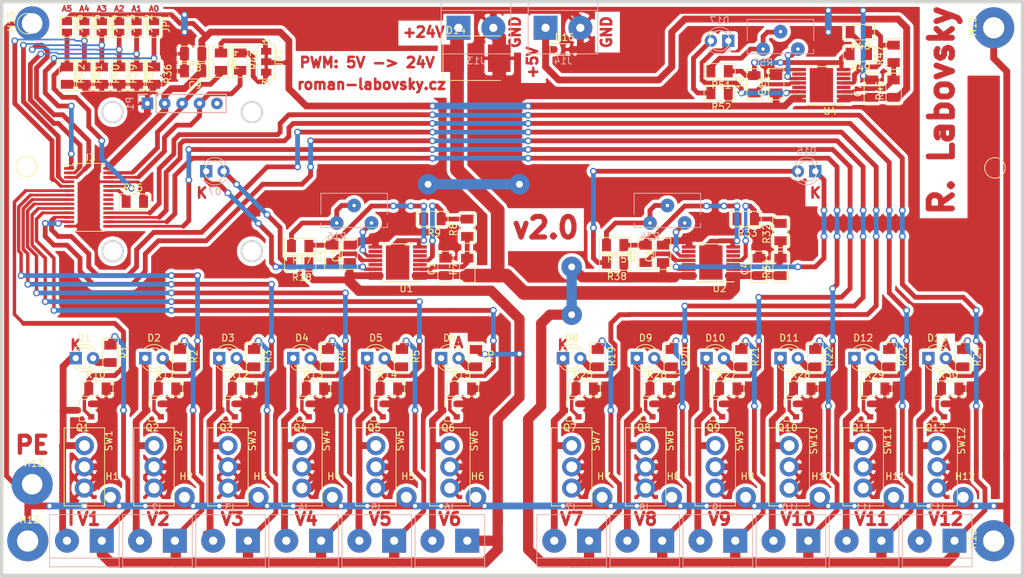
<source format=kicad_pcb>
(kicad_pcb (version 20171130) (host pcbnew "(5.1.6)-1")
  (layers (0 F.Cu signal) (31 B.Cu signal) (34 B.Paste user hide) (35 F.Paste user hide) (36 B.SilkS user) (37 F.SilkS user) (38 B.Mask user hide) (39 F.Mask user hide) (44 Edge.Cuts user))
  (net 0 "")
  (net 1 +24V)
  (net 2 GND)
  (net 3 "Net-(C2-Pad2)")
  (net 4 "Net-(C2-Pad1)")
  (net 5 "Net-(C5-Pad2)")
  (net 6 "Net-(C5-Pad1)")
  (net 7 "Net-(D1-Pad2)")
  (net 8 "Net-(D2-Pad2)")
  (net 9 "Net-(D3-Pad2)")
  (net 10 "Net-(D4-Pad2)")
  (net 11 "Net-(D5-Pad2)")
  (net 12 "Net-(D6-Pad2)")
  (net 13 "Net-(D7-Pad2)")
  (net 14 "Net-(D7-Pad1)")
  (net 15 "Net-(D8-Pad2)")
  (net 16 "Net-(D9-Pad2)")
  (net 17 "Net-(D10-Pad2)")
  (net 18 "Net-(D11-Pad2)")
  (net 19 "Net-(D12-Pad2)")
  (net 20 "Net-(D13-Pad2)")
  (net 21 "Net-(R16-Pad2)")
  (net 22 "Net-(R16-Pad1)")
  (net 23 "Net-(R31-Pad2)")
  (net 24 "Net-(R32-Pad2)")
  (net 25 "Net-(R34-Pad2)")
  (net 26 "Net-(R34-Pad1)")
  (net 27 +5V)
  (net 28 /a0)
  (net 29 /a1)
  (net 30 /a2)
  (net 31 /a3)
  (net 32 /a4)
  (net 33 /a5)
  (net 34 "Net-(JP7-Pad1)")
  (net 35 /sda)
  (net 36 /scl)
  (net 37 /led0)
  (net 38 /led1)
  (net 39 /led2)
  (net 40 /led3)
  (net 41 /led4)
  (net 42 /led5)
  (net 43 /led6)
  (net 44 /led7)
  (net 45 /led8)
  (net 46 /led9)
  (net 47 /led10)
  (net 48 "Net-(JP7-Pad3)")
  (net 49 /led11)
  (net 50 "Net-(R45-Pad1)")
  (net 51 /vdd)
  (net 52 "Net-(C10-Pad2)")
  (net 53 "Net-(C10-Pad1)")
  (net 54 "Net-(D15-Pad2)")
  (net 55 "Net-(D15-Pad1)")
  (net 56 "Net-(D17-Pad2)")
  (net 57 "Net-(D17-Pad1)")
  (net 58 "Net-(R7-Pad2)")
  (net 59 "Net-(R8-Pad2)")
  (net 60 "Net-(R46-Pad2)")
  (net 61 "Net-(R47-Pad2)")
  (net 62 "Net-(R48-Pad2)")
  (net 63 "Net-(R50-Pad2)")
  (net 64 "Net-(R50-Pad1)")
  (net 65 Earth_Protective)
  (net 66 +24V_A)
  (net 67 +24V_B)
  (net 68 "Net-(P1-Pad5)")
  (net 69 "Net-(U1-Pad6)")
  (net 70 "Net-(U1-Pad4)")
  (net 71 "Net-(U1-Pad7)")
  (net 72 "Net-(U1-Pad10)")
  (net 73 "Net-(U1-Pad13)")
  (net 74 "Net-(U2-Pad6)")
  (net 75 "Net-(U2-Pad4)")
  (net 76 "Net-(U2-Pad7)")
  (net 77 "Net-(U2-Pad10)")
  (net 78 "Net-(U2-Pad13)")
  (net 79 /led12)
  (net 80 /led13)
  (net 81 /led14)
  (net 82 /led15)
  (net 83 "Net-(U4-Pad6)")
  (net 84 "Net-(U4-Pad4)")
  (net 85 "Net-(U4-Pad7)")
  (net 86 "Net-(U4-Pad10)")
  (net 87 "Net-(U4-Pad13)")
  (net 88 "Net-(U2-Pad8)")
  (net 89 "Net-(D1-Pad1)")
  (net 90 "Net-(D2-Pad1)")
  (net 91 "Net-(D3-Pad1)")
  (net 92 "Net-(D4-Pad1)")
  (net 93 "Net-(D5-Pad1)")
  (net 94 "Net-(D6-Pad1)")
  (net 95 "Net-(D8-Pad1)")
  (net 96 "Net-(D9-Pad1)")
  (net 97 "Net-(D10-Pad1)")
  (net 98 "Net-(D11-Pad1)")
  (net 99 "Net-(D12-Pad1)")
  (net 100 "Net-(D13-Pad1)")
  (module leds_tht_rl:led_d3.0mm_rl (layer F.Cu) (at 159.385 71.12)
    (fp_text reference D3 (at 1.27 -2.96) (layer F.SilkS))
    (fp_text value "LTL-42NGY8D ")
    (pad 2 thru_hole circle (at 2.54 0) (size 1.8 1.8) (drill 0.9) (layers *.Cu *.Mask) (net 9 "Net-(D3-Pad2)"))
    (pad 1 thru_hole rect (at 0 0) (size 1.8 1.8) (drill 0.9) (layers *.Cu *.Mask) (net 91 "Net-(D3-Pad1)"))
  )
  (module mounting_hole_rl:mountig_hole_3mm_1,6mm_pad (layer F.Cu) (at 131.445 97.79)
    (fp_text reference H13 (at 0.254 -3.048) (layer F.SilkS))
    (fp_text value MountingHole_Pad)
    (pad 1 thru_hole circle (at 0 0) (size 6 6) (drill 3) (layers *.Cu *.Mask) (net 65 Earth_Protective))
  )
  (module mounting_hole_rl:mountig_hole_3mm_1,6mm_pad (layer F.Cu) (at 132.08 22.225 90)
    (fp_text reference H13 (at 0.254 -3.048 90) (layer F.SilkS))
    (fp_text value MountingHole_Pad)
    (pad 1 thru_hole circle (at 0 0 90) (size 5 5) (drill 3) (layers *.Cu *.Mask) (net 65 Earth_Protective))
  )
  (module mounting_hole_rl:mountig_hole_3mm_1,6mm_pad (layer F.Cu) (at 272.415 22.86 90)
    (fp_text reference H13 (at 0.254 -3.048 90) (layer F.SilkS))
    (fp_text value MountingHole_Pad)
    (pad 1 thru_hole circle (at 0 0 90) (size 6 6) (drill 3) (layers *.Cu *.Mask) (net 65 Earth_Protective))
  )
  (module mounting_hole_rl:mountig_hole_3mm_1,6mm_pad (layer F.Cu) (at 272.415 97.79 90)
    (fp_text reference H13 (at 0.254 -3.048 90) (layer F.SilkS))
    (fp_text value MountingHole_Pad)
    (pad 1 thru_hole circle (at 0 0 90) (size 6 6) (drill 3) (layers *.Cu *.Mask) (net 65 Earth_Protective))
  )
  (module connector_rl:1x5_pin_header (layer B.Cu) (at 153.968792 33.909 270)
    (fp_text reference P1 (at 0 7.62 270) (layer B.SilkS) (effects (font (thickness 0.17)) (justify mirror)))
    (fp_text value 1x5_pin_header)
    (pad 1 thru_hole rect (at 0 5.08 270) (size 1.7 1.7) (drill 0.7) (layers *.Cu *.Mask) (net 2 GND))
    (pad 3 thru_hole oval (at 0 0 270) (size 1.7 1.7) (drill 0.7) (layers *.Cu *.Mask) (net 35 /sda))
    (pad 4 thru_hole oval (at 0 -2.54 270) (size 1.7 1.7) (drill 0.7) (layers *.Cu *.Mask) (net 36 /scl))
    (pad 5 thru_hole oval (at 0 -5.08 270) (size 1.7 1.7) (drill 0.7) (layers *.Cu *.Mask) (net 68 "Net-(P1-Pad5)"))
    (pad 2 thru_hole oval (at 0 2.54 270) (size 1.7 1.7) (drill 0.7) (layers *.Cu *.Mask) (net 51 /vdd))
  )
  (module solder_jumpers_rl:solder_jumper_2_open_rect_1x1,5mm (layer F.Cu) (at 139.7 22.733 270)
    (fp_text reference JP5 (at -0.508 -1.778 90) (layer F.SilkS))
    (fp_text value solder_jumper_2_open)
    (pad 1 smd rect (at -0.762 0 270) (size 1 1.5) (layers F.Cu F.Mask) (net 51 /vdd))
    (pad 2 smd rect (at 0.762 0 270) (size 1 1.5) (layers F.Cu F.Mask) (net 32 /a4))
  )
  (module solder_jumpers_rl:solder_jumper_2_open_rect_1x1,5mm (layer F.Cu) (at 144.78 22.733 270)
    (fp_text reference JP3 (at -0.508 -1.778 90) (layer F.SilkS))
    (fp_text value solder_jumper_2_open)
    (pad 1 smd rect (at -0.762 0 270) (size 1 1.5) (layers F.Cu F.Mask) (net 51 /vdd))
    (pad 2 smd rect (at 0.762 0 270) (size 1 1.5) (layers F.Cu F.Mask) (net 30 /a2))
  )
  (module solder_jumpers_rl:solder_jumper_2_open_rect_1x1,5mm (layer F.Cu) (at 147.32 22.733 270)
    (fp_text reference JP2 (at -0.508 -1.778 90) (layer F.SilkS))
    (fp_text value solder_jumper_2_open)
    (pad 1 smd rect (at -0.762 0 270) (size 1 1.5) (layers F.Cu F.Mask) (net 51 /vdd))
    (pad 2 smd rect (at 0.762 0 270) (size 1 1.5) (layers F.Cu F.Mask) (net 29 /a1))
  )
  (module solder_jumpers_rl:solder_jumper_2_open_rect_1x1,5mm (layer F.Cu) (at 137.16 22.733 270)
    (fp_text reference JP6 (at -0.508 -1.778 90) (layer F.SilkS))
    (fp_text value solder_jumper_2_open)
    (pad 1 smd rect (at -0.762 0 270) (size 1 1.5) (layers F.Cu F.Mask) (net 51 /vdd))
    (pad 2 smd rect (at 0.762 0 270) (size 1 1.5) (layers F.Cu F.Mask) (net 33 /a5))
  )
  (module solder_jumpers_rl:solder_jumper_2_open_rect_1x1,5mm (layer F.Cu) (at 142.24 22.733 270)
    (fp_text reference JP4 (at -0.508 -1.778 90) (layer F.SilkS))
    (fp_text value solder_jumper_2_open)
    (pad 1 smd rect (at -0.762 0 270) (size 1 1.5) (layers F.Cu F.Mask) (net 51 /vdd))
    (pad 2 smd rect (at 0.762 0 270) (size 1 1.5) (layers F.Cu F.Mask) (net 31 /a3))
  )
  (module solder_jumpers_rl:solder_jumper_2_open_rect_1x1,5mm (layer F.Cu) (at 149.86 22.733 270)
    (fp_text reference JP1 (at -0.508 -1.778 90) (layer F.SilkS))
    (fp_text value solder_jumper_2_open)
    (pad 1 smd rect (at -0.762 0 270) (size 1 1.5) (layers F.Cu F.Mask) (net 51 /vdd))
    (pad 2 smd rect (at 0.762 0 270) (size 1 1.5) (layers F.Cu F.Mask) (net 28 /a0))
  )
  (module leds_tht_rl:led_d3.0mm_rl (layer B.Cu) (at 233.68 24.765 180)
    (fp_text reference D17 (at 1.27 2.96) (layer B.SilkS) (effects (justify mirror)))
    (fp_text value LTL-42NEW8D)
    (pad 2 thru_hole circle (at 2.54 0 180) (size 1.8 1.8) (drill 0.9) (layers *.Cu *.Mask) (net 56 "Net-(D17-Pad2)"))
    (pad 1 thru_hole rect (at 0 0 180) (size 1.8 1.8) (drill 0.9) (layers *.Cu *.Mask) (net 57 "Net-(D17-Pad1)"))
  )
  (module resistors_smd_rl:r_1206_rl (layer F.Cu) (at 232.41 32.385 180)
    (fp_text reference R52 (at -0.254 -2.032) (layer F.SilkS))
    (fp_text value 604)
    (pad 2 smd trapezoid (at 1.27 0 180) (size 1.3 1.8) (layers F.Cu F.Paste F.Mask) (net 56 "Net-(D17-Pad2)"))
    (pad 1 smd trapezoid (at -1.27 0 180) (size 1.3 1.8) (layers F.Cu F.Paste F.Mask) (net 51 /vdd))
  )
  (module trimers_tht_rl:trimer_t93yb_rl (layer B.Cu) (at 241.3 24.13)
    (fp_text reference R50 (at -2.54 3.81) (layer B.SilkS) (effects (justify mirror)))
    (fp_text value 200K)
    (pad 2 thru_hole circle (at 0 -0.7112) (size 2 2) (drill 0.5) (layers *.Cu *.Mask) (net 63 "Net-(R50-Pad2)"))
    (pad 1 thru_hole circle (at 2.54 1.8415) (size 2 2) (drill 0.5) (layers *.Cu *.Mask) (net 64 "Net-(R50-Pad1)"))
    (pad 3 thru_hole circle (at -2.54 1.8415) (size 2 2) (drill 0.5) (layers *.Cu *.Mask) (net 63 "Net-(R50-Pad2)"))
  )
  (module solder_jumpers_rl:solder_jumper_3_bridge_rect_1x1,5mm (layer F.Cu) (at 166.243 27.813 270)
    (fp_text reference JP7 (at -0.508 -2.032 90) (layer F.SilkS))
    (fp_text value SolderJumper_3_Bridged123)
    (fp_line (start -0.254 0) (end 1.524 0) (layer F.Cu) (width 0.5))
    (fp_line (start -1.524 0) (end -0.254 0) (layer F.Cu) (width 0.5))
    (fp_text user 3 (at 3.048 0 90) (layer F.SilkS))
    (fp_text user 1 (at -3.048 0 90) (layer F.SilkS))
    (pad 3 smd rect (at 1.524 0 270) (size 1 1.5) (layers F.Cu F.Mask) (net 48 "Net-(JP7-Pad3)"))
    (pad 1 smd rect (at -1.524 0 270) (size 1 1.5) (layers F.Cu F.Mask) (net 34 "Net-(JP7-Pad1)"))
    (pad 2 smd rect (at 0 0 270) (size 1 1.5) (layers F.Cu F.Mask) (net 51 /vdd))
  )
  (module resistors_smd_rl:r_1206_rl (layer F.Cu) (at 147.066 48.26)
    (fp_text reference R45 (at -0.254 -2.032) (layer F.SilkS))
    (fp_text value 10k)
    (pad 2 smd trapezoid (at 1.27 0) (size 1.3 1.8) (layers F.Cu F.Paste F.Mask) (net 2 GND))
    (pad 1 smd trapezoid (at -1.27 0) (size 1.3 1.8) (layers F.Cu F.Paste F.Mask) (net 50 "Net-(R45-Pad1)"))
  )
  (module capacitors_smd_rl:c_1206_rl (layer F.Cu) (at 254.635 31.75 90)
    (fp_text reference C7 (at -0.254 -2.032 90) (layer F.SilkS))
    (fp_text value 1u)
    (pad 2 smd rect (at 1.27 0 90) (size 1.3 1.8) (layers F.Cu F.Paste F.Mask) (net 2 GND))
    (pad 1 smd rect (at -1.27 0 90) (size 1.3 1.8) (layers F.Cu F.Paste F.Mask) (net 27 +5V))
  )
  (module capacitors_smd_rl:c_1206_rl (layer F.Cu) (at 237.49 31.115 90)
    (fp_text reference C10 (at -0.254 -2.032 90) (layer F.SilkS))
    (fp_text value 1,2n)
    (pad 2 smd rect (at 1.27 0 90) (size 1.3 1.8) (layers F.Cu F.Paste F.Mask) (net 52 "Net-(C10-Pad2)"))
    (pad 1 smd rect (at -1.27 0 90) (size 1.3 1.8) (layers F.Cu F.Paste F.Mask) (net 53 "Net-(C10-Pad1)"))
  )
  (module resistors_smd_rl:r_1206_rl (layer F.Cu) (at 159.639 27.813 270)
    (fp_text reference R44 (at -0.254 -2.032 90) (layer F.SilkS))
    (fp_text value 4k7)
    (pad 2 smd trapezoid (at 1.27 0 270) (size 1.3 1.8) (layers F.Cu F.Paste F.Mask) (net 35 /sda))
    (pad 1 smd trapezoid (at -1.27 0 270) (size 1.3 1.8) (layers F.Cu F.Paste F.Mask) (net 34 "Net-(JP7-Pad1)"))
  )
  (module resistors_smd_rl:r_1206_rl (layer F.Cu) (at 137.16 29.845 270)
    (fp_text reference R42 (at -0.254 -2.032 90) (layer F.SilkS))
    (fp_text value 10k)
    (pad 2 smd trapezoid (at 1.27 0 270) (size 1.3 1.8) (layers F.Cu F.Paste F.Mask) (net 2 GND))
    (pad 1 smd trapezoid (at -1.27 0 270) (size 1.3 1.8) (layers F.Cu F.Paste F.Mask) (net 33 /a5))
  )
  (module resistors_smd_rl:r_1206_rl (layer F.Cu) (at 162.433 27.813 270)
    (fp_text reference R43 (at -0.254 -2.032 90) (layer F.SilkS))
    (fp_text value 4k7)
    (pad 2 smd trapezoid (at 1.27 0 270) (size 1.3 1.8) (layers F.Cu F.Paste F.Mask) (net 36 /scl))
    (pad 1 smd trapezoid (at -1.27 0 270) (size 1.3 1.8) (layers F.Cu F.Paste F.Mask) (net 48 "Net-(JP7-Pad3)"))
  )
  (module diodes_smd_rl:sod_323_rl (layer F.Cu) (at 209.55 26.035)
    (fp_text reference D16 (at 0.254 -1.778) (layer F.SilkS))
    (fp_text value UCLAMP0501H.TCT)
    (pad 1 smd rect (at -1.27 0) (size 0.8 0.8) (layers F.Cu F.Paste F.Mask) (net 27 +5V))
    (pad 2 smd rect (at 1.27 0) (size 0.8 0.8) (layers F.Cu F.Paste F.Mask) (net 2 GND))
  )
  (module resistors_smd_rl:r_1206_rl (layer F.Cu) (at 139.7 29.845 270)
    (fp_text reference R41 (at -0.254 -2.032 90) (layer F.SilkS))
    (fp_text value 10k)
    (pad 2 smd trapezoid (at 1.27 0 270) (size 1.3 1.8) (layers F.Cu F.Paste F.Mask) (net 2 GND))
    (pad 1 smd trapezoid (at -1.27 0 270) (size 1.3 1.8) (layers F.Cu F.Paste F.Mask) (net 32 /a4))
  )
  (module capacitors_smd_rl:c_1206_rl (layer F.Cu) (at 240.665 31.115 90)
    (fp_text reference C11 (at -0.254 -2.032 90) (layer F.SilkS))
    (fp_text value 1u)
    (pad 2 smd rect (at 1.27 0 90) (size 1.3 1.8) (layers F.Cu F.Paste F.Mask) (net 2 GND))
    (pad 1 smd rect (at -1.27 0 90) (size 1.3 1.8) (layers F.Cu F.Paste F.Mask) (net 51 /vdd))
  )
  (module terminal_blocks_th_rl:xy301v_a_5_2p_rl (layer B.Cu) (at 196.85 22.86)
    (fp_text reference J13 (at 0 4.826) (layer B.SilkS) (effects (justify mirror)))
    (fp_text value 1x2_screw_term_block)
    (pad 2 thru_hole circle (at 2.54 0) (size 3.5 3.5) (drill 1.2) (layers *.Cu *.Mask) (net 2 GND))
    (pad 1 thru_hole rect (at -2.54 0) (size 3.5 3.5) (drill 1.2) (layers *.Cu *.Mask) (net 1 +24V))
  )
  (module resistors_smd_rl:r_1206_rl (layer F.Cu) (at 232.41 29.21 180)
    (fp_text reference R51 (at -0.254 -2.032) (layer F.SilkS))
    (fp_text value 5K36)
    (pad 2 smd trapezoid (at 1.27 0 180) (size 1.3 1.8) (layers F.Cu F.Paste F.Mask) (net 63 "Net-(R50-Pad2)"))
    (pad 1 smd trapezoid (at -1.27 0 180) (size 1.3 1.8) (layers F.Cu F.Paste F.Mask) (net 52 "Net-(C10-Pad2)"))
  )
  (module packages_htssop_rl:htssop_16_6,6mm×5,1mm (layer F.Cu) (at 247.269 31.242 180)
    (fp_text reference U4 (at -1.27 -3.81) (layer F.SilkS))
    (fp_text value TPS26600)
    (pad 11 smd rect (at 3.25 0.975 180) (size 2 0.5) (layers F.Cu F.Paste F.Mask) (net 64 "Net-(R50-Pad1)"))
    (pad e8 smd rect (at -3.25 2.275 180) (size 2 0.5) (layers F.Cu F.Paste F.Mask))
    (pad 15 smd rect (at 3.25 -1.625 180) (size 2 0.5) (layers F.Cu F.Paste F.Mask) (net 51 /vdd))
    (pad 17 smd rect (at 0 0 180) (size 3.4 5) (layers F.Cu F.Mask))
    (pad 3 smd rect (at -3.25 -0.975 180) (size 2 0.5) (layers F.Cu F.Paste F.Mask) (net 60 "Net-(R46-Pad2)"))
    (pad 6 smd rect (at -3.25 0.975 180) (size 2 0.5) (layers F.Cu F.Paste F.Mask) (net 83 "Net-(U4-Pad6)"))
    (pad 12 smd rect (at 3.25 0.325 180) (size 2 0.5) (layers F.Cu F.Paste F.Mask) (net 53 "Net-(C10-Pad1)"))
    (pad 1 smd rect (at -3.25 -2.275 180) (size 2 0.5) (layers F.Cu F.Paste F.Mask) (net 27 +5V))
    (pad 4 smd rect (at -3.25 -0.325 180) (size 2 0.5) (layers F.Cu F.Paste F.Mask) (net 84 "Net-(U4-Pad4)"))
    (pad 5 smd rect (at -3.25 0.325 180) (size 2 0.5) (layers F.Cu F.Paste F.Mask) (net 61 "Net-(R47-Pad2)"))
    (pad 7 smd rect (at -3.25 1.625 180) (size 2 0.5) (layers F.Cu F.Paste F.Mask) (net 85 "Net-(U4-Pad7)"))
    (pad 2 smd rect (at -3.25 -1.625 180) (size 2 0.5) (layers F.Cu F.Paste F.Mask) (net 27 +5V))
    (pad 9 smd rect (at 3.25 2.275 180) (size 2 0.5) (layers F.Cu F.Paste F.Mask) (net 2 GND))
    (pad 10 smd rect (at 3.25 1.625 180) (size 2 0.5) (layers F.Cu F.Paste F.Mask) (net 86 "Net-(U4-Pad10)"))
    (pad 13 smd rect (at 3.25 -0.325 180) (size 2 0.5) (layers F.Cu F.Paste F.Mask) (net 87 "Net-(U4-Pad13)"))
    (pad 14 smd rect (at 3.25 -0.975 180) (size 2 0.5) (layers F.Cu F.Paste F.Mask) (net 57 "Net-(D17-Pad1)"))
    (pad 16 smd rect (at 3.25 -2.275 180) (size 2 0.5) (layers F.Cu F.Paste F.Mask) (net 51 /vdd))
  )
  (module resistors_smd_rl:r_1206_rl (layer F.Cu) (at 252.73 26.67 180)
    (fp_text reference R49 (at -0.254 -2.032) (layer F.SilkS))
    (fp_text value 200)
    (pad 2 smd trapezoid (at 1.27 0 180) (size 1.3 1.8) (layers F.Cu F.Paste F.Mask) (net 52 "Net-(C10-Pad2)"))
    (pad 1 smd trapezoid (at -1.27 0 180) (size 1.3 1.8) (layers F.Cu F.Paste F.Mask) (net 62 "Net-(R48-Pad2)"))
  )
  (module resistors_smd_rl:r_1206_rl (layer F.Cu) (at 252.73 23.495 180)
    (fp_text reference R48 (at -0.254 -2.032) (layer F.SilkS))
    (fp_text value 30K)
    (pad 2 smd trapezoid (at 1.27 0 180) (size 1.3 1.8) (layers F.Cu F.Paste F.Mask) (net 62 "Net-(R48-Pad2)"))
    (pad 1 smd trapezoid (at -1.27 0 180) (size 1.3 1.8) (layers F.Cu F.Paste F.Mask) (net 61 "Net-(R47-Pad2)"))
  )
  (module resistors_smd_rl:r_1206_rl (layer F.Cu) (at 257.81 31.75 90)
    (fp_text reference R46 (at -0.254 -2.032 90) (layer F.SilkS))
    (fp_text value 100K)
    (pad 2 smd trapezoid (at 1.27 0 90) (size 1.3 1.8) (layers F.Cu F.Paste F.Mask) (net 60 "Net-(R46-Pad2)"))
    (pad 1 smd trapezoid (at -1.27 0 90) (size 1.3 1.8) (layers F.Cu F.Paste F.Mask) (net 27 +5V))
  )
  (module diodes_smd_rl:smc_do-214ab_rl (layer F.Cu) (at 196.85 27.305)
    (fp_text reference D14 (at -2.921 -4.064) (layer F.SilkS))
    (fp_text value SMCJ24A)
    (pad 1 smd rect (at -3.4 0 90) (size 4 3.3) (layers F.Cu F.Paste F.Mask) (net 1 +24V))
    (pad 2 smd rect (at 3.4 0 90) (size 4 3.3) (layers F.Cu F.Paste F.Mask) (net 2 GND))
  )
  (module resistors_smd_rl:r_1206_rl (layer F.Cu) (at 257.81 26.67 90)
    (fp_text reference R47 (at -0.254 -2.032 90) (layer F.SilkS))
    (fp_text value 3K16)
    (pad 2 smd trapezoid (at 1.27 0 90) (size 1.3 1.8) (layers F.Cu F.Paste F.Mask) (net 61 "Net-(R47-Pad2)"))
    (pad 1 smd trapezoid (at -1.27 0 90) (size 1.3 1.8) (layers F.Cu F.Paste F.Mask) (net 60 "Net-(R46-Pad2)"))
  )
  (module resistors_smd_rl:r_1206_rl (layer F.Cu) (at 142.24 29.845 270)
    (fp_text reference R40 (at -0.254 -2.032 90) (layer F.SilkS))
    (fp_text value 10k)
    (pad 2 smd trapezoid (at 1.27 0 270) (size 1.3 1.8) (layers F.Cu F.Paste F.Mask) (net 2 GND))
    (pad 1 smd trapezoid (at -1.27 0 270) (size 1.3 1.8) (layers F.Cu F.Paste F.Mask) (net 31 /a3))
  )
  (module capacitors_smd_rl:c_1206_rl (layer F.Cu) (at 155.575 26.67 180)
    (fp_text reference C8 (at -0.254 -2.032) (layer F.SilkS))
    (fp_text value 10u)
    (pad 2 smd rect (at 1.27 0 180) (size 1.3 1.8) (layers F.Cu F.Paste F.Mask) (net 2 GND))
    (pad 1 smd rect (at -1.27 0 180) (size 1.3 1.8) (layers F.Cu F.Paste F.Mask) (net 51 /vdd))
  )
  (module resistors_smd_rl:r_1206_rl (layer F.Cu) (at 144.78 29.845 270)
    (fp_text reference R39 (at -0.254 -2.032 90) (layer F.SilkS))
    (fp_text value 10k)
    (pad 2 smd trapezoid (at 1.27 0 270) (size 1.3 1.8) (layers F.Cu F.Paste F.Mask) (net 2 GND))
    (pad 1 smd trapezoid (at -1.27 0 270) (size 1.3 1.8) (layers F.Cu F.Paste F.Mask) (net 30 /a2))
  )
  (module terminal_blocks_th_rl:xy301v_a_5_2p_rl (layer B.Cu) (at 209.55 22.86)
    (fp_text reference J14 (at 0 4.826) (layer B.SilkS) (effects (justify mirror)))
    (fp_text value 1x2_screw_term_block)
    (pad 2 thru_hole circle (at 2.54 0) (size 3.5 3.5) (drill 1.2) (layers *.Cu *.Mask) (net 2 GND))
    (pad 1 thru_hole rect (at -2.54 0) (size 3.5 3.5) (drill 1.2) (layers *.Cu *.Mask) (net 27 +5V))
  )
  (module capacitors_smd_rl:c_1206_rl (layer F.Cu) (at 155.575 29.21 180)
    (fp_text reference C9 (at -0.254 -2.032) (layer F.SilkS))
    (fp_text value 100n)
    (pad 2 smd rect (at 1.27 0 180) (size 1.3 1.8) (layers F.Cu F.Paste F.Mask) (net 2 GND))
    (pad 1 smd rect (at -1.27 0 180) (size 1.3 1.8) (layers F.Cu F.Paste F.Mask) (net 51 /vdd))
  )
  (module resistors_smd_rl:r_1206_rl (layer F.Cu) (at 147.32 29.845 270)
    (fp_text reference R37 (at -0.254 -1.905 90) (layer F.SilkS))
    (fp_text value 10k)
    (pad 2 smd trapezoid (at 1.27 0 270) (size 1.3 1.8) (layers F.Cu F.Paste F.Mask) (net 2 GND))
    (pad 1 smd trapezoid (at -1.27 0 270) (size 1.3 1.8) (layers F.Cu F.Paste F.Mask) (net 29 /a1))
  )
  (module resistors_smd_rl:r_1206_rl (layer F.Cu) (at 149.86 29.845 270)
    (fp_text reference R36 (at -0.254 -2.032 90) (layer F.SilkS))
    (fp_text value 10k)
    (pad 2 smd trapezoid (at 1.27 0 270) (size 1.3 1.8) (layers F.Cu F.Paste F.Mask) (net 2 GND))
    (pad 1 smd trapezoid (at -1.27 0 270) (size 1.3 1.8) (layers F.Cu F.Paste F.Mask) (net 28 /a0))
  )
  (module mounting_hole_rl:mountig_hole_3mm_1,6mm_pad (layer F.Cu) (at 132.08 89.535)
    (fp_text reference H13 (at 0.254 -3.048) (layer F.SilkS))
    (fp_text value MountingHole_Pad)
    (pad 1 thru_hole circle (at 0 0) (size 6 6) (drill 3) (layers *.Cu *.Mask) (net 65 Earth_Protective))
  )
  (module mounting_hole_rl:mountig_hole_3mm_1,6mm_pad (layer F.Cu) (at 257.81 91.44)
    (fp_text reference H11 (at 0.254 -3.048) (layer F.SilkS))
    (fp_text value MountingHole_Pad)
    (pad 1 thru_hole circle (at 0 0) (size 3 3) (drill 1.6) (layers *.Cu *.Mask) (net 65 Earth_Protective))
  )
  (module mounting_hole_rl:mountig_hole_3mm_1,6mm_pad (layer F.Cu) (at 247.015 91.44)
    (fp_text reference H10 (at 0.254 -3.048) (layer F.SilkS))
    (fp_text value MountingHole_Pad)
    (pad 1 thru_hole circle (at 0 0) (size 3 3) (drill 1.6) (layers *.Cu *.Mask) (net 65 Earth_Protective))
  )
  (module mounting_hole_rl:mountig_hole_3mm_1,6mm_pad (layer F.Cu) (at 236.22 91.44)
    (fp_text reference H9 (at 0.254 -3.048) (layer F.SilkS))
    (fp_text value MountingHole_Pad)
    (pad 1 thru_hole circle (at 0 0) (size 3 3) (drill 1.6) (layers *.Cu *.Mask) (net 65 Earth_Protective))
  )
  (module mounting_hole_rl:mountig_hole_3mm_1,6mm_pad (layer F.Cu) (at 225.425 91.44)
    (fp_text reference H8 (at 0.254 -3.048) (layer F.SilkS))
    (fp_text value MountingHole_Pad)
    (pad 1 thru_hole circle (at 0 0) (size 3 3) (drill 1.6) (layers *.Cu *.Mask) (net 65 Earth_Protective))
  )
  (module mounting_hole_rl:mountig_hole_3mm_1,6mm_pad (layer F.Cu) (at 215.265 91.44)
    (fp_text reference H7 (at 0.254 -3.048) (layer F.SilkS))
    (fp_text value MountingHole_Pad)
    (pad 1 thru_hole circle (at 0 0) (size 3 3) (drill 1.6) (layers *.Cu *.Mask) (net 65 Earth_Protective))
  )
  (module mounting_hole_rl:mountig_hole_3mm_1,6mm_pad (layer F.Cu) (at 267.97 91.44)
    (fp_text reference H12 (at 0.254 -3.048) (layer F.SilkS))
    (fp_text value MountingHole_Pad)
    (pad 1 thru_hole circle (at 0 0) (size 3 3) (drill 1.6) (layers *.Cu *.Mask) (net 65 Earth_Protective))
  )
  (module mounting_hole_rl:mountig_hole_3mm_1,6mm_pad (layer F.Cu) (at 196.85 91.44)
    (fp_text reference H6 (at 0.254 -3.048) (layer F.SilkS))
    (fp_text value MountingHole_Pad)
    (pad 1 thru_hole circle (at 0 0) (size 3 3) (drill 1.6) (layers *.Cu *.Mask) (net 65 Earth_Protective))
  )
  (module mounting_hole_rl:mountig_hole_3mm_1,6mm_pad (layer F.Cu) (at 186.69 91.44)
    (fp_text reference H5 (at 0.254 -3.048) (layer F.SilkS))
    (fp_text value MountingHole_Pad)
    (pad 1 thru_hole circle (at 0 0) (size 3 3) (drill 1.6) (layers *.Cu *.Mask) (net 65 Earth_Protective))
  )
  (module mounting_hole_rl:mountig_hole_3mm_1,6mm_pad (layer F.Cu) (at 175.895 91.44)
    (fp_text reference H4 (at 0.254 -3.048) (layer F.SilkS))
    (fp_text value MountingHole_Pad)
    (pad 1 thru_hole circle (at 0 0) (size 3 3) (drill 1.6) (layers *.Cu *.Mask) (net 65 Earth_Protective))
  )
  (module mounting_hole_rl:mountig_hole_3mm_1,6mm_pad (layer F.Cu) (at 165.1 91.44)
    (fp_text reference H3 (at 0.254 -3.048) (layer F.SilkS))
    (fp_text value MountingHole_Pad)
    (pad 1 thru_hole circle (at 0 0) (size 3 3) (drill 1.6) (layers *.Cu *.Mask) (net 65 Earth_Protective))
  )
  (module mounting_hole_rl:mountig_hole_3mm_1,6mm_pad (layer F.Cu) (at 154.305 91.44)
    (fp_text reference H2 (at 0.254 -3.048) (layer F.SilkS))
    (fp_text value MountingHole_Pad)
    (pad 1 thru_hole circle (at 0 0) (size 3 3) (drill 1.6) (layers *.Cu *.Mask) (net 65 Earth_Protective))
  )
  (module mounting_hole_rl:mountig_hole_3mm_1,6mm_pad (layer F.Cu) (at 143.51 91.44)
    (fp_text reference H1 (at 0.254 -3.048) (layer F.SilkS))
    (fp_text value MountingHole_Pad)
    (pad 1 thru_hole circle (at 0 0) (size 3 3) (drill 1.6) (layers *.Cu *.Mask) (net 65 Earth_Protective))
  )
  (module resistors_smd_rl:r_1206_rl (layer F.Cu) (at 171.196 57.277 180)
    (fp_text reference R18 (at -0.254 -2.032) (layer F.SilkS))
    (fp_text value 4K3)
    (pad 2 smd trapezoid (at 1.27 0 180) (size 1.3 1.8) (layers F.Cu F.Paste F.Mask) (net 13 "Net-(D7-Pad2)"))
    (pad 1 smd trapezoid (at -1.27 0 180) (size 1.3 1.8) (layers F.Cu F.Paste F.Mask) (net 66 +24V_A))
  )
  (module trimers_tht_rl:trimer_t93yb_rl (layer B.Cu) (at 179.07 49.53)
    (fp_text reference R16 (at -2.54 3.81) (layer B.SilkS) (effects (justify mirror)))
    (fp_text value 200K)
    (pad 2 thru_hole circle (at 0 -0.7112) (size 2 2) (drill 0.5) (layers *.Cu *.Mask) (net 21 "Net-(R16-Pad2)"))
    (pad 1 thru_hole circle (at 2.54 1.8415) (size 2 2) (drill 0.5) (layers *.Cu *.Mask) (net 22 "Net-(R16-Pad1)"))
    (pad 3 thru_hole circle (at -2.54 1.8415) (size 2 2) (drill 0.5) (layers *.Cu *.Mask) (net 21 "Net-(R16-Pad2)"))
  )
  (module resistors_smd_rl:r_1206_rl (layer F.Cu) (at 195.58 52.07 90)
    (fp_text reference R8 (at -0.254 -2.032 90) (layer F.SilkS))
    (fp_text value 39k)
    (pad 2 smd trapezoid (at 1.27 0 90) (size 1.3 1.8) (layers F.Cu F.Paste F.Mask) (net 59 "Net-(R8-Pad2)"))
    (pad 1 smd trapezoid (at -1.27 0 90) (size 1.3 1.8) (layers F.Cu F.Paste F.Mask) (net 58 "Net-(R7-Pad2)"))
  )
  (module resistors_smd_rl:r_1206_rl (layer F.Cu) (at 195.58 57.785 90)
    (fp_text reference R7 (at -0.254 -2.032 90) (layer F.SilkS))
    (fp_text value 470K)
    (pad 2 smd trapezoid (at 1.27 0 90) (size 1.3 1.8) (layers F.Cu F.Paste F.Mask) (net 58 "Net-(R7-Pad2)"))
    (pad 1 smd trapezoid (at -1.27 0 90) (size 1.3 1.8) (layers F.Cu F.Paste F.Mask) (net 1 +24V))
  )
  (module Package_SO:TSSOP-28_4.4x9.7mm_P0.65mm (layer F.Cu) (at 140.335 47.625)
    (fp_text reference U3 (at 0 -5.8) (layer F.SilkS))
    (fp_text value PCA9685PW)
    (pad 1 smd roundrect (at -2.8625 -4.225) (size 1.475 0.4) (layers F.Cu F.Paste F.Mask) (net 28 /a0))
    (pad 2 smd roundrect (at -2.8625 -3.575) (size 1.475 0.4) (layers F.Cu F.Paste F.Mask) (net 29 /a1))
    (pad 3 smd roundrect (at -2.8625 -2.925) (size 1.475 0.4) (layers F.Cu F.Paste F.Mask) (net 30 /a2))
    (pad 4 smd roundrect (at -2.8625 -2.275) (size 1.475 0.4) (layers F.Cu F.Paste F.Mask) (net 31 /a3))
    (pad 5 smd roundrect (at -2.8625 -1.625) (size 1.475 0.4) (layers F.Cu F.Paste F.Mask) (net 32 /a4))
    (pad 6 smd roundrect (at -2.8625 -0.975) (size 1.475 0.4) (layers F.Cu F.Paste F.Mask) (net 37 /led0))
    (pad 7 smd roundrect (at -2.8625 -0.325) (size 1.475 0.4) (layers F.Cu F.Paste F.Mask) (net 38 /led1))
    (pad 8 smd roundrect (at -2.8625 0.325) (size 1.475 0.4) (layers F.Cu F.Paste F.Mask) (net 39 /led2))
    (pad 9 smd roundrect (at -2.8625 0.975) (size 1.475 0.4) (layers F.Cu F.Paste F.Mask) (net 40 /led3))
    (pad 10 smd roundrect (at -2.8625 1.625) (size 1.475 0.4) (layers F.Cu F.Paste F.Mask) (net 41 /led4))
    (pad 11 smd roundrect (at -2.8625 2.275) (size 1.475 0.4) (layers F.Cu F.Paste F.Mask) (net 42 /led5))
    (pad 12 smd roundrect (at -2.8625 2.925) (size 1.475 0.4) (layers F.Cu F.Paste F.Mask) (net 43 /led6))
    (pad 13 smd roundrect (at -2.8625 3.575) (size 1.475 0.4) (layers F.Cu F.Paste F.Mask) (net 44 /led7))
    (pad 14 smd roundrect (at -2.8625 4.225) (size 1.475 0.4) (layers F.Cu F.Paste F.Mask) (net 2 GND))
    (pad 15 smd roundrect (at 2.8625 4.225) (size 1.475 0.4) (layers F.Cu F.Paste F.Mask) (net 45 /led8))
    (pad 16 smd roundrect (at 2.8625 3.575) (size 1.475 0.4) (layers F.Cu F.Paste F.Mask) (net 46 /led9))
    (pad 17 smd roundrect (at 2.8625 2.925) (size 1.475 0.4) (layers F.Cu F.Paste F.Mask) (net 47 /led10))
    (pad 18 smd roundrect (at 2.8625 2.275) (size 1.475 0.4) (layers F.Cu F.Paste F.Mask) (net 49 /led11))
    (pad 19 smd roundrect (at 2.8625 1.625) (size 1.475 0.4) (layers F.Cu F.Paste F.Mask) (net 79 /led12))
    (pad 20 smd roundrect (at 2.8625 0.975) (size 1.475 0.4) (layers F.Cu F.Paste F.Mask) (net 80 /led13))
    (pad 21 smd roundrect (at 2.8625 0.325) (size 1.475 0.4) (layers F.Cu F.Paste F.Mask) (net 81 /led14))
    (pad 22 smd roundrect (at 2.8625 -0.325) (size 1.475 0.4) (layers F.Cu F.Paste F.Mask) (net 82 /led15))
    (pad 23 smd roundrect (at 2.8625 -0.975) (size 1.475 0.4) (layers F.Cu F.Paste F.Mask) (net 50 "Net-(R45-Pad1)"))
    (pad 24 smd roundrect (at 2.8625 -1.625) (size 1.475 0.4) (layers F.Cu F.Paste F.Mask) (net 33 /a5))
    (pad 25 smd roundrect (at 2.8625 -2.275) (size 1.475 0.4) (layers F.Cu F.Paste F.Mask) (net 2 GND))
    (pad 26 smd roundrect (at 2.8625 -2.925) (size 1.475 0.4) (layers F.Cu F.Paste F.Mask) (net 36 /scl))
    (pad 27 smd roundrect (at 2.8625 -3.575) (size 1.475 0.4) (layers F.Cu F.Paste F.Mask) (net 35 /sda))
    (pad 28 smd roundrect (at 2.8625 -4.225) (size 1.475 0.4) (layers F.Cu F.Paste F.Mask) (net 51 /vdd))
  )
  (module switches_tht_rl:b144_rl (layer F.Cu) (at 264.16 86.995 270)
    (fp_text reference SW12 (at -3.81 -3.556 270) (layer F.SilkS))
    (fp_text value B144)
    (pad 3 thru_hole circle (at 3.1 0 90) (size 2.8 2.8) (drill 1.6) (layers *.Cu *.Mask) (net 2 GND))
    (pad 1 thru_hole circle (at -3.1 0 270) (size 2.8 2.8) (drill 1.6) (layers *.Cu *.Mask) (net 100 "Net-(D13-Pad1)"))
    (pad 2 thru_hole circle (at 0 0) (size 2.8 2.8) (drill 1.6) (layers *.Cu *.Mask) (net 2 GND))
  )
  (module switches_tht_rl:b144_rl (layer F.Cu) (at 253.365 86.995 270)
    (fp_text reference SW11 (at -3.81 -3.556 270) (layer F.SilkS))
    (fp_text value B144)
    (pad 3 thru_hole circle (at 3.1 0 90) (size 2.8 2.8) (drill 1.6) (layers *.Cu *.Mask) (net 2 GND))
    (pad 1 thru_hole circle (at -3.1 0 270) (size 2.8 2.8) (drill 1.6) (layers *.Cu *.Mask) (net 99 "Net-(D12-Pad1)"))
    (pad 2 thru_hole circle (at 0 0) (size 2.8 2.8) (drill 1.6) (layers *.Cu *.Mask) (net 2 GND))
  )
  (module switches_tht_rl:b144_rl (layer F.Cu) (at 242.57 86.995 270)
    (fp_text reference SW10 (at -3.81 -3.556 270) (layer F.SilkS))
    (fp_text value B144)
    (pad 3 thru_hole circle (at 3.1 0 90) (size 2.8 2.8) (drill 1.6) (layers *.Cu *.Mask) (net 2 GND))
    (pad 1 thru_hole circle (at -3.1 0 270) (size 2.8 2.8) (drill 1.6) (layers *.Cu *.Mask) (net 98 "Net-(D11-Pad1)"))
    (pad 2 thru_hole circle (at 0 0) (size 2.8 2.8) (drill 1.6) (layers *.Cu *.Mask) (net 2 GND))
  )
  (module switches_tht_rl:b144_rl (layer F.Cu) (at 231.775 86.995 270)
    (fp_text reference SW9 (at -3.81 -3.556 270) (layer F.SilkS))
    (fp_text value B144)
    (pad 3 thru_hole circle (at 3.1 0 90) (size 2.8 2.8) (drill 1.6) (layers *.Cu *.Mask) (net 2 GND))
    (pad 1 thru_hole circle (at -3.1 0 270) (size 2.8 2.8) (drill 1.6) (layers *.Cu *.Mask) (net 97 "Net-(D10-Pad1)"))
    (pad 2 thru_hole circle (at 0 0) (size 2.8 2.8) (drill 1.6) (layers *.Cu *.Mask) (net 2 GND))
  )
  (module switches_tht_rl:b144_rl (layer F.Cu) (at 221.615 86.995 270)
    (fp_text reference SW8 (at -3.81 -3.556 270) (layer F.SilkS))
    (fp_text value B144)
    (pad 3 thru_hole circle (at 3.1 0 90) (size 2.8 2.8) (drill 1.6) (layers *.Cu *.Mask) (net 2 GND))
    (pad 1 thru_hole circle (at -3.1 0 270) (size 2.8 2.8) (drill 1.6) (layers *.Cu *.Mask) (net 96 "Net-(D9-Pad1)"))
    (pad 2 thru_hole circle (at 0 0) (size 2.8 2.8) (drill 1.6) (layers *.Cu *.Mask) (net 2 GND))
  )
  (module switches_tht_rl:b144_rl (layer F.Cu) (at 210.82 86.995 270)
    (fp_text reference SW7 (at -3.81 -3.556 270) (layer F.SilkS))
    (fp_text value B144)
    (pad 3 thru_hole circle (at 3.1 0 90) (size 2.8 2.8) (drill 1.6) (layers *.Cu *.Mask) (net 2 GND))
    (pad 1 thru_hole circle (at -3.1 0 270) (size 2.8 2.8) (drill 1.6) (layers *.Cu *.Mask) (net 95 "Net-(D8-Pad1)"))
    (pad 2 thru_hole circle (at 0 0) (size 2.8 2.8) (drill 1.6) (layers *.Cu *.Mask) (net 2 GND))
  )
  (module switches_tht_rl:b144_rl (layer F.Cu) (at 193.04 86.995 270)
    (fp_text reference SW6 (at -3.81 -3.556 270) (layer F.SilkS))
    (fp_text value B144)
    (pad 3 thru_hole circle (at 3.1 0 90) (size 2.8 2.8) (drill 1.6) (layers *.Cu *.Mask) (net 2 GND))
    (pad 1 thru_hole circle (at -3.1 0 270) (size 2.8 2.8) (drill 1.6) (layers *.Cu *.Mask) (net 94 "Net-(D6-Pad1)"))
    (pad 2 thru_hole circle (at 0 0) (size 2.8 2.8) (drill 1.6) (layers *.Cu *.Mask) (net 2 GND))
  )
  (module switches_tht_rl:b144_rl (layer F.Cu) (at 182.245 86.995 270)
    (fp_text reference SW5 (at -3.81 -3.556 270) (layer F.SilkS))
    (fp_text value B144)
    (pad 3 thru_hole circle (at 3.1 0 90) (size 2.8 2.8) (drill 1.6) (layers *.Cu *.Mask) (net 2 GND))
    (pad 1 thru_hole circle (at -3.1 0 270) (size 2.8 2.8) (drill 1.6) (layers *.Cu *.Mask) (net 93 "Net-(D5-Pad1)"))
    (pad 2 thru_hole circle (at 0 0) (size 2.8 2.8) (drill 1.6) (layers *.Cu *.Mask) (net 2 GND))
  )
  (module switches_tht_rl:b144_rl (layer F.Cu) (at 171.45 86.995 270)
    (fp_text reference SW4 (at -3.81 -3.556 270) (layer F.SilkS))
    (fp_text value B144)
    (pad 3 thru_hole circle (at 3.1 0 90) (size 2.8 2.8) (drill 1.6) (layers *.Cu *.Mask) (net 2 GND))
    (pad 1 thru_hole circle (at -3.1 0 270) (size 2.8 2.8) (drill 1.6) (layers *.Cu *.Mask) (net 92 "Net-(D4-Pad1)"))
    (pad 2 thru_hole circle (at 0 0) (size 2.8 2.8) (drill 1.6) (layers *.Cu *.Mask) (net 2 GND))
  )
  (module switches_tht_rl:b144_rl (layer F.Cu) (at 160.655 86.995 270)
    (fp_text reference SW3 (at -3.81 -3.556 270) (layer F.SilkS))
    (fp_text value B144)
    (pad 3 thru_hole circle (at 3.1 0 90) (size 2.8 2.8) (drill 1.6) (layers *.Cu *.Mask) (net 2 GND))
    (pad 1 thru_hole circle (at -3.1 0 270) (size 2.8 2.8) (drill 1.6) (layers *.Cu *.Mask) (net 91 "Net-(D3-Pad1)"))
    (pad 2 thru_hole circle (at 0 0) (size 2.8 2.8) (drill 1.6) (layers *.Cu *.Mask) (net 2 GND))
  )
  (module switches_tht_rl:b144_rl (layer F.Cu) (at 149.86 86.995 270)
    (fp_text reference SW2 (at -3.81 -3.556 270) (layer F.SilkS))
    (fp_text value B144)
    (pad 3 thru_hole circle (at 3.1 0 90) (size 2.8 2.8) (drill 1.6) (layers *.Cu *.Mask) (net 2 GND))
    (pad 1 thru_hole circle (at -3.1 0 270) (size 2.8 2.8) (drill 1.6) (layers *.Cu *.Mask) (net 90 "Net-(D2-Pad1)"))
    (pad 2 thru_hole circle (at 0 0) (size 2.8 2.8) (drill 1.6) (layers *.Cu *.Mask) (net 2 GND))
  )
  (module switches_tht_rl:b144_rl (layer F.Cu) (at 139.7 86.995 270)
    (fp_text reference SW1 (at -3.81 -3.556 270) (layer F.SilkS))
    (fp_text value B144)
    (pad 3 thru_hole circle (at 3.1 0 90) (size 2.8 2.8) (drill 1.6) (layers *.Cu *.Mask) (net 2 GND))
    (pad 1 thru_hole circle (at -3.1 0 270) (size 2.8 2.8) (drill 1.6) (layers *.Cu *.Mask) (net 89 "Net-(D1-Pad1)"))
    (pad 2 thru_hole circle (at 0 0) (size 2.8 2.8) (drill 1.6) (layers *.Cu *.Mask) (net 2 GND))
  )
  (module resistors_smd_rl:r_1206_rl (layer F.Cu) (at 190.5 50.8 180)
    (fp_text reference R9 (at -0.254 -2.032) (layer F.SilkS))
    (fp_text value 24K)
    (pad 2 smd trapezoid (at 1.27 0 180) (size 1.3 1.8) (layers F.Cu F.Paste F.Mask) (net 3 "Net-(C2-Pad2)"))
    (pad 1 smd trapezoid (at -1.27 0 180) (size 1.3 1.8) (layers F.Cu F.Paste F.Mask) (net 59 "Net-(R8-Pad2)"))
  )
  (module packages_htssop_rl:htssop_16_6,6mm×5,1mm (layer F.Cu) (at 231.14 57.15 180)
    (fp_text reference U2 (at -1.27 -3.81) (layer F.SilkS))
    (fp_text value TPS26600)
    (pad 11 smd rect (at 3.25 0.975 180) (size 2 0.5) (layers F.Cu F.Paste F.Mask) (net 26 "Net-(R34-Pad1)"))
    (pad 8 smd rect (at -3.25 2.275 180) (size 2 0.5) (layers F.Cu F.Paste F.Mask) (net 88 "Net-(U2-Pad8)"))
    (pad 15 smd rect (at 3.25 -1.625 180) (size 2 0.5) (layers F.Cu F.Paste F.Mask) (net 67 +24V_B))
    (pad 17 smd rect (at 0 0 180) (size 3.4 5) (layers F.Cu F.Mask))
    (pad 3 smd rect (at -3.25 -0.975 180) (size 2 0.5) (layers F.Cu F.Paste F.Mask) (net 23 "Net-(R31-Pad2)"))
    (pad 6 smd rect (at -3.25 0.975 180) (size 2 0.5) (layers F.Cu F.Paste F.Mask) (net 74 "Net-(U2-Pad6)"))
    (pad 12 smd rect (at 3.25 0.325 180) (size 2 0.5) (layers F.Cu F.Paste F.Mask) (net 6 "Net-(C5-Pad1)"))
    (pad 1 smd rect (at -3.25 -2.275 180) (size 2 0.5) (layers F.Cu F.Paste F.Mask) (net 1 +24V))
    (pad 4 smd rect (at -3.25 -0.325 180) (size 2 0.5) (layers F.Cu F.Paste F.Mask) (net 75 "Net-(U2-Pad4)"))
    (pad 5 smd rect (at -3.25 0.325 180) (size 2 0.5) (layers F.Cu F.Paste F.Mask) (net 24 "Net-(R32-Pad2)"))
    (pad 7 smd rect (at -3.25 1.625 180) (size 2 0.5) (layers F.Cu F.Paste F.Mask) (net 76 "Net-(U2-Pad7)"))
    (pad 2 smd rect (at -3.25 -1.625 180) (size 2 0.5) (layers F.Cu F.Paste F.Mask) (net 1 +24V))
    (pad 9 smd rect (at 3.25 2.275 180) (size 2 0.5) (layers F.Cu F.Paste F.Mask) (net 2 GND))
    (pad 10 smd rect (at 3.25 1.625 180) (size 2 0.5) (layers F.Cu F.Paste F.Mask) (net 77 "Net-(U2-Pad10)"))
    (pad 13 smd rect (at 3.25 -0.325 180) (size 2 0.5) (layers F.Cu F.Paste F.Mask) (net 78 "Net-(U2-Pad13)"))
    (pad 14 smd rect (at 3.25 -0.975 180) (size 2 0.5) (layers F.Cu F.Paste F.Mask) (net 55 "Net-(D15-Pad1)"))
    (pad 16 smd rect (at 3.25 -2.275 180) (size 2 0.5) (layers F.Cu F.Paste F.Mask) (net 67 +24V_B))
  )
  (module resistors_smd_rl:r_1206_rl (layer F.Cu) (at 217.17 57.15 180)
    (fp_text reference R38 (at -0.254 -2.032) (layer F.SilkS))
    (fp_text value 4K3)
    (pad 2 smd trapezoid (at 1.27 0 180) (size 1.3 1.8) (layers F.Cu F.Paste F.Mask) (net 54 "Net-(D15-Pad2)"))
    (pad 1 smd trapezoid (at -1.27 0 180) (size 1.3 1.8) (layers F.Cu F.Paste F.Mask) (net 67 +24V_B))
  )
  (module resistors_smd_rl:r_1206_rl (layer F.Cu) (at 217.17 54.61 180)
    (fp_text reference R35 (at -0.254 -2.032) (layer F.SilkS))
    (fp_text value 5K36)
    (pad 2 smd trapezoid (at 1.27 0 180) (size 1.3 1.8) (layers F.Cu F.Paste F.Mask) (net 25 "Net-(R34-Pad2)"))
    (pad 1 smd trapezoid (at -1.27 0 180) (size 1.3 1.8) (layers F.Cu F.Paste F.Mask) (net 5 "Net-(C5-Pad2)"))
  )
  (module trimers_tht_rl:trimer_t93yb_rl (layer B.Cu) (at 224.79 49.53)
    (fp_text reference R34 (at -2.54 3.81) (layer B.SilkS) (effects (justify mirror)))
    (fp_text value 200K)
    (pad 2 thru_hole circle (at 0 -0.7112) (size 2 2) (drill 0.5) (layers *.Cu *.Mask) (net 25 "Net-(R34-Pad2)"))
    (pad 1 thru_hole circle (at 2.54 1.8415) (size 2 2) (drill 0.5) (layers *.Cu *.Mask) (net 26 "Net-(R34-Pad1)"))
    (pad 3 thru_hole circle (at -2.54 1.8415) (size 2 2) (drill 0.5) (layers *.Cu *.Mask) (net 25 "Net-(R34-Pad2)"))
  )
  (module resistors_smd_rl:r_1206_rl (layer F.Cu) (at 236.22 50.8 180)
    (fp_text reference R33 (at -0.254 -2.032) (layer F.SilkS))
    (fp_text value 24K)
    (pad 2 smd trapezoid (at 1.27 0 180) (size 1.3 1.8) (layers F.Cu F.Paste F.Mask) (net 5 "Net-(C5-Pad2)"))
    (pad 1 smd trapezoid (at -1.27 0 180) (size 1.3 1.8) (layers F.Cu F.Paste F.Mask) (net 24 "Net-(R32-Pad2)"))
  )
  (module resistors_smd_rl:r_1206_rl (layer F.Cu) (at 241.3 52.705 90)
    (fp_text reference R32 (at -0.254 -2.032 90) (layer F.SilkS))
    (fp_text value 39k)
    (pad 2 smd trapezoid (at 1.27 0 90) (size 1.3 1.8) (layers F.Cu F.Paste F.Mask) (net 24 "Net-(R32-Pad2)"))
    (pad 1 smd trapezoid (at -1.27 0 90) (size 1.3 1.8) (layers F.Cu F.Paste F.Mask) (net 23 "Net-(R31-Pad2)"))
  )
  (module resistors_smd_rl:r_1206_rl (layer F.Cu) (at 241.3 57.785 90)
    (fp_text reference R31 (at -0.254 -2.032 90) (layer F.SilkS))
    (fp_text value 470K)
    (pad 2 smd trapezoid (at 1.27 0 90) (size 1.3 1.8) (layers F.Cu F.Paste F.Mask) (net 23 "Net-(R31-Pad2)"))
    (pad 1 smd trapezoid (at -1.27 0 90) (size 1.3 1.8) (layers F.Cu F.Paste F.Mask) (net 1 +24V))
  )
  (module resistors_smd_rl:r_1206_rl (layer F.Cu) (at 267.97 71.12 270)
    (fp_text reference R24 (at -0.254 -2.032 90) (layer F.SilkS))
    (fp_text value 2,2k)
    (pad 2 smd trapezoid (at 1.27 0 270) (size 1.3 1.8) (layers F.Cu F.Paste F.Mask) (net 20 "Net-(D13-Pad2)"))
    (pad 1 smd trapezoid (at -1.27 0 270) (size 1.3 1.8) (layers F.Cu F.Paste F.Mask) (net 67 +24V_B))
  )
  (module resistors_smd_rl:r_1206_rl (layer F.Cu) (at 257.175 71.12 270)
    (fp_text reference R23 (at -0.254 -2.032 90) (layer F.SilkS))
    (fp_text value 2,2k)
    (pad 2 smd trapezoid (at 1.27 0 270) (size 1.3 1.8) (layers F.Cu F.Paste F.Mask) (net 19 "Net-(D12-Pad2)"))
    (pad 1 smd trapezoid (at -1.27 0 270) (size 1.3 1.8) (layers F.Cu F.Paste F.Mask) (net 67 +24V_B))
  )
  (module resistors_smd_rl:r_1206_rl (layer F.Cu) (at 246.38 71.12 270)
    (fp_text reference R22 (at -0.254 -2.032 90) (layer F.SilkS))
    (fp_text value 2,2k)
    (pad 2 smd trapezoid (at 1.27 0 270) (size 1.3 1.8) (layers F.Cu F.Paste F.Mask) (net 18 "Net-(D11-Pad2)"))
    (pad 1 smd trapezoid (at -1.27 0 270) (size 1.3 1.8) (layers F.Cu F.Paste F.Mask) (net 67 +24V_B))
  )
  (module resistors_smd_rl:r_1206_rl (layer F.Cu) (at 235.585 71.12 270)
    (fp_text reference R21 (at -0.254 -2.032 90) (layer F.SilkS))
    (fp_text value 2,2k)
    (pad 2 smd trapezoid (at 1.27 0 270) (size 1.3 1.8) (layers F.Cu F.Paste F.Mask) (net 17 "Net-(D10-Pad2)"))
    (pad 1 smd trapezoid (at -1.27 0 270) (size 1.3 1.8) (layers F.Cu F.Paste F.Mask) (net 67 +24V_B))
  )
  (module resistors_smd_rl:r_1206_rl (layer F.Cu) (at 225.425 71.12 270)
    (fp_text reference R20 (at -0.254 -2.032 90) (layer F.SilkS))
    (fp_text value 2,2k)
    (pad 2 smd trapezoid (at 1.27 0 270) (size 1.3 1.8) (layers F.Cu F.Paste F.Mask) (net 16 "Net-(D9-Pad2)"))
    (pad 1 smd trapezoid (at -1.27 0 270) (size 1.3 1.8) (layers F.Cu F.Paste F.Mask) (net 67 +24V_B))
  )
  (module resistors_smd_rl:r_1206_rl (layer F.Cu) (at 214.63 71.12 270)
    (fp_text reference R19 (at -0.254 -2.032 90) (layer F.SilkS))
    (fp_text value 2,2k)
    (pad 2 smd trapezoid (at 1.27 0 270) (size 1.3 1.8) (layers F.Cu F.Paste F.Mask) (net 15 "Net-(D8-Pad2)"))
    (pad 1 smd trapezoid (at -1.27 0 270) (size 1.3 1.8) (layers F.Cu F.Paste F.Mask) (net 67 +24V_B))
  )
  (module resistors_smd_rl:r_1206_rl (layer F.Cu) (at 266.065 75.565)
    (fp_text reference R30 (at -0.254 -2.032) (layer F.SilkS))
    (fp_text value 10k)
    (pad 2 smd trapezoid (at 1.27 0) (size 1.3 1.8) (layers F.Cu F.Paste F.Mask) (net 2 GND))
    (pad 1 smd trapezoid (at -1.27 0) (size 1.3 1.8) (layers F.Cu F.Paste F.Mask) (net 49 /led11))
  )
  (module resistors_smd_rl:r_1206_rl (layer F.Cu) (at 255.27 75.565)
    (fp_text reference R29 (at -0.254 -2.032) (layer F.SilkS))
    (fp_text value 10k)
    (pad 2 smd trapezoid (at 1.27 0) (size 1.3 1.8) (layers F.Cu F.Paste F.Mask) (net 2 GND))
    (pad 1 smd trapezoid (at -1.27 0) (size 1.3 1.8) (layers F.Cu F.Paste F.Mask) (net 47 /led10))
  )
  (module resistors_smd_rl:r_1206_rl (layer F.Cu) (at 244.475 75.565)
    (fp_text reference R28 (at -0.254 -2.032) (layer F.SilkS))
    (fp_text value 10k)
    (pad 2 smd trapezoid (at 1.27 0) (size 1.3 1.8) (layers F.Cu F.Paste F.Mask) (net 2 GND))
    (pad 1 smd trapezoid (at -1.27 0) (size 1.3 1.8) (layers F.Cu F.Paste F.Mask) (net 46 /led9))
  )
  (module resistors_smd_rl:r_1206_rl (layer F.Cu) (at 233.68 75.565)
    (fp_text reference R27 (at -0.254 -2.032) (layer F.SilkS))
    (fp_text value 10k)
    (pad 2 smd trapezoid (at 1.27 0) (size 1.3 1.8) (layers F.Cu F.Paste F.Mask) (net 2 GND))
    (pad 1 smd trapezoid (at -1.27 0) (size 1.3 1.8) (layers F.Cu F.Paste F.Mask) (net 45 /led8))
  )
  (module resistors_smd_rl:r_1206_rl (layer F.Cu) (at 223.52 75.565)
    (fp_text reference R26 (at -0.254 -2.032) (layer F.SilkS))
    (fp_text value 10k)
    (pad 2 smd trapezoid (at 1.27 0) (size 1.3 1.8) (layers F.Cu F.Paste F.Mask) (net 2 GND))
    (pad 1 smd trapezoid (at -1.27 0) (size 1.3 1.8) (layers F.Cu F.Paste F.Mask) (net 44 /led7))
  )
  (module resistors_smd_rl:r_1206_rl (layer F.Cu) (at 212.725 75.565)
    (fp_text reference R25 (at -0.254 -2.032) (layer F.SilkS))
    (fp_text value 10k)
    (pad 2 smd trapezoid (at 1.27 0) (size 1.3 1.8) (layers F.Cu F.Paste F.Mask) (net 2 GND))
    (pad 1 smd trapezoid (at -1.27 0) (size 1.3 1.8) (layers F.Cu F.Paste F.Mask) (net 43 /led6))
  )
  (module resistors_smd_rl:r_1206_rl (layer F.Cu) (at 196.85 71.12 270)
    (fp_text reference R6 (at -0.254 -2.032 90) (layer F.SilkS))
    (fp_text value 2,2k)
    (pad 2 smd trapezoid (at 1.27 0 270) (size 1.3 1.8) (layers F.Cu F.Paste F.Mask) (net 12 "Net-(D6-Pad2)"))
    (pad 1 smd trapezoid (at -1.27 0 270) (size 1.3 1.8) (layers F.Cu F.Paste F.Mask) (net 66 +24V_A))
  )
  (module resistors_smd_rl:r_1206_rl (layer F.Cu) (at 186.055 71.12 270)
    (fp_text reference R5 (at -0.254 -2.032 90) (layer F.SilkS))
    (fp_text value 2,2k)
    (pad 2 smd trapezoid (at 1.27 0 270) (size 1.3 1.8) (layers F.Cu F.Paste F.Mask) (net 11 "Net-(D5-Pad2)"))
    (pad 1 smd trapezoid (at -1.27 0 270) (size 1.3 1.8) (layers F.Cu F.Paste F.Mask) (net 66 +24V_A))
  )
  (module resistors_smd_rl:r_1206_rl (layer F.Cu) (at 175.26 71.12 270)
    (fp_text reference R4 (at -0.254 -2.032 90) (layer F.SilkS))
    (fp_text value 2,2k)
    (pad 2 smd trapezoid (at 1.27 0 270) (size 1.3 1.8) (layers F.Cu F.Paste F.Mask) (net 10 "Net-(D4-Pad2)"))
    (pad 1 smd trapezoid (at -1.27 0 270) (size 1.3 1.8) (layers F.Cu F.Paste F.Mask) (net 66 +24V_A))
  )
  (module resistors_smd_rl:r_1206_rl (layer F.Cu) (at 164.465 71.12 270)
    (fp_text reference R3 (at -0.254 -2.032 90) (layer F.SilkS))
    (fp_text value 2,2k)
    (pad 2 smd trapezoid (at 1.27 0 270) (size 1.3 1.8) (layers F.Cu F.Paste F.Mask) (net 9 "Net-(D3-Pad2)"))
    (pad 1 smd trapezoid (at -1.27 0 270) (size 1.3 1.8) (layers F.Cu F.Paste F.Mask) (net 66 +24V_A))
  )
  (module resistors_smd_rl:r_1206_rl (layer F.Cu) (at 153.67 71.12 270)
    (fp_text reference R2 (at -0.254 -2.032 90) (layer F.SilkS))
    (fp_text value 2,2k)
    (pad 2 smd trapezoid (at 1.27 0 270) (size 1.3 1.8) (layers F.Cu F.Paste F.Mask) (net 8 "Net-(D2-Pad2)"))
    (pad 1 smd trapezoid (at -1.27 0 270) (size 1.3 1.8) (layers F.Cu F.Paste F.Mask) (net 66 +24V_A))
  )
  (module resistors_smd_rl:r_1206_rl (layer F.Cu) (at 143.51 70.485 270)
    (fp_text reference R1 (at -0.254 -2.032 90) (layer F.SilkS))
    (fp_text value 2,2k)
    (pad 2 smd trapezoid (at 1.27 0 270) (size 1.3 1.8) (layers F.Cu F.Paste F.Mask) (net 7 "Net-(D1-Pad2)"))
    (pad 1 smd trapezoid (at -1.27 0 270) (size 1.3 1.8) (layers F.Cu F.Paste F.Mask) (net 66 +24V_A))
  )
  (module packages_to_sot_smd_rl:sot_23_rl (layer F.Cu) (at 264.16 78.74 180)
    (fp_text reference Q12 (at 0.254 -2.54) (layer F.SilkS))
    (fp_text value DMN3023L-7)
    (pad 3 smd rect (at 1 0 180) (size 0.9 0.8) (layers F.Cu F.Paste F.Mask) (net 100 "Net-(D13-Pad1)"))
    (pad 2 smd rect (at -1 0.95 180) (size 0.9 0.8) (layers F.Cu F.Paste F.Mask) (net 2 GND))
    (pad 1 smd rect (at -1 -0.95 180) (size 0.9 0.8) (layers F.Cu F.Paste F.Mask) (net 49 /led11))
  )
  (module packages_to_sot_smd_rl:sot_23_rl (layer F.Cu) (at 253.365 78.74 180)
    (fp_text reference Q11 (at 0.254 -2.54) (layer F.SilkS))
    (fp_text value DMN3023L-7)
    (pad 3 smd rect (at 1 0 180) (size 0.9 0.8) (layers F.Cu F.Paste F.Mask) (net 99 "Net-(D12-Pad1)"))
    (pad 2 smd rect (at -1 0.95 180) (size 0.9 0.8) (layers F.Cu F.Paste F.Mask) (net 2 GND))
    (pad 1 smd rect (at -1 -0.95 180) (size 0.9 0.8) (layers F.Cu F.Paste F.Mask) (net 47 /led10))
  )
  (module packages_to_sot_smd_rl:sot_23_rl (layer F.Cu) (at 242.57 78.74 180)
    (fp_text reference Q10 (at 0.254 -2.54) (layer F.SilkS))
    (fp_text value DMN3023L-7)
    (pad 3 smd rect (at 1 0 180) (size 0.9 0.8) (layers F.Cu F.Paste F.Mask) (net 98 "Net-(D11-Pad1)"))
    (pad 2 smd rect (at -1 0.95 180) (size 0.9 0.8) (layers F.Cu F.Paste F.Mask) (net 2 GND))
    (pad 1 smd rect (at -1 -0.95 180) (size 0.9 0.8) (layers F.Cu F.Paste F.Mask) (net 46 /led9))
  )
  (module packages_to_sot_smd_rl:sot_23_rl (layer F.Cu) (at 231.775 78.74 180)
    (fp_text reference Q9 (at 0.254 -2.54) (layer F.SilkS))
    (fp_text value DMN3023L-7)
    (pad 3 smd rect (at 1 0 180) (size 0.9 0.8) (layers F.Cu F.Paste F.Mask) (net 97 "Net-(D10-Pad1)"))
    (pad 2 smd rect (at -1 0.95 180) (size 0.9 0.8) (layers F.Cu F.Paste F.Mask) (net 2 GND))
    (pad 1 smd rect (at -1 -0.95 180) (size 0.9 0.8) (layers F.Cu F.Paste F.Mask) (net 45 /led8))
  )
  (module packages_to_sot_smd_rl:sot_23_rl (layer F.Cu) (at 221.615 78.74 180)
    (fp_text reference Q8 (at 0.254 -2.54) (layer F.SilkS))
    (fp_text value DMN3023L-7)
    (pad 3 smd rect (at 1 0 180) (size 0.9 0.8) (layers F.Cu F.Paste F.Mask) (net 96 "Net-(D9-Pad1)"))
    (pad 2 smd rect (at -1 0.95 180) (size 0.9 0.8) (layers F.Cu F.Paste F.Mask) (net 2 GND))
    (pad 1 smd rect (at -1 -0.95 180) (size 0.9 0.8) (layers F.Cu F.Paste F.Mask) (net 44 /led7))
  )
  (module packages_to_sot_smd_rl:sot_23_rl (layer F.Cu) (at 210.82 78.74 180)
    (fp_text reference Q7 (at 0.254 -2.54) (layer F.SilkS))
    (fp_text value DMN3023L-7)
    (pad 3 smd rect (at 1 0 180) (size 0.9 0.8) (layers F.Cu F.Paste F.Mask) (net 95 "Net-(D8-Pad1)"))
    (pad 2 smd rect (at -1 0.95 180) (size 0.9 0.8) (layers F.Cu F.Paste F.Mask) (net 2 GND))
    (pad 1 smd rect (at -1 -0.95 180) (size 0.9 0.8) (layers F.Cu F.Paste F.Mask) (net 43 /led6))
  )
  (module terminal_blocks_th_rl:xy301v_a_5_2p_rl (layer B.Cu) (at 264.16 97.79 180)
    (fp_text reference J12 (at 0 4.826) (layer B.SilkS) (effects (justify mirror)))
    (fp_text value EBBA-02-C-SS-BU)
    (pad 2 thru_hole circle (at 2.54 0 180) (size 3.5 3.5) (drill 1.2) (layers *.Cu *.Mask) (net 100 "Net-(D13-Pad1)"))
    (pad 1 thru_hole rect (at -2.54 0 180) (size 3.5 3.5) (drill 1.2) (layers *.Cu *.Mask) (net 67 +24V_B))
  )
  (module terminal_blocks_th_rl:xy301v_a_5_2p_rl (layer B.Cu) (at 253.492 97.79 180)
    (fp_text reference J11 (at 0 4.826) (layer B.SilkS) (effects (justify mirror)))
    (fp_text value EBBA-02-C-SS-BU)
    (pad 2 thru_hole circle (at 2.54 0 180) (size 3.5 3.5) (drill 1.2) (layers *.Cu *.Mask) (net 99 "Net-(D12-Pad1)"))
    (pad 1 thru_hole rect (at -2.54 0 180) (size 3.5 3.5) (drill 1.2) (layers *.Cu *.Mask) (net 67 +24V_B))
  )
  (module terminal_blocks_th_rl:xy301v_a_5_2p_rl (layer B.Cu) (at 242.824 97.79 180)
    (fp_text reference J10 (at 0 4.826) (layer B.SilkS) (effects (justify mirror)))
    (fp_text value EBBA-02-C-SS-BU)
    (pad 2 thru_hole circle (at 2.54 0 180) (size 3.5 3.5) (drill 1.2) (layers *.Cu *.Mask) (net 98 "Net-(D11-Pad1)"))
    (pad 1 thru_hole rect (at -2.54 0 180) (size 3.5 3.5) (drill 1.2) (layers *.Cu *.Mask) (net 67 +24V_B))
  )
  (module terminal_blocks_th_rl:xy301v_a_5_2p_rl (layer B.Cu) (at 232.156 97.79 180)
    (fp_text reference J9 (at 0 4.826) (layer B.SilkS) (effects (justify mirror)))
    (fp_text value EBBA-02-C-SS-BU)
    (pad 2 thru_hole circle (at 2.54 0 180) (size 3.5 3.5) (drill 1.2) (layers *.Cu *.Mask) (net 97 "Net-(D10-Pad1)"))
    (pad 1 thru_hole rect (at -2.54 0 180) (size 3.5 3.5) (drill 1.2) (layers *.Cu *.Mask) (net 67 +24V_B))
  )
  (module terminal_blocks_th_rl:xy301v_a_5_2p_rl (layer B.Cu) (at 221.488 97.79 180)
    (fp_text reference J8 (at 0 4.826) (layer B.SilkS) (effects (justify mirror)))
    (fp_text value EBBA-02-C-SS-BU)
    (pad 2 thru_hole circle (at 2.54 0 180) (size 3.5 3.5) (drill 1.2) (layers *.Cu *.Mask) (net 96 "Net-(D9-Pad1)"))
    (pad 1 thru_hole rect (at -2.54 0 180) (size 3.5 3.5) (drill 1.2) (layers *.Cu *.Mask) (net 67 +24V_B))
  )
  (module terminal_blocks_th_rl:xy301v_a_5_2p_rl (layer B.Cu) (at 210.82 97.79 180)
    (fp_text reference J7 (at 0 4.826) (layer B.SilkS) (effects (justify mirror)))
    (fp_text value EBBA-02-C-SS-BU)
    (pad 2 thru_hole circle (at 2.54 0 180) (size 3.5 3.5) (drill 1.2) (layers *.Cu *.Mask) (net 95 "Net-(D8-Pad1)"))
    (pad 1 thru_hole rect (at -2.54 0 180) (size 3.5 3.5) (drill 1.2) (layers *.Cu *.Mask) (net 67 +24V_B))
  )
  (module leds_tht_rl:led_d3.0mm_rl (layer B.Cu) (at 246.38 43.815 180)
    (fp_text reference D15 (at 1.27 2.96) (layer B.SilkS) (effects (justify mirror)))
    (fp_text value LTL-42NEW8D)
    (pad 2 thru_hole circle (at 2.54 0 180) (size 1.8 1.8) (drill 0.9) (layers *.Cu *.Mask) (net 54 "Net-(D15-Pad2)"))
    (pad 1 thru_hole rect (at 0 0 180) (size 1.8 1.8) (drill 0.9) (layers *.Cu *.Mask) (net 55 "Net-(D15-Pad1)"))
  )
  (module leds_tht_rl:led_d3.0mm_rl (layer F.Cu) (at 262.89 71.12)
    (fp_text reference D13 (at 1.27 -2.96) (layer F.SilkS))
    (fp_text value "LTL-42NGY8D ")
    (pad 2 thru_hole circle (at 2.54 0) (size 1.8 1.8) (drill 0.9) (layers *.Cu *.Mask) (net 20 "Net-(D13-Pad2)"))
    (pad 1 thru_hole rect (at 0 0) (size 1.8 1.8) (drill 0.9) (layers *.Cu *.Mask) (net 100 "Net-(D13-Pad1)"))
  )
  (module leds_tht_rl:led_d3.0mm_rl (layer F.Cu) (at 252.095 71.12)
    (fp_text reference D12 (at 1.27 -2.96) (layer F.SilkS))
    (fp_text value LTL-42NGY8D)
    (pad 2 thru_hole circle (at 2.54 0) (size 1.8 1.8) (drill 0.9) (layers *.Cu *.Mask) (net 19 "Net-(D12-Pad2)"))
    (pad 1 thru_hole rect (at 0 0) (size 1.8 1.8) (drill 0.9) (layers *.Cu *.Mask) (net 99 "Net-(D12-Pad1)"))
  )
  (module leds_tht_rl:led_d3.0mm_rl (layer F.Cu) (at 241.3 71.12)
    (fp_text reference D11 (at 1.27 -2.96) (layer F.SilkS))
    (fp_text value LTL-42NGY8D)
    (pad 2 thru_hole circle (at 2.54 0) (size 1.8 1.8) (drill 0.9) (layers *.Cu *.Mask) (net 18 "Net-(D11-Pad2)"))
    (pad 1 thru_hole rect (at 0 0) (size 1.8 1.8) (drill 0.9) (layers *.Cu *.Mask) (net 98 "Net-(D11-Pad1)"))
  )
  (module leds_tht_rl:led_d3.0mm_rl (layer F.Cu) (at 230.505 71.12)
    (fp_text reference D10 (at 1.27 -2.96) (layer F.SilkS))
    (fp_text value LTL-42NGY8D)
    (pad 2 thru_hole circle (at 2.54 0) (size 1.8 1.8) (drill 0.9) (layers *.Cu *.Mask) (net 17 "Net-(D10-Pad2)"))
    (pad 1 thru_hole rect (at 0 0) (size 1.8 1.8) (drill 0.9) (layers *.Cu *.Mask) (net 97 "Net-(D10-Pad1)"))
  )
  (module leds_tht_rl:led_d3.0mm_rl (layer F.Cu) (at 220.345 71.12)
    (fp_text reference D9 (at 1.27 -2.96) (layer F.SilkS))
    (fp_text value LTL-42NGY8D)
    (pad 2 thru_hole circle (at 2.54 0) (size 1.8 1.8) (drill 0.9) (layers *.Cu *.Mask) (net 16 "Net-(D9-Pad2)"))
    (pad 1 thru_hole rect (at 0 0) (size 1.8 1.8) (drill 0.9) (layers *.Cu *.Mask) (net 96 "Net-(D9-Pad1)"))
  )
  (module leds_tht_rl:led_d3.0mm_rl (layer F.Cu) (at 209.55 71.12)
    (fp_text reference D8 (at 1.27 -2.96) (layer F.SilkS))
    (fp_text value LTL-42NGY8D)
    (pad 2 thru_hole circle (at 2.54 0) (size 1.8 1.8) (drill 0.9) (layers *.Cu *.Mask) (net 15 "Net-(D8-Pad2)"))
    (pad 1 thru_hole rect (at 0 0) (size 1.8 1.8) (drill 0.9) (layers *.Cu *.Mask) (net 95 "Net-(D8-Pad1)"))
  )
  (module leds_tht_rl:led_d3.0mm_rl (layer B.Cu) (at 157.48 43.815)
    (fp_text reference D7 (at 1.27 2.96) (layer B.SilkS) (effects (justify mirror)))
    (fp_text value LTL-42NEW8D)
    (pad 2 thru_hole circle (at 2.54 0) (size 1.8 1.8) (drill 0.9) (layers *.Cu *.Mask) (net 13 "Net-(D7-Pad2)"))
    (pad 1 thru_hole rect (at 0 0) (size 1.8 1.8) (drill 0.9) (layers *.Cu *.Mask) (net 14 "Net-(D7-Pad1)"))
  )
  (module leds_tht_rl:led_d3.0mm_rl (layer F.Cu) (at 191.77 71.12)
    (fp_text reference D6 (at 1.27 -2.96) (layer F.SilkS))
    (fp_text value "LTL-42NGY8D ")
    (pad 2 thru_hole circle (at 2.54 0) (size 1.8 1.8) (drill 0.9) (layers *.Cu *.Mask) (net 12 "Net-(D6-Pad2)"))
    (pad 1 thru_hole rect (at 0 0) (size 1.8 1.8) (drill 0.9) (layers *.Cu *.Mask) (net 94 "Net-(D6-Pad1)"))
  )
  (module leds_tht_rl:led_d3.0mm_rl (layer F.Cu) (at 180.975 71.12)
    (fp_text reference D5 (at 1.27 -2.96) (layer F.SilkS))
    (fp_text value "LTL-42NGY8D ")
    (pad 2 thru_hole circle (at 2.54 0) (size 1.8 1.8) (drill 0.9) (layers *.Cu *.Mask) (net 11 "Net-(D5-Pad2)"))
    (pad 1 thru_hole rect (at 0 0) (size 1.8 1.8) (drill 0.9) (layers *.Cu *.Mask) (net 93 "Net-(D5-Pad1)"))
  )
  (module leds_tht_rl:led_d3.0mm_rl (layer F.Cu) (at 170.18 71.12)
    (fp_text reference D4 (at 1.27 -2.96) (layer F.SilkS))
    (fp_text value "LTL-42NGY8D ")
    (pad 2 thru_hole circle (at 2.54 0) (size 1.8 1.8) (drill 0.9) (layers *.Cu *.Mask) (net 10 "Net-(D4-Pad2)"))
    (pad 1 thru_hole rect (at 0 0) (size 1.8 1.8) (drill 0.9) (layers *.Cu *.Mask) (net 92 "Net-(D4-Pad1)"))
  )
  (module leds_tht_rl:led_d3.0mm_rl (layer F.Cu) (at 148.59 71.12)
    (fp_text reference D2 (at 1.27 -2.96) (layer F.SilkS))
    (fp_text value "LTL-42NGY8D ")
    (pad 2 thru_hole circle (at 2.54 0) (size 1.8 1.8) (drill 0.9) (layers *.Cu *.Mask) (net 8 "Net-(D2-Pad2)"))
    (pad 1 thru_hole rect (at 0 0) (size 1.8 1.8) (drill 0.9) (layers *.Cu *.Mask) (net 90 "Net-(D2-Pad1)"))
  )
  (module leds_tht_rl:led_d3.0mm_rl (layer F.Cu) (at 138.43 71.12)
    (fp_text reference D1 (at 1.27 -2.96) (layer F.SilkS))
    (fp_text value "LTL-42NGY8D ")
    (pad 2 thru_hole circle (at 2.54 0) (size 1.8 1.8) (drill 0.9) (layers *.Cu *.Mask) (net 7 "Net-(D1-Pad2)"))
    (pad 1 thru_hole rect (at 0 0) (size 1.8 1.8) (drill 0.9) (layers *.Cu *.Mask) (net 89 "Net-(D1-Pad1)"))
  )
  (module capacitors_smd_rl:c_1206_rl (layer F.Cu) (at 224.155 55.88 90)
    (fp_text reference C6 (at -0.254 -2.032 90) (layer F.SilkS))
    (fp_text value 1u)
    (pad 2 smd rect (at 1.27 0 90) (size 1.3 1.8) (layers F.Cu F.Paste F.Mask) (net 2 GND))
    (pad 1 smd rect (at -1.27 0 90) (size 1.3 1.8) (layers F.Cu F.Paste F.Mask) (net 67 +24V_B))
  )
  (module capacitors_smd_rl:c_1206_rl (layer F.Cu) (at 221.615 55.88 90)
    (fp_text reference C5 (at -0.254 -2.032 90) (layer F.SilkS))
    (fp_text value 1,2n)
    (pad 2 smd rect (at 1.27 0 90) (size 1.3 1.8) (layers F.Cu F.Paste F.Mask) (net 5 "Net-(C5-Pad2)"))
    (pad 1 smd rect (at -1.27 0 90) (size 1.3 1.8) (layers F.Cu F.Paste F.Mask) (net 6 "Net-(C5-Pad1)"))
  )
  (module capacitors_smd_rl:c_1206_rl (layer F.Cu) (at 238.125 57.785 90)
    (fp_text reference C4 (at -0.254 -2.032 90) (layer F.SilkS))
    (fp_text value 1u)
    (pad 2 smd rect (at 1.27 0 90) (size 1.3 1.8) (layers F.Cu F.Paste F.Mask) (net 2 GND))
    (pad 1 smd rect (at -1.27 0 90) (size 1.3 1.8) (layers F.Cu F.Paste F.Mask) (net 1 +24V))
  )
  (module packages_htssop_rl:htssop_16_6,6mm×5,1mm (layer F.Cu) (at 185.42 57.15 180)
    (fp_text reference U1 (at -1.27 -3.81) (layer F.SilkS))
    (fp_text value TPS26600)
    (pad 11 smd rect (at 3.25 0.975 180) (size 2 0.5) (layers F.Cu F.Paste F.Mask) (net 22 "Net-(R16-Pad1)"))
    (pad 8 smd rect (at -3.25 2.275 180) (size 2 0.5) (layers F.Cu F.Paste F.Mask) (net 3 "Net-(C2-Pad2)"))
    (pad 15 smd rect (at 3.25 -1.625 180) (size 2 0.5) (layers F.Cu F.Paste F.Mask) (net 66 +24V_A))
    (pad 17 smd rect (at 0 0 180) (size 3.4 5) (layers F.Cu F.Mask))
    (pad 3 smd rect (at -3.25 -0.975 180) (size 2 0.5) (layers F.Cu F.Paste F.Mask) (net 58 "Net-(R7-Pad2)"))
    (pad 6 smd rect (at -3.25 0.975 180) (size 2 0.5) (layers F.Cu F.Paste F.Mask) (net 69 "Net-(U1-Pad6)"))
    (pad 12 smd rect (at 3.25 0.325 180) (size 2 0.5) (layers F.Cu F.Paste F.Mask) (net 4 "Net-(C2-Pad1)"))
    (pad 1 smd rect (at -3.25 -2.275 180) (size 2 0.5) (layers F.Cu F.Paste F.Mask) (net 1 +24V))
    (pad 4 smd rect (at -3.25 -0.325 180) (size 2 0.5) (layers F.Cu F.Paste F.Mask) (net 70 "Net-(U1-Pad4)"))
    (pad 5 smd rect (at -3.25 0.325 180) (size 2 0.5) (layers F.Cu F.Paste F.Mask) (net 59 "Net-(R8-Pad2)"))
    (pad 7 smd rect (at -3.25 1.625 180) (size 2 0.5) (layers F.Cu F.Paste F.Mask) (net 71 "Net-(U1-Pad7)"))
    (pad 2 smd rect (at -3.25 -1.625 180) (size 2 0.5) (layers F.Cu F.Paste F.Mask) (net 1 +24V))
    (pad 9 smd rect (at 3.25 2.275 180) (size 2 0.5) (layers F.Cu F.Paste F.Mask) (net 2 GND))
    (pad 10 smd rect (at 3.25 1.625 180) (size 2 0.5) (layers F.Cu F.Paste F.Mask) (net 72 "Net-(U1-Pad10)"))
    (pad 13 smd rect (at 3.25 -0.325 180) (size 2 0.5) (layers F.Cu F.Paste F.Mask) (net 73 "Net-(U1-Pad13)"))
    (pad 14 smd rect (at 3.25 -0.975 180) (size 2 0.5) (layers F.Cu F.Paste F.Mask) (net 14 "Net-(D7-Pad1)"))
    (pad 16 smd rect (at 3.25 -2.275 180) (size 2 0.5) (layers F.Cu F.Paste F.Mask) (net 66 +24V_A))
  )
  (module resistors_smd_rl:r_1206_rl (layer F.Cu) (at 171.196 54.737 180)
    (fp_text reference R17 (at -0.254 -2.032) (layer F.SilkS))
    (fp_text value 5K36)
    (pad 2 smd trapezoid (at 1.27 0 180) (size 1.3 1.8) (layers F.Cu F.Paste F.Mask) (net 21 "Net-(R16-Pad2)"))
    (pad 1 smd trapezoid (at -1.27 0 180) (size 1.3 1.8) (layers F.Cu F.Paste F.Mask) (net 3 "Net-(C2-Pad2)"))
  )
  (module capacitors_smd_rl:c_1206_rl (layer F.Cu) (at 178.435 55.88 90)
    (fp_text reference C3 (at -0.254 -2.032 90) (layer F.SilkS))
    (fp_text value 1u)
    (pad 2 smd rect (at 1.27 0 90) (size 1.3 1.8) (layers F.Cu F.Paste F.Mask) (net 2 GND))
    (pad 1 smd rect (at -1.27 0 90) (size 1.3 1.8) (layers F.Cu F.Paste F.Mask) (net 66 +24V_A))
  )
  (module capacitors_smd_rl:c_1206_rl (layer F.Cu) (at 175.895 55.88 90)
    (fp_text reference C2 (at -0.254 -2.032 90) (layer F.SilkS))
    (fp_text value 1,2n)
    (pad 2 smd rect (at 1.27 0 90) (size 1.3 1.8) (layers F.Cu F.Paste F.Mask) (net 3 "Net-(C2-Pad2)"))
    (pad 1 smd rect (at -1.27 0 90) (size 1.3 1.8) (layers F.Cu F.Paste F.Mask) (net 4 "Net-(C2-Pad1)"))
  )
  (module capacitors_smd_rl:c_1206_rl (layer F.Cu) (at 192.405 57.785 90)
    (fp_text reference C1 (at -0.254 -2.032 90) (layer F.SilkS))
    (fp_text value 1u)
    (pad 2 smd rect (at 1.27 0 90) (size 1.3 1.8) (layers F.Cu F.Paste F.Mask) (net 2 GND))
    (pad 1 smd rect (at -1.27 0 90) (size 1.3 1.8) (layers F.Cu F.Paste F.Mask) (net 1 +24V))
  )
  (module terminal_blocks_th_rl:xy301v_a_5_2p_rl (layer B.Cu) (at 139.7 97.79 180)
    (fp_text reference J1 (at 0 4.826 180) (layer B.SilkS) (effects (justify mirror)))
    (fp_text value EBBA-02-C-SS-BU)
    (pad 1 thru_hole rect (at -2.54 0 180) (size 3.5 3.5) (drill 1.2) (layers *.Cu *.Mask) (net 66 +24V_A))
    (pad 2 thru_hole circle (at 2.54 0 180) (size 3.5 3.5) (drill 1.2) (layers *.Cu *.Mask) (net 89 "Net-(D1-Pad1)"))
  )
  (module terminal_blocks_th_rl:xy301v_a_5_2p_rl (layer B.Cu) (at 150.368 97.79 180)
    (fp_text reference J2 (at 0 4.826 180) (layer B.SilkS) (effects (justify mirror)))
    (fp_text value EBBA-02-C-SS-BU)
    (pad 1 thru_hole rect (at -2.54 0 180) (size 3.5 3.5) (drill 1.2) (layers *.Cu *.Mask) (net 66 +24V_A))
    (pad 2 thru_hole circle (at 2.54 0 180) (size 3.5 3.5) (drill 1.2) (layers *.Cu *.Mask) (net 90 "Net-(D2-Pad1)"))
  )
  (module terminal_blocks_th_rl:xy301v_a_5_2p_rl (layer B.Cu) (at 161.036 97.79 180)
    (fp_text reference J3 (at 0 4.826 180) (layer B.SilkS) (effects (justify mirror)))
    (fp_text value EBBA-02-C-SS-BU)
    (pad 2 thru_hole circle (at 2.54 0 180) (size 3.5 3.5) (drill 1.2) (layers *.Cu *.Mask) (net 91 "Net-(D3-Pad1)"))
    (pad 1 thru_hole rect (at -2.54 0 180) (size 3.5 3.5) (drill 1.2) (layers *.Cu *.Mask) (net 66 +24V_A))
  )
  (module terminal_blocks_th_rl:xy301v_a_5_2p_rl (layer B.Cu) (at 171.704 97.79 180)
    (fp_text reference J4 (at 0 4.826 180) (layer B.SilkS) (effects (justify mirror)))
    (fp_text value EBBA-02-C-SS-BU)
    (pad 1 thru_hole rect (at -2.54 0 180) (size 3.5 3.5) (drill 1.2) (layers *.Cu *.Mask) (net 66 +24V_A))
    (pad 2 thru_hole circle (at 2.54 0 180) (size 3.5 3.5) (drill 1.2) (layers *.Cu *.Mask) (net 92 "Net-(D4-Pad1)"))
  )
  (module terminal_blocks_th_rl:xy301v_a_5_2p_rl (layer B.Cu) (at 182.372 97.79 180)
    (fp_text reference J5 (at 0 4.826 180) (layer B.SilkS) (effects (justify mirror)))
    (fp_text value EBBA-02-C-SS-BU)
    (pad 1 thru_hole rect (at -2.54 0 180) (size 3.5 3.5) (drill 1.2) (layers *.Cu *.Mask) (net 66 +24V_A))
    (pad 2 thru_hole circle (at 2.54 0 180) (size 3.5 3.5) (drill 1.2) (layers *.Cu *.Mask) (net 93 "Net-(D5-Pad1)"))
  )
  (module terminal_blocks_th_rl:xy301v_a_5_2p_rl (layer B.Cu) (at 193.04 97.79 180)
    (fp_text reference J6 (at 0 4.826) (layer B.SilkS) (effects (justify mirror)))
    (fp_text value EBBA-02-C-SS-BU)
    (pad 2 thru_hole circle (at 2.54 0 180) (size 3.5 3.5) (drill 1.2) (layers *.Cu *.Mask) (net 94 "Net-(D6-Pad1)"))
    (pad 1 thru_hole rect (at -2.54 0 180) (size 3.5 3.5) (drill 1.2) (layers *.Cu *.Mask) (net 66 +24V_A))
  )
  (module packages_to_sot_smd_rl:sot_23_rl (layer F.Cu) (at 139.7 78.74 180)
    (fp_text reference Q1 (at 0.254 -2.54) (layer F.SilkS))
    (fp_text value DMN3023L-7)
    (pad 3 smd rect (at 1 0 180) (size 0.9 0.8) (layers F.Cu F.Paste F.Mask) (net 89 "Net-(D1-Pad1)"))
    (pad 2 smd rect (at -1 0.95 180) (size 0.9 0.8) (layers F.Cu F.Paste F.Mask) (net 2 GND))
    (pad 1 smd rect (at -1 -0.95 180) (size 0.9 0.8) (layers F.Cu F.Paste F.Mask) (net 37 /led0))
  )
  (module packages_to_sot_smd_rl:sot_23_rl (layer F.Cu) (at 149.86 78.74 180)
    (fp_text reference Q2 (at 0.254 -2.54) (layer F.SilkS))
    (fp_text value DMN3023L-7)
    (pad 1 smd rect (at -1 -0.95 180) (size 0.9 0.8) (layers F.Cu F.Paste F.Mask) (net 38 /led1))
    (pad 2 smd rect (at -1 0.95 180) (size 0.9 0.8) (layers F.Cu F.Paste F.Mask) (net 2 GND))
    (pad 3 smd rect (at 1 0 180) (size 0.9 0.8) (layers F.Cu F.Paste F.Mask) (net 90 "Net-(D2-Pad1)"))
  )
  (module packages_to_sot_smd_rl:sot_23_rl (layer F.Cu) (at 160.655 78.74 180)
    (fp_text reference Q3 (at 0.254 -2.54) (layer F.SilkS))
    (fp_text value DMN3023L-7)
    (pad 1 smd rect (at -1 -0.95 180) (size 0.9 0.8) (layers F.Cu F.Paste F.Mask) (net 39 /led2))
    (pad 2 smd rect (at -1 0.95 180) (size 0.9 0.8) (layers F.Cu F.Paste F.Mask) (net 2 GND))
    (pad 3 smd rect (at 1 0 180) (size 0.9 0.8) (layers F.Cu F.Paste F.Mask) (net 91 "Net-(D3-Pad1)"))
  )
  (module packages_to_sot_smd_rl:sot_23_rl (layer F.Cu) (at 171.45 78.74 180)
    (fp_text reference Q4 (at 0.254 -2.54) (layer F.SilkS))
    (fp_text value DMN3023L-7)
    (pad 3 smd rect (at 1 0 180) (size 0.9 0.8) (layers F.Cu F.Paste F.Mask) (net 92 "Net-(D4-Pad1)"))
    (pad 2 smd rect (at -1 0.95 180) (size 0.9 0.8) (layers F.Cu F.Paste F.Mask) (net 2 GND))
    (pad 1 smd rect (at -1 -0.95 180) (size 0.9 0.8) (layers F.Cu F.Paste F.Mask) (net 40 /led3))
  )
  (module packages_to_sot_smd_rl:sot_23_rl (layer F.Cu) (at 182.245 78.74 180)
    (fp_text reference Q5 (at 0.254 -2.54) (layer F.SilkS))
    (fp_text value DMN3023L-7)
    (pad 3 smd rect (at 1 0 180) (size 0.9 0.8) (layers F.Cu F.Paste F.Mask) (net 93 "Net-(D5-Pad1)"))
    (pad 2 smd rect (at -1 0.95 180) (size 0.9 0.8) (layers F.Cu F.Paste F.Mask) (net 2 GND))
    (pad 1 smd rect (at -1 -0.95 180) (size 0.9 0.8) (layers F.Cu F.Paste F.Mask) (net 41 /led4))
  )
  (module packages_to_sot_smd_rl:sot_23_rl (layer F.Cu) (at 193.04 78.74 180)
    (fp_text reference Q6 (at 0.254 -2.54) (layer F.SilkS))
    (fp_text value DMN3023L-7)
    (pad 3 smd rect (at 1 0 180) (size 0.9 0.8) (layers F.Cu F.Paste F.Mask) (net 94 "Net-(D6-Pad1)"))
    (pad 2 smd rect (at -1 0.95 180) (size 0.9 0.8) (layers F.Cu F.Paste F.Mask) (net 2 GND))
    (pad 1 smd rect (at -1 -0.95 180) (size 0.9 0.8) (layers F.Cu F.Paste F.Mask) (net 42 /led5))
  )
  (module resistors_smd_rl:r_1206_rl (layer F.Cu) (at 141.605 75.565)
    (fp_text reference R10 (at -0.254 -2.032) (layer F.SilkS))
    (fp_text value 10k)
    (pad 2 smd trapezoid (at 1.27 0) (size 1.3 1.8) (layers F.Cu F.Paste F.Mask) (net 2 GND))
    (pad 1 smd trapezoid (at -1.27 0) (size 1.3 1.8) (layers F.Cu F.Paste F.Mask) (net 37 /led0))
  )
  (module resistors_smd_rl:r_1206_rl (layer F.Cu) (at 151.765 75.565)
    (fp_text reference R11 (at -0.254 -2.032) (layer F.SilkS))
    (fp_text value 10k)
    (pad 2 smd trapezoid (at 1.27 0) (size 1.3 1.8) (layers F.Cu F.Paste F.Mask) (net 2 GND))
    (pad 1 smd trapezoid (at -1.27 0) (size 1.3 1.8) (layers F.Cu F.Paste F.Mask) (net 38 /led1))
  )
  (module resistors_smd_rl:r_1206_rl (layer F.Cu) (at 162.56 75.565)
    (fp_text reference R12 (at -0.254 -2.032) (layer F.SilkS))
    (fp_text value 10k)
    (pad 2 smd trapezoid (at 1.27 0) (size 1.3 1.8) (layers F.Cu F.Paste F.Mask) (net 2 GND))
    (pad 1 smd trapezoid (at -1.27 0) (size 1.3 1.8) (layers F.Cu F.Paste F.Mask) (net 39 /led2))
  )
  (module resistors_smd_rl:r_1206_rl (layer F.Cu) (at 173.355 75.565)
    (fp_text reference R13 (at -0.254 -2.032) (layer F.SilkS))
    (fp_text value 10k)
    (pad 1 smd trapezoid (at -1.27 0) (size 1.3 1.8) (layers F.Cu F.Paste F.Mask) (net 40 /led3))
    (pad 2 smd trapezoid (at 1.27 0) (size 1.3 1.8) (layers F.Cu F.Paste F.Mask) (net 2 GND))
  )
  (module resistors_smd_rl:r_1206_rl (layer F.Cu) (at 184.15 75.565)
    (fp_text reference R14 (at -0.254 -2.032) (layer F.SilkS))
    (fp_text value 10k)
    (pad 1 smd trapezoid (at -1.27 0) (size 1.3 1.8) (layers F.Cu F.Paste F.Mask) (net 41 /led4))
    (pad 2 smd trapezoid (at 1.27 0) (size 1.3 1.8) (layers F.Cu F.Paste F.Mask) (net 2 GND))
  )
  (module resistors_smd_rl:r_1206_rl (layer F.Cu) (at 194.945 75.565)
    (fp_text reference R15 (at -0.254 -2.032) (layer F.SilkS))
    (fp_text value 10k)
    (pad 2 smd trapezoid (at 1.27 0) (size 1.3 1.8) (layers F.Cu F.Paste F.Mask) (net 2 GND))
    (pad 1 smd trapezoid (at -1.27 0) (size 1.3 1.8) (layers F.Cu F.Paste F.Mask) (net 42 /led5))
  )
  (gr_circle (center 232.3846 24.7636) (end 233.8846 24.7636) (layer F.SilkS) (width 0.12))
  (gr_circle (center 245.11 43.815) (end 246.61 43.815) (layer F.SilkS) (width 0.12))
  (gr_circle (center 158.75 43.815) (end 160.25 43.815) (layer F.SilkS) (width 0.12))
  (gr_text A5 (at 137.16 20.066) (layer F.Cu) (effects (font (size 0.8 0.8) (thickness 0.2))))
  (gr_text A4 (at 139.7 20.066) (layer F.Cu) (effects (font (size 0.8 0.8) (thickness 0.2))))
  (gr_text A3 (at 142.24 20.066) (layer F.Cu) (effects (font (size 0.8 0.8) (thickness 0.2))))
  (gr_text A2 (at 144.78 20.066) (layer F.Cu) (effects (font (size 0.8 0.8) (thickness 0.2))))
  (gr_text A1 (at 147.32 20.066) (layer F.Cu) (effects (font (size 0.8 0.8) (thickness 0.2))))
  (gr_text A0 (at 149.86 20.066) (layer F.Cu) (effects (font (size 0.8 0.8) (thickness 0.2))))
  (gr_circle (center 272.415 22.86) (end 273.915 22.86) (layer F.SilkS) (width 0.12))
  (gr_text GND (at 215.9 23.495 90) (layer F.Cu) (effects (font (size 1.5 1.5) (thickness 0.375))))
  (gr_text +5V (at 205.105 27.94 90) (layer F.Cu) (effects (font (size 1.5 1.5) (thickness 0.375))))
  (gr_circle (center 131.4196 22.2504) (end 132.9196 22.2504) (layer F.SilkS) (width 0.12))
  (gr_line (start 276.606 19.05) (end 127.635 19.05) (layer Edge.Cuts) (width 0.5))
  (gr_text GND (at 202.565 23.495 90) (layer F.Cu) (effects (font (size 1.5 1.5) (thickness 0.375))))
  (gr_text +24V (at 189.23 23.495) (layer F.Cu) (effects (font (size 1.5 1.5) (thickness 0.375))))
  (gr_text PE (at 132.08 83.82) (layer F.Cu) (effects (font (size 2.5 2.5) (thickness 0.625))))
  (gr_text V9 (at 232.41 94.615) (layer F.Cu) (effects (font (size 1.8 1.8) (thickness 0.45))))
  (gr_circle (center 143.8275 55.499) (end 145.3275 55.499) (layer Edge.Cuts) (width 0.3))
  (gr_circle (center 164.1475 35.179) (end 165.6475 35.179) (layer Edge.Cuts) (width 0.3))
  (gr_circle (center 143.808792 35.179) (end 145.308792 35.179) (layer Edge.Cuts) (width 0.3))
  (gr_circle (center 164.129816 55.499) (end 165.629816 55.499) (layer Edge.Cuts) (width 0.3))
  (gr_line (start 276.606 39.1) (end 276.606 19.05) (layer Edge.Cuts) (width 0.5))
  (gr_line (start 127.635 39.1) (end 127.635 19.05) (layer Edge.Cuts) (width 0.5))
  (gr_circle (center 131.4196 97.8408) (end 132.9196 97.8408) (layer F.SilkS) (width 0.12))
  (gr_circle (center 272.415 97.8408) (end 273.915 97.8408) (layer F.SilkS) (width 0.12))
  (gr_circle (center 272.59999 43.328357) (end 274.09999 43.328357) (layer F.SilkS) (width 0.12))
  (gr_circle (center 131.229083 43.125663) (end 132.729083 43.125663) (layer F.SilkS) (width 0.12))
  (gr_text A (at 265.43 69.215) (layer F.Cu) (effects (font (size 1.5 1.5) (thickness 0.375))))
  (gr_text v2.0 (at 207.01 52.07) (layer F.Cu) (effects (font (size 3 3) (thickness 0.75))))
  (gr_text roman-labovsky.cz (at 181.61 31.115) (layer F.Cu) (effects (font (size 1.5 1.5) (thickness 0.375))))
  (gr_text A (at 194.31 68.834) (layer F.Cu) (effects (font (size 1.5 1.5) (thickness 0.375))))
  (gr_text K (at 209.55 69.215) (layer F.Cu) (effects (font (size 1.5 1.5) (thickness 0.375))))
  (gr_text K (at 138.43 69.215) (layer F.Cu) (effects (font (size 1.5 1.5) (thickness 0.375))))
  (gr_text "PWM: 5V -> 24V" (at 180.975 27.94) (layer F.Cu) (effects (font (size 1.5 1.5) (thickness 0.375))))
  (gr_text "R. Labovsky" (at 264.795 34.925 90) (layer F.Cu) (effects (font (size 3.4 3.4) (thickness 0.85))))
  (gr_text K (at 246.38 46.99) (layer F.Cu) (effects (font (size 1.5 1.5) (thickness 0.375))))
  (gr_text K (at 156.845 46.99) (layer F.Cu) (effects (font (size 1.5 1.5) (thickness 0.375))))
  (gr_text V12 (at 265.43 94.615) (layer F.Cu) (effects (font (size 1.8 1.8) (thickness 0.45))))
  (gr_text V11 (at 254.635 94.615) (layer F.Cu) (effects (font (size 1.8 1.8) (thickness 0.45))))
  (gr_text V10 (at 243.84 94.615) (layer F.Cu) (effects (font (size 1.8 1.8) (thickness 0.45))))
  (gr_text V8 (at 221.615 94.615) (layer F.Cu) (effects (font (size 1.8 1.8) (thickness 0.45))))
  (gr_text V7 (at 210.82 94.615) (layer F.Cu) (effects (font (size 1.8 1.8) (thickness 0.45))))
  (gr_text V6 (at 193.04 94.615) (layer F.Cu) (effects (font (size 1.8 1.8) (thickness 0.45))))
  (gr_text V5 (at 182.88 94.615) (layer F.Cu) (effects (font (size 1.8 1.8) (thickness 0.45))))
  (gr_text V4 (at 172.085 94.615) (layer F.Cu) (effects (font (size 1.8 1.8) (thickness 0.45))))
  (gr_text V3 (at 161.29 94.615) (layer F.Cu) (effects (font (size 1.8 1.8) (thickness 0.45))))
  (gr_text V2 (at 150.495 94.615) (layer F.Cu) (effects (font (size 1.8 1.8) (thickness 0.45))))
  (gr_text V1 (at 140.335 94.615) (layer F.Cu) (effects (font (size 1.8 1.8) (thickness 0.45))))
  (gr_line (start 127.635 102.87) (end 276.60634 102.87) (layer Edge.Cuts) (width 0.5))
  (gr_line (start 276.606 39.1) (end 276.60634 102.87) (layer Edge.Cuts) (width 0.5))
  (gr_line (start 127.635 39.1) (end 127.635 102.87) (layer Edge.Cuts) (width 0.5))
  (segment (start 190.230001 59.075001) (end 187.96 59.075001) (width 1) (layer F.Cu) (net 1))
  (segment (start 192.384999 59.075001) (end 192.405 59.055) (width 1) (layer F.Cu) (net 1))
  (segment (start 190.230001 59.075001) (end 192.384999 59.075001) (width 1) (layer F.Cu) (net 1))
  (segment (start 192.405 59.055) (end 195.58 59.055) (width 1) (layer F.Cu) (net 1))
  (segment (start 235.950001 59.075001) (end 234.39 59.075001) (width 1) (layer F.Cu) (net 1))
  (segment (start 238.125 59.055) (end 235.970002 59.055) (width 1) (layer F.Cu) (net 1))
  (segment (start 235.970002 59.055) (end 235.950001 59.075001) (width 1) (layer F.Cu) (net 1))
  (segment (start 234.39 59.075001) (end 233.68 59.075001) (width 1) (layer F.Cu) (net 1))
  (segment (start 238.125 59.055) (end 241.3 59.055) (width 1) (layer F.Cu) (net 1))
  (segment (start 194.31 26.445) (end 193.45 27.305) (width 0.25) (layer F.Cu) (net 1))
  (segment (start 194.31 22.86) (end 194.31 26.445) (width 0.25) (layer F.Cu) (net 1))
  (segment (start 234.39 60.885) (end 234.39 59.57501) (width 2) (layer F.Cu) (net 1))
  (segment (start 195.652812 59.127811) (end 195.725623 59.055) (width 2) (layer F.Cu) (net 1))
  (segment (start 201.295 59.055) (end 203.835 61.595) (width 2) (layer F.Cu) (net 1))
  (segment (start 203.835 61.595) (end 233.68 61.595) (width 2) (layer F.Cu) (net 1))
  (segment (start 233.68 61.595) (end 234.39 60.885) (width 2) (layer F.Cu) (net 1))
  (segment (start 200.025 59.055) (end 201.295 59.055) (width 2) (layer F.Cu) (net 1))
  (segment (start 195.725623 59.055) (end 200.025 59.055) (width 2) (layer F.Cu) (net 1))
  (segment (start 200.025 49.53) (end 200.025 59.055) (width 2) (layer F.Cu) (net 1))
  (segment (start 194.085 23.495) (end 194.085 43.59) (width 2) (layer F.Cu) (net 1))
  (segment (start 194.085 43.59) (end 200.025 49.53) (width 2) (layer F.Cu) (net 1))
  (segment (start 220.345 28.575) (end 220.98 28.575) (width 1) (layer F.Cu) (net 2))
  (segment (start 212.09 22.86) (end 212.09 26.035) (width 1) (layer F.Cu) (net 2))
  (segment (start 240.03 29.845) (end 240.665 29.845) (width 0.4) (layer F.Cu) (net 2))
  (segment (start 253.365 29.845) (end 254.635 30.48) (width 0.7) (layer F.Cu) (net 2))
  (segment (start 254.635 30.48) (end 254.127 30.48) (width 0.4) (layer F.Cu) (net 2))
  (segment (start 210.82 26.035) (end 212.09 26.035) (width 1) (layer F.Cu) (net 2))
  (segment (start 212.09 22.86) (end 212.725 22.225) (width 0.4) (layer F.Cu) (net 2))
  (segment (start 154.305 26.67) (end 154.305 26.035) (width 0.4) (layer F.Cu) (net 2))
  (segment (start 149.225 34.29) (end 148.59 33.655) (width 0.4) (layer F.Cu) (net 2))
  (via (at 248.285 23.495) (size 1) (drill 0.6) (layers F.Cu B.Cu) (net 2))
  (via (at 248.285 20.32) (size 1) (drill 0.6) (layers F.Cu B.Cu) (net 2))
  (via (at 253.365 29.845) (size 1) (drill 0.6) (layers F.Cu B.Cu) (net 2))
  (segment (start 143.67299 45.37499) (end 147.48299 45.37499) (width 0.4) (layer F.Cu) (net 2))
  (segment (start 143.1975 45.35) (end 143.648 45.35) (width 0.4) (layer F.Cu) (net 2))
  (segment (start 143.648 45.35) (end 143.67299 45.37499) (width 0.4) (layer F.Cu) (net 2))
  (segment (start 148.082 45.974) (end 148.082 47.498) (width 0.5) (layer F.Cu) (net 2))
  (segment (start 147.48299 45.37499) (end 148.082 45.974) (width 0.5) (layer F.Cu) (net 2))
  (segment (start 137.4725 51.85) (end 137.634 51.85) (width 0.4) (layer F.Cu) (net 2))
  (segment (start 137.4725 51.85) (end 137.49749 51.82501) (width 0.4) (layer F.Cu) (net 2))
  (segment (start 137.49749 51.82501) (end 138.92899 51.82501) (width 0.4) (layer F.Cu) (net 2))
  (segment (start 148.59 33.6042) (end 148.8948 33.909) (width 0.45) (layer F.Cu) (net 2))
  (segment (start 212.09 22.86) (end 212.09 21.59) (width 0.7) (layer F.Cu) (net 2))
  (via (at 154.305 23.495) (size 1) (drill 0.6) (layers F.Cu B.Cu) (net 2))
  (segment (start 149.86 31.115) (end 150.495 31.115) (width 0.45) (layer F.Cu) (net 2))
  (segment (start 139.30999 51.82501) (end 138.92899 51.82501) (width 1) (layer F.Cu) (net 2))
  (segment (start 147.32 32.385) (end 147.32 31.115) (width 0.7) (layer F.Cu) (net 2))
  (segment (start 147.32 32.385) (end 144.78 32.385) (width 0.7) (layer F.Cu) (net 2))
  (segment (start 144.78 32.385) (end 144.78 31.115) (width 0.7) (layer F.Cu) (net 2))
  (segment (start 144.78 32.385) (end 142.24 32.385) (width 0.7) (layer F.Cu) (net 2))
  (segment (start 142.24 32.385) (end 142.24 31.115) (width 0.7) (layer F.Cu) (net 2))
  (segment (start 137.16 31.115) (end 139.7 31.115) (width 0.7) (layer F.Cu) (net 2))
  (segment (start 148.8948 33.909) (end 148.8948 32.6898) (width 0.7) (layer F.Cu) (net 2))
  (segment (start 148.59 32.385) (end 147.32 32.385) (width 0.7) (layer F.Cu) (net 2))
  (segment (start 149.86 31.115) (end 151.13 31.115) (width 0.7) (layer F.Cu) (net 2))
  (segment (start 153.035 29.21) (end 154.305 29.21) (width 0.7) (layer F.Cu) (net 2))
  (segment (start 151.13 31.115) (end 153.035 29.21) (width 0.7) (layer F.Cu) (net 2))
  (segment (start 154.305 29.21) (end 154.305 26.67) (width 0.7) (layer F.Cu) (net 2))
  (segment (start 154.305 23.495) (end 154.305 26.67) (width 1) (layer F.Cu) (net 2))
  (segment (start 210.82 20.32) (end 212.09 21.59) (width 1) (layer F.Cu) (net 2))
  (segment (start 154.305 20.955) (end 154.305 23.495) (width 1) (layer B.Cu) (net 2))
  (via (at 154.305 20.955) (size 1) (drill 0.6) (layers F.Cu B.Cu) (net 2))
  (segment (start 189.865 20.955) (end 190.5 20.32) (width 1) (layer F.Cu) (net 2))
  (segment (start 154.305 20.955) (end 189.865 20.955) (width 1) (layer F.Cu) (net 2))
  (segment (start 148.59 35.7632) (end 141.605 42.545) (width 1) (layer F.Cu) (net 2))
  (segment (start 148.8948 35.4584) (end 148.59 35.7632) (width 1) (layer F.Cu) (net 2))
  (segment (start 141.605 42.545) (end 141.605 43.815) (width 1) (layer F.Cu) (net 2))
  (segment (start 141.605 43.815) (end 140.335 45.085) (width 1) (layer F.Cu) (net 2))
  (segment (start 140.335 45.085) (end 140.335 50.8) (width 1) (layer F.Cu) (net 2))
  (segment (start 140.335 50.8) (end 139.30999 51.82501) (width 1) (layer F.Cu) (net 2))
  (segment (start 140.59999 45.34999) (end 140.335 45.085) (width 0.45) (layer F.Cu) (net 2))
  (segment (start 143.1975 45.34999) (end 140.59999 45.34999) (width 0.4) (layer F.Cu) (net 2))
  (segment (start 212.725 28.575) (end 220.98 28.575) (width 1) (layer F.Cu) (net 2))
  (segment (start 212.09 26.035) (end 212.09 27.94) (width 1) (layer F.Cu) (net 2))
  (segment (start 212.09 27.94) (end 212.725 28.575) (width 1) (layer F.Cu) (net 2))
  (segment (start 220.98 28.575) (end 222.885 28.575) (width 1) (layer F.Cu) (net 2))
  (segment (start 222.885 28.575) (end 223.52 27.94) (width 1) (layer F.Cu) (net 2))
  (segment (start 223.52 27.94) (end 223.52 22.86) (width 1) (layer F.Cu) (net 2))
  (segment (start 223.52 22.86) (end 226.06 20.32) (width 1) (layer F.Cu) (net 2))
  (segment (start 226.06 20.32) (end 248.285 20.32) (width 1) (layer F.Cu) (net 2))
  (segment (start 248.285 20.32) (end 248.285 23.495) (width 1) (layer B.Cu) (net 2))
  (via (at 253.365 20.32) (size 1) (drill 0.6) (layers F.Cu B.Cu) (net 2))
  (segment (start 248.285 20.32) (end 253.365 20.32) (width 1) (layer F.Cu) (net 2))
  (segment (start 253.365 29.845) (end 253.365 20.32) (width 0.7) (layer B.Cu) (net 2))
  (segment (start 243.84 23.495) (end 248.285 23.495) (width 0.7) (layer F.Cu) (net 2))
  (segment (start 240.03 27.305) (end 243.84 23.495) (width 0.7) (layer F.Cu) (net 2))
  (segment (start 240.665 29.845) (end 240.03 29.21) (width 0.7) (layer F.Cu) (net 2))
  (segment (start 240.422 28.967) (end 240.03 28.575) (width 0.25) (layer F.Cu) (net 2))
  (segment (start 244.019 28.967) (end 240.422 28.967) (width 0.5) (layer F.Cu) (net 2))
  (segment (start 240.03 29.21) (end 240.03 28.575) (width 0.7) (layer F.Cu) (net 2))
  (segment (start 240.03 28.575) (end 240.03 27.305) (width 0.7) (layer F.Cu) (net 2))
  (segment (start 142.24 32.385) (end 140.335 32.385) (width 0.7) (layer F.Cu) (net 2))
  (segment (start 139.7 31.75) (end 139.7 31.115) (width 0.7) (layer F.Cu) (net 2))
  (segment (start 140.335 32.385) (end 139.7 31.75) (width 0.7) (layer F.Cu) (net 2))
  (segment (start 148.59 32.385) (end 149.225 32.385) (width 0.7) (layer F.Cu) (net 2))
  (segment (start 149.86 31.75) (end 149.86 31.115) (width 0.7) (layer F.Cu) (net 2))
  (segment (start 149.225 32.385) (end 149.86 31.75) (width 0.7) (layer F.Cu) (net 2))
  (segment (start 148.888792 35.452392) (end 148.8948 35.4584) (width 1) (layer F.Cu) (net 2))
  (segment (start 148.888792 33.909) (end 148.888792 35.452392) (width 1) (layer F.Cu) (net 2))
  (segment (start 139.51 90.805) (end 139.7 90.995) (width 1) (layer F.Cu) (net 2))
  (segment (start 192.405 56.515) (end 192.405 53.975) (width 1) (layer F.Cu) (net 2))
  (segment (start 192.405 53.975) (end 191.135 52.705) (width 1) (layer F.Cu) (net 2))
  (segment (start 184.785 52.705) (end 183.515 52.705) (width 1) (layer F.Cu) (net 2))
  (segment (start 182.17 54.05) (end 183.515 52.705) (width 1) (layer F.Cu) (net 2))
  (segment (start 182.17 54.875) (end 182.17 54.05) (width 0.5) (layer F.Cu) (net 2))
  (segment (start 182.17 54.05) (end 182.17 54.535) (width 1) (layer F.Cu) (net 2))
  (segment (start 191.135 52.705) (end 186.69 52.705) (width 1) (layer F.Cu) (net 2))
  (segment (start 179.288998 54.61) (end 179.923998 53.975) (width 1) (layer F.Cu) (net 2))
  (segment (start 178.435 54.61) (end 179.288998 54.61) (width 1) (layer F.Cu) (net 2))
  (segment (start 182.095 53.975) (end 182.17 54.05) (width 1) (layer F.Cu) (net 2))
  (segment (start 179.923998 53.975) (end 182.095 53.975) (width 1) (layer F.Cu) (net 2))
  (segment (start 238.125 56.515) (end 238.125 53.975) (width 1) (layer F.Cu) (net 2))
  (segment (start 238.125 53.975) (end 236.855 52.705) (width 1) (layer F.Cu) (net 2))
  (segment (start 229.235 52.705) (end 227.965 53.975) (width 1) (layer F.Cu) (net 2))
  (segment (start 227.965 53.975) (end 227.965 54.574999) (width 1) (layer F.Cu) (net 2))
  (segment (start 231.775 52.705) (end 229.235 52.705) (width 1) (layer F.Cu) (net 2))
  (segment (start 236.855 52.705) (end 231.775 52.705) (width 1) (layer F.Cu) (net 2))
  (segment (start 186.055 52.705) (end 184.785 52.705) (width 1) (layer F.Cu) (net 2))
  (segment (start 186.69 52.705) (end 186.055 52.705) (width 1) (layer F.Cu) (net 2))
  (segment (start 150.86 77.79) (end 152.085 77.79) (width 1) (layer F.Cu) (net 2))
  (segment (start 161.655 77.79) (end 162.88 77.79) (width 1) (layer F.Cu) (net 2))
  (segment (start 140.7 77.79) (end 142.56 77.79) (width 1) (layer F.Cu) (net 2))
  (segment (start 153.985 77.79) (end 156.21 75.565) (width 1) (layer F.Cu) (net 2))
  (segment (start 152.085 77.79) (end 152.72 77.79) (width 1) (layer F.Cu) (net 2))
  (segment (start 152.72 77.79) (end 153.985 77.79) (width 1) (layer F.Cu) (net 2))
  (segment (start 162.88 77.79) (end 163.515 77.79) (width 1) (layer F.Cu) (net 2))
  (segment (start 183.245 77.79) (end 185.105 77.79) (width 1) (layer F.Cu) (net 2))
  (segment (start 211.82 77.79) (end 214.31 77.79) (width 1) (layer F.Cu) (net 2))
  (segment (start 222.615 77.79) (end 224.475 77.79) (width 1) (layer F.Cu) (net 2))
  (segment (start 243.57 77.79) (end 245.43 77.79) (width 1) (layer F.Cu) (net 2))
  (segment (start 254.365 77.79) (end 256.225 77.79) (width 1) (layer F.Cu) (net 2))
  (segment (start 265.16 77.79) (end 267.02 77.79) (width 1) (layer F.Cu) (net 2))
  (segment (start 156.21 75.565) (end 157.48 74.295) (width 1) (layer F.Cu) (net 2))
  (segment (start 189.865 74.295) (end 189.865 67.31) (width 1) (layer F.Cu) (net 2))
  (segment (start 185.105 77.79) (end 186.37 77.79) (width 1) (layer F.Cu) (net 2))
  (segment (start 175.575 77.79) (end 179.07 74.295) (width 1) (layer F.Cu) (net 2))
  (segment (start 172.45 77.79) (end 175.575 77.79) (width 1) (layer F.Cu) (net 2))
  (segment (start 179.07 74.295) (end 179.07 67.31) (width 1) (layer F.Cu) (net 2))
  (segment (start 163.515 77.79) (end 164.78 77.79) (width 1) (layer F.Cu) (net 2))
  (segment (start 168.275 74.295) (end 168.275 67.31) (width 1) (layer F.Cu) (net 2))
  (segment (start 157.48 67.945) (end 157.48 67.31) (width 1) (layer F.Cu) (net 2))
  (segment (start 157.48 74.295) (end 157.48 67.945) (width 1) (layer F.Cu) (net 2))
  (segment (start 231.775 52.705) (end 231.775 47.625) (width 1) (layer F.Cu) (net 2))
  (segment (start 231.775 46.355) (end 231.775 47.625) (width 1) (layer F.Cu) (net 2))
  (segment (start 268.285 77.79) (end 267.02 77.79) (width 1) (layer F.Cu) (net 2))
  (segment (start 225.74 77.79) (end 224.475 77.79) (width 1) (layer F.Cu) (net 2))
  (segment (start 235.9 77.79) (end 232.775 77.79) (width 1) (layer F.Cu) (net 2))
  (segment (start 246.695 77.79) (end 245.43 77.79) (width 1) (layer F.Cu) (net 2))
  (segment (start 257.49 77.79) (end 256.225 77.79) (width 1) (layer F.Cu) (net 2))
  (segment (start 224.155 54.61) (end 224.79 53.975) (width 1) (layer F.Cu) (net 2))
  (segment (start 224.79 53.975) (end 227.965 53.975) (width 1) (layer F.Cu) (net 2))
  (segment (start 218.44 67.945) (end 218.44 74.295) (width 1) (layer F.Cu) (net 2))
  (segment (start 214.31 77.79) (end 214.945 77.79) (width 1) (layer F.Cu) (net 2))
  (segment (start 218.44 67.31) (end 218.44 67.945) (width 1.5) (layer F.Cu) (net 2))
  (segment (start 142.56 77.79) (end 143.825 77.79) (width 1) (layer F.Cu) (net 2))
  (segment (start 194.04 77.79) (end 197.165 77.79) (width 1) (layer F.Cu) (net 2))
  (segment (start 164.465 86.995) (end 164.78 86.68) (width 1) (layer F.Cu) (net 2))
  (segment (start 160.655 86.995) (end 164.465 86.995) (width 1) (layer F.Cu) (net 2))
  (segment (start 164.78 77.79) (end 164.78 86.68) (width 1) (layer F.Cu) (net 2))
  (segment (start 171.45 86.995) (end 175.26 86.995) (width 1) (layer F.Cu) (net 2))
  (segment (start 182.245 86.995) (end 186.055 86.995) (width 1) (layer F.Cu) (net 2))
  (segment (start 186.055 86.995) (end 186.37 86.68) (width 1) (layer F.Cu) (net 2))
  (segment (start 186.37 77.79) (end 186.37 86.68) (width 1) (layer F.Cu) (net 2))
  (segment (start 196.85 86.995) (end 197.165 86.68) (width 1) (layer F.Cu) (net 2))
  (segment (start 193.04 86.995) (end 196.85 86.995) (width 1) (layer F.Cu) (net 2))
  (segment (start 197.165 86.68) (end 197.165 77.79) (width 1) (layer F.Cu) (net 2))
  (segment (start 214.63 86.995) (end 214.945 86.68) (width 1) (layer F.Cu) (net 2))
  (segment (start 210.82 86.995) (end 214.63 86.995) (width 1) (layer F.Cu) (net 2))
  (segment (start 214.945 86.68) (end 214.945 77.79) (width 1) (layer F.Cu) (net 2))
  (segment (start 231.775 86.995) (end 235.585 86.995) (width 1) (layer F.Cu) (net 2))
  (segment (start 246.38 86.995) (end 246.695 87.31) (width 1) (layer F.Cu) (net 2))
  (segment (start 242.57 86.995) (end 246.38 86.995) (width 1) (layer F.Cu) (net 2))
  (segment (start 246.695 87.31) (end 246.695 77.79) (width 1) (layer F.Cu) (net 2))
  (segment (start 253.365 86.995) (end 257.175 86.995) (width 1) (layer F.Cu) (net 2))
  (segment (start 257.175 86.995) (end 257.49 87.31) (width 1) (layer F.Cu) (net 2))
  (segment (start 267.965 86.995) (end 268.285 86.675) (width 1) (layer F.Cu) (net 2))
  (segment (start 264.16 86.995) (end 267.965 86.995) (width 1) (layer F.Cu) (net 2))
  (segment (start 268.285 86.675) (end 268.285 77.79) (width 1) (layer F.Cu) (net 2))
  (segment (start 225.425 86.995) (end 225.74 86.68) (width 1) (layer F.Cu) (net 2))
  (segment (start 221.615 86.995) (end 225.425 86.995) (width 1) (layer F.Cu) (net 2))
  (segment (start 225.74 86.68) (end 225.74 77.79) (width 1) (layer F.Cu) (net 2))
  (segment (start 143.51 86.995) (end 143.825 86.68) (width 1) (layer F.Cu) (net 2))
  (segment (start 139.7 86.995) (end 143.51 86.995) (width 1) (layer F.Cu) (net 2))
  (segment (start 143.825 77.79) (end 143.825 86.68) (width 1) (layer F.Cu) (net 2))
  (segment (start 153.665 86.995) (end 153.985 86.675) (width 1) (layer F.Cu) (net 2))
  (segment (start 149.86 86.995) (end 153.665 86.995) (width 1) (layer F.Cu) (net 2))
  (segment (start 153.985 77.79) (end 153.985 86.675) (width 1) (layer F.Cu) (net 2))
  (segment (start 139.7 90.095) (end 141.045 90.095) (width 1) (layer F.Cu) (net 2))
  (segment (start 143.825 86.68) (end 143.825 87.315) (width 1) (layer F.Cu) (net 2))
  (segment (start 141.045 90.095) (end 143.825 87.315) (width 1) (layer F.Cu) (net 2))
  (segment (start 149.86 90.095) (end 151.205 90.095) (width 1) (layer F.Cu) (net 2))
  (segment (start 153.985 87.315) (end 153.985 86.675) (width 1) (layer F.Cu) (net 2))
  (segment (start 151.205 90.095) (end 153.985 87.315) (width 1) (layer F.Cu) (net 2))
  (segment (start 160.655 90.095) (end 162 90.095) (width 1) (layer F.Cu) (net 2))
  (segment (start 164.78 87.315) (end 164.78 86.68) (width 1) (layer F.Cu) (net 2))
  (segment (start 162 90.095) (end 164.78 87.315) (width 1) (layer F.Cu) (net 2))
  (segment (start 172.16 90.095) (end 171.45 90.095) (width 1) (layer F.Cu) (net 2))
  (segment (start 172.16 90.095) (end 172.235 90.17) (width 1) (layer F.Cu) (net 2))
  (segment (start 172.235 90.17) (end 172.72 90.17) (width 1) (layer F.Cu) (net 2))
  (segment (start 172.72 90.17) (end 175.575 87.315) (width 1) (layer F.Cu) (net 2))
  (segment (start 175.575 77.79) (end 175.575 87.315) (width 1) (layer F.Cu) (net 2))
  (segment (start 182.245 90.095) (end 183.59 90.095) (width 1) (layer F.Cu) (net 2))
  (segment (start 186.37 87.315) (end 186.37 86.68) (width 1) (layer F.Cu) (net 2))
  (segment (start 183.59 90.095) (end 186.37 87.315) (width 1) (layer F.Cu) (net 2))
  (segment (start 193.04 90.095) (end 193.75 90.095) (width 1) (layer F.Cu) (net 2))
  (segment (start 193.75 90.095) (end 193.825 90.17) (width 1) (layer F.Cu) (net 2))
  (segment (start 193.825 90.17) (end 194.31 90.17) (width 1) (layer F.Cu) (net 2))
  (segment (start 197.165 87.315) (end 197.165 86.68) (width 1) (layer F.Cu) (net 2))
  (segment (start 194.31 90.17) (end 197.165 87.315) (width 1) (layer F.Cu) (net 2))
  (segment (start 210.82 90.095) (end 212.015 90.095) (width 1) (layer F.Cu) (net 2))
  (segment (start 214.945 87.165) (end 214.945 86.68) (width 1) (layer F.Cu) (net 2))
  (segment (start 212.015 90.095) (end 214.945 87.165) (width 1) (layer F.Cu) (net 2))
  (segment (start 221.615 90.095) (end 222.96 90.095) (width 1) (layer F.Cu) (net 2))
  (segment (start 225.74 87.315) (end 225.74 86.68) (width 1) (layer F.Cu) (net 2))
  (segment (start 222.96 90.095) (end 225.74 87.315) (width 1) (layer F.Cu) (net 2))
  (segment (start 231.775 90.095) (end 232.97 90.095) (width 1) (layer F.Cu) (net 2))
  (segment (start 235.9 87.165) (end 235.9 86.675) (width 1) (layer F.Cu) (net 2))
  (segment (start 235.9 87.31) (end 235.9 86.675) (width 1) (layer F.Cu) (net 2))
  (segment (start 235.9 86.675) (end 235.9 77.79) (width 1) (layer F.Cu) (net 2))
  (segment (start 242.57 90.095) (end 243.915 90.095) (width 1) (layer F.Cu) (net 2))
  (segment (start 246.695 87.315) (end 246.695 87.31) (width 1) (layer F.Cu) (net 2))
  (segment (start 243.915 90.095) (end 246.695 87.315) (width 1) (layer F.Cu) (net 2))
  (segment (start 253.365 90.095) (end 254.71 90.095) (width 1) (layer F.Cu) (net 2))
  (segment (start 257.49 87.315) (end 257.49 86.04) (width 1) (layer F.Cu) (net 2))
  (segment (start 254.71 90.095) (end 257.49 87.315) (width 1) (layer F.Cu) (net 2))
  (segment (start 257.49 87.31) (end 257.49 86.04) (width 1) (layer F.Cu) (net 2))
  (segment (start 257.49 86.04) (end 257.49 77.79) (width 1) (layer F.Cu) (net 2))
  (segment (start 264.16 90.095) (end 265.505 90.095) (width 1) (layer F.Cu) (net 2))
  (segment (start 268.285 87.315) (end 268.285 86.675) (width 1) (layer F.Cu) (net 2))
  (segment (start 265.505 90.095) (end 268.285 87.315) (width 1) (layer F.Cu) (net 2))
  (segment (start 231.775 90.095) (end 233.12 90.095) (width 1) (layer F.Cu) (net 2))
  (segment (start 235.9 87.315) (end 235.9 86.675) (width 1) (layer F.Cu) (net 2))
  (segment (start 233.12 90.095) (end 235.9 87.315) (width 1) (layer F.Cu) (net 2))
  (via (at 203.2 45.72) (size 3) (drill 1) (layers F.Cu B.Cu) (net 2))
  (via (at 189.865 45.72) (size 3) (drill 1) (layers F.Cu B.Cu) (net 2))
  (segment (start 199.39 26.445) (end 200.25 27.305) (width 0.25) (layer F.Cu) (net 2))
  (segment (start 189.74501 45.60001) (end 189.865 45.72) (width 1.5) (layer F.Cu) (net 2))
  (segment (start 186.055 45.72) (end 186.17499 45.60001) (width 1) (layer F.Cu) (net 2))
  (segment (start 186.055 52.705) (end 186.055 45.72) (width 1) (layer F.Cu) (net 2))
  (segment (start 186.17499 45.60001) (end 189.74501 45.60001) (width 1.5) (layer F.Cu) (net 2))
  (segment (start 189.865 45.72) (end 203.2 45.72) (width 1.5) (layer B.Cu) (net 2))
  (segment (start 203.835 46.355) (end 203.2 45.72) (width 2) (layer F.Cu) (net 2))
  (segment (start 200.25 42.77) (end 203.2 45.72) (width 2) (layer F.Cu) (net 2))
  (segment (start 200.25 27.305) (end 200.25 42.77) (width 2) (layer F.Cu) (net 2))
  (segment (start 199.39 22.86) (end 199.39 23.495) (width 2) (layer F.Cu) (net 2))
  (segment (start 200.25 24.355) (end 200.25 27.305) (width 2) (layer F.Cu) (net 2))
  (segment (start 199.39 23.495) (end 200.25 24.355) (width 2) (layer F.Cu) (net 2))
  (segment (start 245.11 51.435) (end 240.03 46.355) (width 1.5) (layer F.Cu) (net 2))
  (segment (start 240.03 46.355) (end 203.835 46.355) (width 2) (layer F.Cu) (net 2))
  (segment (start 271.78 66.04) (end 271.78 54.61) (width 1.5) (layer F.Cu) (net 2))
  (segment (start 271.78 54.61) (end 268.605 51.435) (width 1.5) (layer F.Cu) (net 2))
  (segment (start 268.605 51.435) (end 245.11 51.435) (width 1.5) (layer F.Cu) (net 2))
  (segment (start 199.39 22.86) (end 199.39 20.32) (width 1) (layer F.Cu) (net 2))
  (segment (start 190.5 20.32) (end 199.39 20.32) (width 1) (layer F.Cu) (net 2))
  (segment (start 199.39 20.32) (end 210.82 20.32) (width 1) (layer F.Cu) (net 2))
  (segment (start 150.314999 65.859999) (end 150.495 66.04) (width 1.5) (layer F.Cu) (net 2))
  (segment (start 151.13 57.15) (end 150.314999 57.965001) (width 1.5) (layer F.Cu) (net 2))
  (segment (start 156.845 57.15) (end 151.13 57.15) (width 1.5) (layer F.Cu) (net 2))
  (segment (start 165.735 48.26) (end 156.845 57.15) (width 1.5) (layer F.Cu) (net 2))
  (segment (start 150.314999 57.965001) (end 150.314999 65.859999) (width 1.5) (layer F.Cu) (net 2))
  (segment (start 174.74499 45.60001) (end 172.085 48.26) (width 1.5) (layer F.Cu) (net 2))
  (segment (start 186.17499 45.60001) (end 174.74499 45.60001) (width 1.5) (layer F.Cu) (net 2))
  (segment (start 172.085 48.26) (end 165.735 48.26) (width 1.5) (layer F.Cu) (net 2))
  (segment (start 218.44 67.31) (end 219.075 66.675) (width 1.5) (layer F.Cu) (net 2))
  (segment (start 219.075 66.675) (end 228.6 66.675) (width 1.5) (layer F.Cu) (net 2))
  (segment (start 228.6 66.675) (end 228.6 74.93) (width 1) (layer F.Cu) (net 2))
  (segment (start 240.03 66.675) (end 250.19 66.675) (width 1.5) (layer F.Cu) (net 2))
  (segment (start 250.19 66.675) (end 250.19 74.295) (width 1) (layer F.Cu) (net 2))
  (segment (start 250.19 66.675) (end 260.985 66.675) (width 1.5) (layer F.Cu) (net 2))
  (segment (start 260.985 66.675) (end 260.985 74.295) (width 1) (layer F.Cu) (net 2))
  (segment (start 260.985 66.675) (end 271.78 66.675) (width 1.5) (layer F.Cu) (net 2))
  (segment (start 271.78 66.675) (end 271.78 74.295) (width 1) (layer F.Cu) (net 2))
  (segment (start 271.78 66.04) (end 271.78 66.675) (width 1.5) (layer F.Cu) (net 2))
  (segment (start 239.395 66.675) (end 239.395 74.295) (width 1) (layer F.Cu) (net 2))
  (segment (start 228.6 66.675) (end 233.68 66.675) (width 1.5) (layer F.Cu) (net 2))
  (segment (start 233.68 66.675) (end 240.03 66.675) (width 1.5) (layer F.Cu) (net 2))
  (segment (start 198.12 66.675) (end 191.77 66.675) (width 1.5) (layer F.Cu) (net 2))
  (segment (start 191.77 66.675) (end 183.515 66.675) (width 1.5) (layer F.Cu) (net 2))
  (segment (start 151.13 66.675) (end 150.314999 65.859999) (width 1.5) (layer F.Cu) (net 2))
  (segment (start 183.515 66.675) (end 151.13 66.675) (width 1.5) (layer F.Cu) (net 2))
  (segment (start 153.035 75.565) (end 156.21 75.565) (width 1) (layer F.Cu) (net 2))
  (segment (start 163.83 75.565) (end 167.005 75.565) (width 1) (layer F.Cu) (net 2))
  (segment (start 164.78 77.79) (end 167.005 75.565) (width 1) (layer F.Cu) (net 2))
  (segment (start 167.005 75.565) (end 168.275 74.295) (width 1) (layer F.Cu) (net 2))
  (segment (start 146.685 66.675) (end 146.685 74.93) (width 1) (layer F.Cu) (net 2))
  (segment (start 150.314999 65.859999) (end 147.500001 65.859999) (width 1) (layer F.Cu) (net 2))
  (segment (start 147.500001 65.859999) (end 146.685 66.675) (width 1) (layer F.Cu) (net 2))
  (segment (start 146.685 74.93) (end 146.05 75.565) (width 1) (layer F.Cu) (net 2))
  (segment (start 142.875 75.565) (end 146.05 75.565) (width 1) (layer F.Cu) (net 2))
  (segment (start 146.05 75.565) (end 143.825 77.79) (width 1) (layer F.Cu) (net 2))
  (segment (start 174.625 75.565) (end 177.165 75.565) (width 1) (layer F.Cu) (net 2))
  (segment (start 196.215 75.565) (end 199.39 75.565) (width 1) (layer F.Cu) (net 2))
  (segment (start 197.165 77.79) (end 199.39 75.565) (width 1) (layer F.Cu) (net 2))
  (segment (start 186.37 77.79) (end 188.595 75.565) (width 1) (layer F.Cu) (net 2))
  (segment (start 185.42 75.565) (end 188.595 75.565) (width 1) (layer F.Cu) (net 2))
  (segment (start 188.595 75.565) (end 189.865 74.295) (width 1) (layer F.Cu) (net 2))
  (segment (start 198.12 66.675) (end 200.025 66.675) (width 1.5) (layer F.Cu) (net 2))
  (segment (start 200.66 67.31) (end 200.025 66.675) (width 1) (layer F.Cu) (net 2))
  (segment (start 199.39 75.565) (end 200.66 74.295) (width 1) (layer F.Cu) (net 2))
  (segment (start 200.66 74.295) (end 200.66 67.31) (width 1) (layer F.Cu) (net 2))
  (segment (start 214.945 77.79) (end 217.17 75.565) (width 1) (layer F.Cu) (net 2))
  (segment (start 213.995 75.565) (end 217.17 75.565) (width 1) (layer F.Cu) (net 2))
  (segment (start 217.17 75.565) (end 218.44 74.295) (width 1) (layer F.Cu) (net 2))
  (segment (start 224.79 75.565) (end 227.965 75.565) (width 1) (layer F.Cu) (net 2))
  (segment (start 228.6 74.93) (end 227.965 75.565) (width 1) (layer F.Cu) (net 2))
  (segment (start 227.965 75.565) (end 225.74 77.79) (width 1) (layer F.Cu) (net 2))
  (segment (start 239.395 74.295) (end 237.8075 75.8825) (width 1) (layer F.Cu) (net 2))
  (segment (start 237.8075 75.8825) (end 235.9 77.79) (width 1) (layer F.Cu) (net 2))
  (segment (start 237.49 75.565) (end 237.8075 75.8825) (width 1) (layer F.Cu) (net 2))
  (segment (start 234.95 75.565) (end 237.49 75.565) (width 1) (layer F.Cu) (net 2))
  (segment (start 248.92 75.565) (end 249.2375 75.2475) (width 1) (layer F.Cu) (net 2))
  (segment (start 245.745 75.565) (end 248.92 75.565) (width 1) (layer F.Cu) (net 2))
  (segment (start 250.19 74.295) (end 249.2375 75.2475) (width 1) (layer F.Cu) (net 2))
  (segment (start 249.2375 75.2475) (end 246.695 77.79) (width 1) (layer F.Cu) (net 2))
  (segment (start 256.54 75.565) (end 259.715 75.565) (width 1) (layer F.Cu) (net 2))
  (segment (start 260.985 74.295) (end 259.715 75.565) (width 1) (layer F.Cu) (net 2))
  (segment (start 259.715 75.565) (end 257.49 77.79) (width 1) (layer F.Cu) (net 2))
  (segment (start 271.78 74.295) (end 270.51 75.565) (width 1) (layer F.Cu) (net 2))
  (segment (start 267.335 75.565) (end 270.51 75.565) (width 1) (layer F.Cu) (net 2))
  (segment (start 270.51 75.565) (end 268.285 77.79) (width 1) (layer F.Cu) (net 2))
  (segment (start 189.23 50.165) (end 189.23 51.435) (width 0.5) (layer F.Cu) (net 3))
  (segment (start 175.895 54.61) (end 175.895 53.975) (width 0.5) (layer F.Cu) (net 3))
  (segment (start 175.895 53.975) (end 176.53 53.34) (width 0.7) (layer F.Cu) (net 3))
  (segment (start 176.53 53.34) (end 177.165 53.34) (width 0.7) (layer F.Cu) (net 3))
  (segment (start 177.165 53.34) (end 180.34 50.165) (width 0.7) (layer F.Cu) (net 3))
  (segment (start 180.34 50.165) (end 181.61 48.895) (width 0.7) (layer F.Cu) (net 3))
  (segment (start 181.61 48.895) (end 184.785 48.895) (width 0.7) (layer F.Cu) (net 3))
  (via (at 184.785 48.895) (size 1) (drill 0.6) (layers F.Cu B.Cu) (net 3))
  (via (at 189.23 48.895) (size 1) (drill 0.6) (layers F.Cu B.Cu) (net 3))
  (segment (start 173.355 54.61) (end 175.895 54.61) (width 0.7) (layer F.Cu) (net 3))
  (segment (start 189.23 50.8) (end 189.23 48.895) (width 0.7) (layer F.Cu) (net 3))
  (via (at 189.23 53.905) (size 1) (drill 0.6) (layers F.Cu B.Cu) (net 3))
  (segment (start 189.23 48.895) (end 189.23 53.905) (width 0.7) (layer B.Cu) (net 3))
  (segment (start 172.593 54.61) (end 172.466 54.737) (width 0.7) (layer F.Cu) (net 3))
  (segment (start 175.895 54.61) (end 172.593 54.61) (width 0.7) (layer F.Cu) (net 3))
  (segment (start 185.42 57.15) (end 185.42 54.61) (width 0.6) (layer F.Cu) (net 3))
  (segment (start 185.42 54.61) (end 186.125 53.905) (width 0.6) (layer F.Cu) (net 3))
  (segment (start 188.525 54.73) (end 188.569999 54.774999) (width 0.6) (layer F.Cu) (net 3))
  (segment (start 188.525 53.905) (end 188.525 54.73) (width 0.6) (layer F.Cu) (net 3))
  (segment (start 188.569999 54.774999) (end 188.67 54.774999) (width 0.6) (layer F.Cu) (net 3))
  (segment (start 188.525 53.905) (end 189.23 53.905) (width 0.6) (layer F.Cu) (net 3))
  (segment (start 186.125 53.905) (end 188.525 53.905) (width 0.6) (layer F.Cu) (net 3))
  (segment (start 185.42 55.245) (end 186.69 53.975) (width 0.6) (layer F.Cu) (net 3))
  (segment (start 186.125 53.905) (end 185.49 53.905) (width 0.6) (layer F.Cu) (net 3))
  (segment (start 185.49 53.905) (end 184.785 54.61) (width 0.6) (layer F.Cu) (net 3))
  (segment (start 185.42 55.245) (end 185.42 57.15) (width 0.6) (layer F.Cu) (net 3))
  (segment (start 184.785 54.61) (end 185.42 55.245) (width 0.6) (layer F.Cu) (net 3))
  (segment (start 187.325 48.895) (end 189.23 48.895) (width 0.7) (layer F.Cu) (net 3))
  (via (at 187.325 48.895) (size 1) (drill 0.6) (layers F.Cu B.Cu) (net 3))
  (segment (start 184.785 48.895) (end 187.325 48.895) (width 0.7) (layer B.Cu) (net 3))
  (segment (start 180.245002 56.825) (end 179.300002 55.88) (width 0.7) (layer F.Cu) (net 4))
  (segment (start 182.17 56.825) (end 180.245002 56.825) (width 0.5) (layer F.Cu) (net 4))
  (segment (start 179.300002 55.88) (end 177.165 55.88) (width 0.7) (layer F.Cu) (net 4))
  (segment (start 177.165 55.88) (end 175.895 57.15) (width 0.7) (layer F.Cu) (net 4))
  (via (at 234.95 53.975) (size 1) (drill 0.6) (layers F.Cu B.Cu) (net 5))
  (via (at 234.95 48.895) (size 1) (drill 0.6) (layers F.Cu B.Cu) (net 5))
  (segment (start 234.95 53.975) (end 234.95 48.895) (width 0.7) (layer B.Cu) (net 5))
  (segment (start 234.95 48.895) (end 234.95 50.8) (width 0.7) (layer F.Cu) (net 5))
  (segment (start 218.44 54.61) (end 221.615 54.61) (width 0.7) (layer F.Cu) (net 5))
  (segment (start 221.615 54.61) (end 221.615 53.975) (width 0.5) (layer F.Cu) (net 5))
  (segment (start 221.615 53.975) (end 222.25 53.34) (width 0.7) (layer F.Cu) (net 5))
  (segment (start 222.25 53.34) (end 222.885 53.34) (width 0.7) (layer F.Cu) (net 5))
  (segment (start 222.885 53.34) (end 226.695 49.53) (width 0.7) (layer F.Cu) (net 5))
  (segment (start 226.695 49.53) (end 227.33 48.895) (width 0.7) (layer F.Cu) (net 5))
  (via (at 230.505 48.895) (size 1) (drill 0.6) (layers F.Cu B.Cu) (net 5))
  (segment (start 227.33 48.895) (end 230.505 48.895) (width 0.7) (layer F.Cu) (net 5))
  (segment (start 233.045 48.895) (end 234.95 48.895) (width 0.7) (layer F.Cu) (net 5))
  (via (at 233.045 48.895) (size 1) (drill 0.6) (layers F.Cu B.Cu) (net 5))
  (segment (start 230.505 48.895) (end 233.045 48.895) (width 0.7) (layer B.Cu) (net 5))
  (segment (start 231.14 57.15) (end 231.14 54.61) (width 0.6) (layer F.Cu) (net 5))
  (segment (start 231.14 54.61) (end 231.775 53.975) (width 0.6) (layer F.Cu) (net 5))
  (segment (start 231.14 57.15) (end 231.14 55.245) (width 0.6) (layer F.Cu) (net 5))
  (segment (start 232.41 53.975) (end 231.775 54.61) (width 0.6) (layer F.Cu) (net 5))
  (segment (start 231.775 53.975) (end 232.41 53.975) (width 0.6) (layer F.Cu) (net 5))
  (segment (start 231.775 53.975) (end 231.14 53.975) (width 0.6) (layer F.Cu) (net 5))
  (segment (start 231.14 53.975) (end 230.505 54.61) (width 0.6) (layer F.Cu) (net 5))
  (segment (start 234.315 54.774999) (end 234.39 54.774999) (width 0.6) (layer F.Cu) (net 5))
  (segment (start 234.315 53.975) (end 234.315 54.774999) (width 0.7) (layer F.Cu) (net 5))
  (segment (start 234.315 53.975) (end 234.95 53.975) (width 0.6) (layer F.Cu) (net 5))
  (segment (start 232.41 53.975) (end 234.315 53.975) (width 0.7) (layer F.Cu) (net 5))
  (segment (start 222.885 55.88) (end 221.615 57.15) (width 0.7) (layer F.Cu) (net 6))
  (segment (start 225.020002 55.88) (end 222.885 55.88) (width 0.7) (layer F.Cu) (net 6))
  (segment (start 227.89 56.825) (end 225.965002 56.825) (width 0.5) (layer F.Cu) (net 6))
  (segment (start 225.965002 56.825) (end 225.020002 55.88) (width 0.7) (layer F.Cu) (net 6))
  (segment (start 141.605 71.755) (end 140.97 71.12) (width 1) (layer F.Cu) (net 7))
  (segment (start 143.51 71.755) (end 141.605 71.755) (width 1) (layer F.Cu) (net 7))
  (segment (start 152.4 72.39) (end 151.13 71.12) (width 1) (layer F.Cu) (net 8))
  (segment (start 153.67 72.39) (end 152.4 72.39) (width 1) (layer F.Cu) (net 8))
  (segment (start 163.195 72.39) (end 161.925 71.12) (width 1) (layer F.Cu) (net 9))
  (segment (start 164.465 72.39) (end 163.195 72.39) (width 1) (layer F.Cu) (net 9))
  (segment (start 173.99 72.39) (end 172.72 71.12) (width 1) (layer F.Cu) (net 10))
  (segment (start 175.26 72.39) (end 173.99 72.39) (width 1) (layer F.Cu) (net 10))
  (segment (start 184.785 72.39) (end 183.515 71.12) (width 1) (layer F.Cu) (net 11))
  (segment (start 186.055 72.39) (end 184.785 72.39) (width 1) (layer F.Cu) (net 11))
  (segment (start 195.58 72.39) (end 194.31 71.12) (width 1) (layer F.Cu) (net 12))
  (segment (start 196.85 72.39) (end 195.58 72.39) (width 1) (layer F.Cu) (net 12))
  (segment (start 169.672 57.023) (end 169.926 57.277) (width 0.7) (layer F.Cu) (net 13))
  (via (at 166.37 50.165) (size 1) (drill 0.6) (layers F.Cu B.Cu) (net 13))
  (segment (start 160.02 43.815) (end 161.925 45.72) (width 0.7) (layer F.Cu) (net 13))
  (via (at 161.925 45.72) (size 1) (drill 0.6) (layers F.Cu B.Cu) (net 13))
  (segment (start 161.925 45.72) (end 166.37 50.165) (width 0.7) (layer B.Cu) (net 13))
  (segment (start 168.275 52.07) (end 166.37 50.165) (width 0.7) (layer F.Cu) (net 13))
  (segment (start 169.926 57.277) (end 169.037 57.277) (width 0.7) (layer F.Cu) (net 13))
  (segment (start 168.275 56.515) (end 168.275 52.07) (width 0.7) (layer F.Cu) (net 13))
  (segment (start 169.037 57.277) (end 168.275 56.515) (width 0.7) (layer F.Cu) (net 13))
  (via (at 180.34 57.785) (size 1) (drill 0.6) (layers F.Cu B.Cu) (net 14))
  (segment (start 180.68 58.125) (end 180.34 57.785) (width 0.5) (layer F.Cu) (net 14))
  (segment (start 182.17 58.125) (end 180.68 58.125) (width 0.5) (layer F.Cu) (net 14))
  (via (at 160.655 46.99) (size 1) (drill 0.6) (layers F.Cu B.Cu) (net 14))
  (segment (start 180.34 57.785) (end 167.64 57.785) (width 0.7) (layer B.Cu) (net 14))
  (via (at 167.64 57.785) (size 1) (drill 0.6) (layers F.Cu B.Cu) (net 14))
  (via (at 165.1 51.435) (size 1) (drill 0.6) (layers F.Cu B.Cu) (net 14))
  (segment (start 167.005 57.15) (end 167.64 57.785) (width 0.7) (layer F.Cu) (net 14))
  (segment (start 167.005 53.34) (end 167.005 57.15) (width 0.7) (layer F.Cu) (net 14))
  (segment (start 165.1 51.435) (end 167.005 53.34) (width 0.7) (layer F.Cu) (net 14))
  (segment (start 165.1 51.435) (end 160.655 46.99) (width 0.7) (layer B.Cu) (net 14))
  (segment (start 160.655 46.99) (end 159.385 45.72) (width 0.7) (layer F.Cu) (net 14))
  (segment (start 159.385 45.72) (end 158.115 45.72) (width 0.7) (layer F.Cu) (net 14))
  (segment (start 157.48 45.085) (end 157.48 43.815) (width 0.7) (layer F.Cu) (net 14))
  (segment (start 158.115 45.72) (end 157.48 45.085) (width 0.7) (layer F.Cu) (net 14))
  (segment (start 213.36 72.39) (end 212.09 71.12) (width 1) (layer F.Cu) (net 15))
  (segment (start 214.63 72.39) (end 213.36 72.39) (width 1) (layer F.Cu) (net 15))
  (segment (start 224.155 72.39) (end 222.885 71.12) (width 1) (layer F.Cu) (net 16))
  (segment (start 225.425 72.39) (end 224.155 72.39) (width 1) (layer F.Cu) (net 16))
  (segment (start 234.315 72.39) (end 233.045 71.12) (width 1) (layer F.Cu) (net 17))
  (segment (start 235.585 72.39) (end 234.315 72.39) (width 1) (layer F.Cu) (net 17))
  (segment (start 245.11 72.39) (end 243.84 71.12) (width 1) (layer F.Cu) (net 18))
  (segment (start 246.38 72.39) (end 245.11 72.39) (width 1) (layer F.Cu) (net 18))
  (segment (start 255.905 72.39) (end 254.635 71.12) (width 1) (layer F.Cu) (net 19))
  (segment (start 257.175 72.39) (end 255.905 72.39) (width 1) (layer F.Cu) (net 19))
  (segment (start 266.7 72.39) (end 265.43 71.12) (width 1) (layer F.Cu) (net 20))
  (segment (start 267.97 72.39) (end 266.7 72.39) (width 1) (layer F.Cu) (net 20))
  (segment (start 179.07 48.8188) (end 177.2412 48.8188) (width 0.7) (layer F.Cu) (net 21))
  (segment (start 176.53 49.53) (end 176.53 51.3715) (width 0.7) (layer F.Cu) (net 21))
  (segment (start 177.2412 48.8188) (end 176.53 49.53) (width 0.7) (layer F.Cu) (net 21))
  (segment (start 171.5135 51.3715) (end 176.53 51.3715) (width 0.7) (layer F.Cu) (net 21))
  (segment (start 169.926 54.737) (end 169.926 52.959) (width 0.7) (layer F.Cu) (net 21))
  (segment (start 169.926 52.959) (end 171.5135 51.3715) (width 0.7) (layer F.Cu) (net 21))
  (via (at 180.34 55.335) (size 1) (drill 0.6) (layers F.Cu B.Cu) (net 22))
  (segment (start 180.34 55.335) (end 180.34 55.595) (width 0.5) (layer F.Cu) (net 22))
  (segment (start 180.34 52.705) (end 180.34 55.335) (width 0.7) (layer B.Cu) (net 22))
  (via (at 180.34 52.705) (size 1) (drill 0.6) (layers F.Cu B.Cu) (net 22))
  (segment (start 180.34 55.530002) (end 180.34 55.335) (width 0.25) (layer F.Cu) (net 22))
  (segment (start 180.984998 56.175) (end 180.34 55.530002) (width 0.5) (layer F.Cu) (net 22))
  (segment (start 182.17 56.175) (end 180.984998 56.175) (width 0.5) (layer F.Cu) (net 22))
  (segment (start 180.34 52.6415) (end 181.61 51.3715) (width 0.7) (layer F.Cu) (net 22))
  (segment (start 180.34 52.705) (end 180.34 52.6415) (width 0.7) (layer F.Cu) (net 22))
  (segment (start 234.39 58.125) (end 236.515 58.125) (width 0.5) (layer F.Cu) (net 23))
  (segment (start 236.515 58.125) (end 236.855 57.785) (width 0.7) (layer F.Cu) (net 23))
  (segment (start 236.855 57.785) (end 240.665 57.785) (width 0.7) (layer F.Cu) (net 23))
  (segment (start 240.665 57.785) (end 241.3 57.15) (width 0.7) (layer F.Cu) (net 23))
  (segment (start 241.3 57.15) (end 241.3 56.515) (width 0.5) (layer F.Cu) (net 23))
  (segment (start 241.3 56.515) (end 241.3 53.975) (width 0.7) (layer F.Cu) (net 23))
  (segment (start 235.64 56.825) (end 236.22 56.245) (width 0.6) (layer F.Cu) (net 24))
  (segment (start 234.39 56.825) (end 235.64 56.825) (width 0.5) (layer F.Cu) (net 24))
  (via (at 236.22 53.975) (size 1) (drill 0.6) (layers F.Cu B.Cu) (net 24))
  (segment (start 236.22 56.245) (end 236.22 53.975) (width 0.6) (layer F.Cu) (net 24))
  (via (at 236.22 48.895) (size 1) (drill 0.6) (layers F.Cu B.Cu) (net 24))
  (segment (start 236.22 53.975) (end 236.22 48.895) (width 0.5) (layer B.Cu) (net 24))
  (segment (start 236.22 48.895) (end 236.855 48.895) (width 0.7) (layer F.Cu) (net 24))
  (segment (start 236.855 48.895) (end 237.49 49.53) (width 0.7) (layer F.Cu) (net 24))
  (segment (start 237.49 49.53) (end 237.49 50.8) (width 0.7) (layer F.Cu) (net 24))
  (segment (start 241.3 51.435) (end 240.665 51.435) (width 0.5) (layer F.Cu) (net 24))
  (segment (start 240.03 50.8) (end 237.49 50.8) (width 0.7) (layer F.Cu) (net 24))
  (segment (start 240.665 51.435) (end 240.03 50.8) (width 0.7) (layer F.Cu) (net 24))
  (segment (start 222.25 51.3715) (end 217.2335 51.3715) (width 0.7) (layer F.Cu) (net 25))
  (segment (start 217.2335 51.3715) (end 215.9 52.705) (width 0.7) (layer F.Cu) (net 25))
  (segment (start 215.9 52.705) (end 215.9 54.61) (width 0.7) (layer F.Cu) (net 25))
  (segment (start 222.9612 48.8188) (end 224.79 48.8188) (width 0.7) (layer F.Cu) (net 25))
  (segment (start 222.25 51.3715) (end 222.25 49.53) (width 0.7) (layer F.Cu) (net 25))
  (segment (start 222.25 49.53) (end 222.9612 48.8188) (width 0.7) (layer F.Cu) (net 25))
  (via (at 226.06 55.245) (size 1) (drill 0.6) (layers F.Cu B.Cu) (net 26))
  (segment (start 226.06 55.595) (end 226.06 55.245) (width 0.5) (layer F.Cu) (net 26))
  (segment (start 227.89 56.175) (end 226.64 56.175) (width 0.5) (layer F.Cu) (net 26))
  (segment (start 226.64 56.175) (end 226.06 55.595) (width 0.5) (layer F.Cu) (net 26))
  (via (at 226.06 52.705) (size 1) (drill 0.6) (layers F.Cu B.Cu) (net 26))
  (segment (start 226.06 55.245) (end 226.06 52.705) (width 0.7) (layer B.Cu) (net 26))
  (segment (start 226.06 52.6415) (end 226.34575 52.35575) (width 0.7) (layer F.Cu) (net 26))
  (segment (start 226.06 52.705) (end 226.06 52.6415) (width 0.25) (layer F.Cu) (net 26))
  (segment (start 226.34575 52.35575) (end 227.33 51.3715) (width 0.7) (layer F.Cu) (net 26))
  (segment (start 208.28 26.035) (end 207.01 26.035) (width 1) (layer F.Cu) (net 27))
  (segment (start 251.99799 33.11701) (end 254.53799 33.11701) (width 1) (layer F.Cu) (net 27))
  (segment (start 254.53799 33.11701) (end 254.635 33.02) (width 1) (layer F.Cu) (net 27))
  (segment (start 207.01 22.86) (end 205.74 22.86) (width 0.25) (layer F.Cu) (net 27))
  (segment (start 257.81 33.02) (end 254.635 33.02) (width 1) (layer F.Cu) (net 27))
  (segment (start 251.99799 33.11701) (end 250.28701 33.11701) (width 1) (layer F.Cu) (net 27))
  (segment (start 207.01 22.86) (end 207.01 26.035) (width 1) (layer F.Cu) (net 27))
  (segment (start 207.01 28.575) (end 207.01 26.035) (width 1) (layer F.Cu) (net 27))
  (segment (start 208.915 30.48) (end 207.01 28.575) (width 1) (layer F.Cu) (net 27))
  (segment (start 227.33 21.59) (end 225.425 23.495) (width 1) (layer F.Cu) (net 27))
  (segment (start 223.52 30.48) (end 208.915 30.48) (width 1) (layer F.Cu) (net 27))
  (segment (start 258.445 33.02) (end 259.715 31.75) (width 1) (layer F.Cu) (net 27))
  (segment (start 225.425 28.575) (end 223.52 30.48) (width 1) (layer F.Cu) (net 27))
  (segment (start 257.175 33.02) (end 258.445 33.02) (width 1) (layer F.Cu) (net 27))
  (segment (start 258.445 21.59) (end 227.33 21.59) (width 1) (layer F.Cu) (net 27))
  (segment (start 259.715 31.75) (end 259.715 22.86) (width 1) (layer F.Cu) (net 27))
  (segment (start 225.425 23.495) (end 225.425 28.575) (width 1) (layer F.Cu) (net 27))
  (segment (start 259.715 22.86) (end 258.445 21.59) (width 1) (layer F.Cu) (net 27))
  (segment (start 149.86 27.305) (end 149.225 27.305) (width 0.25) (layer B.Cu) (net 28))
  (via (at 149.86 27.305) (size 1) (drill 0.6) (layers F.Cu B.Cu) (net 28))
  (segment (start 149.225 27.305) (end 147.955 27.305) (width 0.25) (layer B.Cu) (net 28))
  (segment (start 147.758002 27.305) (end 147.668001 27.395001) (width 0.25) (layer B.Cu) (net 28))
  (segment (start 147.955 27.305) (end 147.758002 27.305) (width 0.25) (layer B.Cu) (net 28))
  (segment (start 147.668001 27.395001) (end 146.775001 27.395001) (width 0.25) (layer B.Cu) (net 28))
  (segment (start 146.775001 27.395001) (end 146.685 27.305) (width 0.25) (layer B.Cu) (net 28))
  (segment (start 146.685 27.305) (end 135.89 27.305) (width 0.25) (layer B.Cu) (net 28))
  (via (at 135.255 27.305) (size 1) (drill 0.6) (layers F.Cu B.Cu) (net 28))
  (segment (start 135.89 27.305) (end 135.255 27.305) (width 0.25) (layer B.Cu) (net 28))
  (segment (start 149.86 23.495) (end 149.86 27.305) (width 0.7) (layer F.Cu) (net 28))
  (segment (start 149.86 27.305) (end 149.86 28.575) (width 0.7) (layer F.Cu) (net 28))
  (via (at 137.795 34.29) (size 1) (drill 0.6) (layers F.Cu B.Cu) (net 28))
  (via (at 137.795 41.275) (size 1) (drill 0.6) (layers F.Cu B.Cu) (net 28))
  (segment (start 137.795 34.29) (end 137.795 41.275) (width 0.7) (layer B.Cu) (net 28))
  (segment (start 137.795 43.0775) (end 137.4725 43.4) (width 0.4) (layer F.Cu) (net 28))
  (segment (start 137.795 41.275) (end 137.795 43.0775) (width 0.7) (layer F.Cu) (net 28))
  (segment (start 135.89 34.29) (end 137.795 34.29) (width 0.7) (layer F.Cu) (net 28))
  (segment (start 133.985 32.385) (end 135.89 34.29) (width 0.7) (layer F.Cu) (net 28))
  (segment (start 133.985 29.21) (end 133.985 32.385) (width 0.7) (layer F.Cu) (net 28))
  (segment (start 135.255 27.305) (end 135.255 27.94) (width 0.7) (layer F.Cu) (net 28))
  (segment (start 135.255 27.94) (end 133.985 29.21) (width 0.7) (layer F.Cu) (net 28))
  (via (at 147.32 26.67) (size 1) (drill 0.6) (layers F.Cu B.Cu) (net 29))
  (segment (start 147.32 23.495) (end 147.32 26.67) (width 0.7) (layer F.Cu) (net 29))
  (segment (start 147.32 26.67) (end 147.32 28.575) (width 0.7) (layer F.Cu) (net 29))
  (segment (start 145.218002 26.67) (end 147.32 26.67) (width 0.25) (layer B.Cu) (net 29))
  (segment (start 145.128001 26.760001) (end 145.218002 26.67) (width 0.25) (layer B.Cu) (net 29))
  (segment (start 144.235001 26.760001) (end 145.128001 26.760001) (width 0.25) (layer B.Cu) (net 29))
  (segment (start 135.841002 26.67) (end 144.145 26.67) (width 0.25) (layer B.Cu) (net 29))
  (segment (start 133.35 26.67) (end 134.62 26.67) (width 0.25) (layer B.Cu) (net 29))
  (segment (start 134.62 26.67) (end 134.810001 26.479999) (width 0.25) (layer B.Cu) (net 29))
  (segment (start 144.145 26.67) (end 144.235001 26.760001) (width 0.25) (layer B.Cu) (net 29))
  (via (at 133.35 26.67) (size 1) (drill 0.6) (layers F.Cu B.Cu) (net 29))
  (segment (start 135.651001 26.479999) (end 135.841002 26.67) (width 0.25) (layer B.Cu) (net 29))
  (segment (start 134.810001 26.479999) (end 135.651001 26.479999) (width 0.25) (layer B.Cu) (net 29))
  (segment (start 137.4725 44.05) (end 138.30248 44.05) (width 0.4) (layer F.Cu) (net 29))
  (segment (start 138.30248 44.05) (end 139.065 43.28748) (width 0.5) (layer F.Cu) (net 29))
  (segment (start 131.814991 33.392797) (end 135.252194 36.83) (width 0.7) (layer F.Cu) (net 29))
  (segment (start 133.35 26.67) (end 131.81499 28.20501) (width 0.7) (layer F.Cu) (net 29))
  (segment (start 131.81499 28.20501) (end 131.814991 33.392797) (width 0.7) (layer F.Cu) (net 29))
  (segment (start 135.252194 36.83) (end 135.255 36.83) (width 0.7) (layer F.Cu) (net 29))
  (segment (start 138.915002 43.225346) (end 138.915002 43.260702) (width 0.7) (layer F.Cu) (net 29))
  (segment (start 139.065 43.075348) (end 138.915002 43.225346) (width 0.7) (layer F.Cu) (net 29))
  (segment (start 139.065 40.005) (end 139.065 43.075348) (width 0.7) (layer F.Cu) (net 29))
  (segment (start 139.065 40.005) (end 135.89 36.83) (width 0.7) (layer F.Cu) (net 29))
  (segment (start 135.89 36.83) (end 135.252194 36.83) (width 0.7) (layer F.Cu) (net 29))
  (via (at 144.78 26.035) (size 1) (drill 0.6) (layers F.Cu B.Cu) (net 30))
  (segment (start 144.78 23.495) (end 144.78 26.035) (width 0.7) (layer F.Cu) (net 30))
  (segment (start 144.78 26.035) (end 144.78 28.575) (width 0.7) (layer F.Cu) (net 30))
  (segment (start 135.842412 26.035) (end 141.605 26.035) (width 0.25) (layer B.Cu) (net 30))
  (segment (start 134.565991 26.029989) (end 135.837401 26.029989) (width 0.25) (layer B.Cu) (net 30))
  (via (at 132.08 26.035) (size 1) (drill 0.6) (layers F.Cu B.Cu) (net 30))
  (segment (start 134.381001 25.844999) (end 134.565991 26.029989) (width 0.25) (layer B.Cu) (net 30))
  (segment (start 141.605 26.035) (end 141.695001 26.125001) (width 0.25) (layer B.Cu) (net 30))
  (segment (start 141.695001 26.125001) (end 142.588001 26.125001) (width 0.25) (layer B.Cu) (net 30))
  (segment (start 142.678002 26.035) (end 144.78 26.035) (width 0.25) (layer B.Cu) (net 30))
  (segment (start 135.837401 26.029989) (end 135.842412 26.035) (width 0.25) (layer B.Cu) (net 30))
  (segment (start 142.588001 26.125001) (end 142.678002 26.035) (width 0.25) (layer B.Cu) (net 30))
  (segment (start 132.270001 25.844999) (end 132.08 26.035) (width 0.25) (layer B.Cu) (net 30))
  (segment (start 134.381001 25.844999) (end 132.270001 25.844999) (width 0.25) (layer B.Cu) (net 30))
  (segment (start 139.71501 43.556722) (end 138.571732 44.7) (width 0.5) (layer F.Cu) (net 30))
  (segment (start 138.571732 44.7) (end 137.4725 44.7) (width 0.4) (layer F.Cu) (net 30))
  (segment (start 132.08 26.035) (end 132.715 25.4) (width 0.7) (layer F.Cu) (net 30))
  (segment (start 132.715 25.4) (end 133.35 25.4) (width 0.7) (layer F.Cu) (net 30))
  (segment (start 133.486002 25.4) (end 133.35 25.4) (width 0.5) (layer F.Cu) (net 30))
  (segment (start 140.335 39.37) (end 139.065 38.1) (width 0.7) (layer F.Cu) (net 30))
  (segment (start 139.71501 43.556722) (end 140.335 42.936732) (width 0.7) (layer F.Cu) (net 30))
  (segment (start 132.715 33.02) (end 132.715 28.711002) (width 0.7) (layer F.Cu) (net 30))
  (segment (start 135.255 35.56) (end 132.715 33.02) (width 0.7) (layer F.Cu) (net 30))
  (segment (start 140.335 42.936732) (end 140.335 39.37) (width 0.7) (layer F.Cu) (net 30))
  (segment (start 132.715 28.711002) (end 134.300001 27.126001) (width 0.7) (layer F.Cu) (net 30))
  (segment (start 134.300001 26.213999) (end 133.486002 25.4) (width 0.7) (layer F.Cu) (net 30))
  (segment (start 134.300001 27.126001) (end 134.300001 26.213999) (width 0.7) (layer F.Cu) (net 30))
  (segment (start 139.065 38.1) (end 136.525 35.56) (width 0.7) (layer F.Cu) (net 30))
  (segment (start 135.255 35.56) (end 136.525 35.56) (width 0.7) (layer F.Cu) (net 30))
  (via (at 142.24 25.4) (size 1) (drill 0.6) (layers F.Cu B.Cu) (net 31))
  (segment (start 142.24 23.495) (end 142.24 25.4) (width 0.7) (layer F.Cu) (net 31))
  (segment (start 142.24 25.4) (end 142.24 28.575) (width 0.7) (layer F.Cu) (net 31))
  (segment (start 140.138002 25.4) (end 142.24 25.4) (width 0.25) (layer B.Cu) (net 31))
  (segment (start 139.155001 25.490001) (end 140.048001 25.490001) (width 0.25) (layer B.Cu) (net 31))
  (segment (start 139.065 25.4) (end 139.155001 25.490001) (width 0.25) (layer B.Cu) (net 31))
  (segment (start 134.572412 25.4) (end 139.065 25.4) (width 0.25) (layer B.Cu) (net 31))
  (segment (start 134.567401 25.394989) (end 134.572412 25.4) (width 0.25) (layer B.Cu) (net 31))
  (segment (start 140.048001 25.490001) (end 140.138002 25.4) (width 0.25) (layer B.Cu) (net 31))
  (via (at 130.81 25.4) (size 1) (drill 0.6) (layers F.Cu B.Cu) (net 31))
  (segment (start 133.170021 25.209999) (end 133.355011 25.394989) (width 0.25) (layer B.Cu) (net 31))
  (segment (start 133.355011 25.394989) (end 134.567401 25.394989) (width 0.25) (layer B.Cu) (net 31))
  (segment (start 131.000001 25.209999) (end 130.81 25.4) (width 0.25) (layer B.Cu) (net 31))
  (segment (start 133.170021 25.209999) (end 131.000001 25.209999) (width 0.25) (layer B.Cu) (net 31))
  (segment (start 136.64252 45.35) (end 135.89 44.59748) (width 0.5) (layer F.Cu) (net 31))
  (segment (start 137.4725 45.35) (end 136.64252 45.35) (width 0.4) (layer F.Cu) (net 31))
  (segment (start 130.81 25.4) (end 130.81 33.660612) (width 0.7) (layer F.Cu) (net 31))
  (segment (start 135.89 44.52497) (end 135.926255 44.561225) (width 0.7) (layer F.Cu) (net 31))
  (segment (start 130.81 33.660612) (end 135.89 38.740612) (width 0.7) (layer F.Cu) (net 31))
  (segment (start 135.89 38.740612) (end 135.89 44.52497) (width 0.7) (layer F.Cu) (net 31))
  (via (at 139.7 24.765) (size 1) (drill 0.6) (layers F.Cu B.Cu) (net 32))
  (segment (start 137.47249 46.00001) (end 137.4725 46) (width 0.4) (layer F.Cu) (net 32))
  (segment (start 139.7 28.575) (end 139.7 24.765) (width 0.7) (layer F.Cu) (net 32))
  (segment (start 139.7 23.495) (end 139.7 24.765) (width 0.7) (layer F.Cu) (net 32))
  (segment (start 139.7 24.765) (end 138.43 24.765) (width 0.25) (layer B.Cu) (net 32))
  (via (at 129.54 24.765) (size 1) (drill 0.6) (layers F.Cu B.Cu) (net 32))
  (segment (start 129.730001 24.574999) (end 129.54 24.765) (width 0.25) (layer B.Cu) (net 32))
  (segment (start 138.43 24.765) (end 138.239999 24.574999) (width 0.25) (layer B.Cu) (net 32))
  (segment (start 138.239999 24.574999) (end 129.730001 24.574999) (width 0.25) (layer B.Cu) (net 32))
  (segment (start 137.4725 46) (end 136.269002 46) (width 0.4) (layer F.Cu) (net 32))
  (segment (start 136.269002 46) (end 135.23999 44.970988) (width 0.5) (layer F.Cu) (net 32))
  (segment (start 129.54 24.765) (end 129.54 33.924219) (width 0.7) (layer F.Cu) (net 32))
  (segment (start 134.98999 44.897766) (end 135.151601 45.059377) (width 0.7) (layer F.Cu) (net 32))
  (segment (start 129.54 33.924219) (end 134.98999 39.374209) (width 0.7) (layer F.Cu) (net 32))
  (segment (start 134.98999 39.374209) (end 134.98999 44.897766) (width 0.7) (layer F.Cu) (net 32))
  (via (at 146.558 46.29999) (size 1) (drill 0.6) (layers F.Cu B.Cu) (net 33))
  (segment (start 145.845626 46.29999) (end 146.558 46.29999) (width 0.5) (layer F.Cu) (net 33))
  (segment (start 143.1975 46) (end 145.545636 46) (width 0.4) (layer F.Cu) (net 33))
  (segment (start 145.545636 46) (end 145.845626 46.29999) (width 0.5) (layer F.Cu) (net 33))
  (segment (start 137.16 23.495) (end 137.16 28.575) (width 0.7) (layer F.Cu) (net 33))
  (segment (start 137.16 28.575) (end 136.525 28.575) (width 0.45) (layer F.Cu) (net 33))
  (via (at 142.24 39.37) (size 1) (drill 0.6) (layers F.Cu B.Cu) (net 33))
  (segment (start 146.685 46.17299) (end 146.558 46.29999) (width 0.45) (layer B.Cu) (net 33))
  (segment (start 142.24 39.193223) (end 142.24 39.37) (width 0.7) (layer F.Cu) (net 33))
  (segment (start 140.335 34.925) (end 140.335 37.288223) (width 0.7) (layer F.Cu) (net 33))
  (segment (start 135.255 29.845) (end 135.255 31.75) (width 0.7) (layer F.Cu) (net 33))
  (segment (start 135.255 31.75) (end 136.525 33.02) (width 0.7) (layer F.Cu) (net 33))
  (segment (start 136.525 28.575) (end 135.255 29.845) (width 0.7) (layer F.Cu) (net 33))
  (segment (start 140.335 37.288223) (end 142.24 39.193223) (width 0.7) (layer F.Cu) (net 33))
  (segment (start 136.525 33.02) (end 138.43 33.02) (width 0.7) (layer F.Cu) (net 33))
  (segment (start 138.43 33.02) (end 140.335 34.925) (width 0.7) (layer F.Cu) (net 33))
  (segment (start 142.24 41.98199) (end 146.558 46.29999) (width 0.7) (layer B.Cu) (net 33))
  (segment (start 142.24 39.37) (end 142.24 41.98199) (width 0.7) (layer B.Cu) (net 33))
  (segment (start 159.639 26.543) (end 159.639 25.146) (width 0.7) (layer F.Cu) (net 34))
  (segment (start 159.639 25.146) (end 160.02 24.765) (width 0.7) (layer F.Cu) (net 34))
  (segment (start 160.02 24.765) (end 165.735 24.765) (width 0.7) (layer F.Cu) (net 34))
  (segment (start 165.735 24.765) (end 166.116 25.146) (width 0.7) (layer F.Cu) (net 34))
  (segment (start 166.004824 25.71399) (end 165.836407 25.882407) (width 0.25) (layer F.Cu) (net 34))
  (segment (start 166.116 25.146) (end 166.116 25.71399) (width 0.7) (layer F.Cu) (net 34))
  (segment (start 166.116 25.71399) (end 166.004824 25.71399) (width 0.25) (layer F.Cu) (net 34))
  (segment (start 153.924 33.8582) (end 153.9748 33.909) (width 0.45) (layer F.Cu) (net 35))
  (segment (start 145.796 44.05) (end 143.1975 44.05) (width 0.4) (layer F.Cu) (net 35))
  (segment (start 150.368 40.386) (end 146.80401 43.94999) (width 0.7) (layer F.Cu) (net 35))
  (segment (start 152.654 35.814) (end 150.368 38.1) (width 0.7) (layer F.Cu) (net 35))
  (segment (start 150.368 38.1) (end 150.368 40.386) (width 0.7) (layer F.Cu) (net 35))
  (segment (start 146.70399 44.05001) (end 143.1975 44.05001) (width 0.5) (layer F.Cu) (net 35))
  (segment (start 146.80401 43.94999) (end 146.70399 44.05001) (width 0.45) (layer F.Cu) (net 35))
  (segment (start 156.7688 31.115) (end 153.9748 33.909) (width 0.7) (layer F.Cu) (net 35))
  (segment (start 158.115 31.115) (end 156.7688 31.115) (width 0.7) (layer F.Cu) (net 35))
  (segment (start 159.639 29.083) (end 159.639 29.591) (width 0.7) (layer F.Cu) (net 35))
  (segment (start 159.639 29.591) (end 158.115 31.115) (width 0.7) (layer F.Cu) (net 35))
  (segment (start 152.654 35.814) (end 152.654 35.796261) (width 0.7) (layer F.Cu) (net 35))
  (segment (start 153.968792 34.481469) (end 153.968792 33.909) (width 0.7) (layer F.Cu) (net 35))
  (segment (start 152.654 35.796261) (end 153.968792 34.481469) (width 0.7) (layer F.Cu) (net 35))
  (segment (start 156.718 33.7058) (end 156.5148 33.909) (width 0.45) (layer F.Cu) (net 36))
  (segment (start 151.384 40.894) (end 147.67802 44.59998) (width 0.7) (layer F.Cu) (net 36))
  (segment (start 156.5148 35.7632) (end 155.194 37.084) (width 0.7) (layer F.Cu) (net 36))
  (segment (start 155.194 37.084) (end 153.162 37.084) (width 0.7) (layer F.Cu) (net 36))
  (segment (start 153.162 37.084) (end 151.384 38.862) (width 0.7) (layer F.Cu) (net 36))
  (segment (start 151.384 38.862) (end 151.384 40.894) (width 0.7) (layer F.Cu) (net 36))
  (segment (start 147.67802 44.59998) (end 147.67802 44.72498) (width 0.45) (layer F.Cu) (net 36))
  (segment (start 147.32 44.704) (end 143.1975 44.7) (width 0.4) (layer F.Cu) (net 36))
  (segment (start 147.32 44.704) (end 147.146029 44.704) (width 0.45) (layer F.Cu) (net 36))
  (segment (start 147.67802 44.72498) (end 147.34098 44.72498) (width 0.45) (layer F.Cu) (net 36))
  (segment (start 162.433 29.083) (end 162.433 29.337) (width 0.7) (layer F.Cu) (net 36))
  (segment (start 156.5148 33.915008) (end 156.508792 33.909) (width 0.7) (layer F.Cu) (net 36))
  (segment (start 156.5148 35.7632) (end 156.5148 33.915008) (width 0.7) (layer F.Cu) (net 36))
  (segment (start 157.908793 32.508999) (end 161.166001 32.508999) (width 0.7) (layer F.Cu) (net 36))
  (segment (start 156.508792 33.909) (end 157.908793 32.508999) (width 0.7) (layer F.Cu) (net 36))
  (segment (start 162.433 31.242) (end 162.433 29.083) (width 0.7) (layer F.Cu) (net 36))
  (segment (start 161.166001 32.508999) (end 162.433 31.242) (width 0.7) (layer F.Cu) (net 36))
  (segment (start 140.7 79.69) (end 140.65 79.69) (width 0.25) (layer F.Cu) (net 37))
  (segment (start 140.65 79.69) (end 139.7 78.74) (width 0.5) (layer F.Cu) (net 37))
  (segment (start 139.7 78.74) (end 139.7 76.835) (width 0.5) (layer F.Cu) (net 37))
  (segment (start 137.4725 46.65) (end 131.15 46.65) (width 0.4) (layer F.Cu) (net 37))
  (segment (start 129.489952 64.719952) (end 130.81 66.04) (width 0.5) (layer F.Cu) (net 37))
  (segment (start 129.489952 48.310048) (end 129.489952 64.719952) (width 0.5) (layer F.Cu) (net 37))
  (segment (start 131.15 46.65) (end 129.489952 48.310048) (width 0.5) (layer F.Cu) (net 37))
  (segment (start 130.81 66.04) (end 144.145 66.04) (width 0.7) (layer F.Cu) (net 37))
  (segment (start 144.145 66.04) (end 145.415 67.31) (width 0.7) (layer F.Cu) (net 37))
  (segment (start 140.335 76.2) (end 139.7 76.835) (width 0.7) (layer F.Cu) (net 37))
  (segment (start 140.335 75.565) (end 140.335 76.2) (width 0.7) (layer F.Cu) (net 37))
  (segment (start 145.415 67.31) (end 145.415 71.755) (width 0.7) (layer F.Cu) (net 37))
  (segment (start 140.335 75.565) (end 140.335 74.295) (width 0.7) (layer F.Cu) (net 37))
  (segment (start 140.335 74.295) (end 140.97 73.66) (width 0.7) (layer F.Cu) (net 37))
  (segment (start 144.145 73.66) (end 145.415 72.39) (width 0.7) (layer F.Cu) (net 37))
  (segment (start 140.97 73.66) (end 144.145 73.66) (width 0.7) (layer F.Cu) (net 37))
  (segment (start 145.415 71.755) (end 145.415 72.39) (width 0.7) (layer F.Cu) (net 37))
  (segment (start 149.86 78.74) (end 149.86 76.835) (width 0.5) (layer F.Cu) (net 38))
  (segment (start 150.86 79.69) (end 150.81 79.69) (width 0.5) (layer F.Cu) (net 38))
  (segment (start 150.81 79.69) (end 149.86 78.74) (width 0.5) (layer F.Cu) (net 38))
  (via (at 130.463732 59.055) (size 1) (drill 0.6) (layers F.Cu B.Cu) (net 38))
  (segment (start 137.472492 47.299992) (end 137.4725 47.3) (width 0.45) (layer F.Cu) (net 38))
  (segment (start 130.463732 55.817984) (end 130.114962 55.469214) (width 0.5) (layer F.Cu) (net 38))
  (segment (start 130.463732 57.811169) (end 130.463732 55.817984) (width 0.5) (layer F.Cu) (net 38))
  (segment (start 130.114962 55.469214) (end 130.114962 49.021534) (width 0.5) (layer F.Cu) (net 38))
  (segment (start 131.836504 47.299992) (end 137.472492 47.299992) (width 0.4) (layer F.Cu) (net 38))
  (segment (start 130.114962 49.021534) (end 131.836504 47.299992) (width 0.5) (layer F.Cu) (net 38))
  (segment (start 130.463732 59.055) (end 130.463732 57.811169) (width 0.5) (layer F.Cu) (net 38))
  (segment (start 150.495 76.2) (end 149.86 76.835) (width 0.7) (layer F.Cu) (net 38))
  (segment (start 150.495 75.565) (end 150.495 76.2) (width 0.7) (layer F.Cu) (net 38))
  (via (at 156.21 68.58) (size 1) (drill 0.6) (layers F.Cu B.Cu) (net 38))
  (segment (start 156.21 72.39) (end 156.21 68.58) (width 0.7) (layer F.Cu) (net 38))
  (segment (start 151.13 73.66) (end 154.94 73.66) (width 0.7) (layer F.Cu) (net 38))
  (segment (start 150.495 75.565) (end 150.495 74.295) (width 0.7) (layer F.Cu) (net 38))
  (segment (start 154.94 73.66) (end 156.21 72.39) (width 0.7) (layer F.Cu) (net 38))
  (segment (start 150.495 74.295) (end 151.13 73.66) (width 0.7) (layer F.Cu) (net 38))
  (via (at 156.21 59.055) (size 1) (drill 0.6) (layers F.Cu B.Cu) (net 38))
  (segment (start 156.21 64.77) (end 156.21 68.58) (width 0.7) (layer B.Cu) (net 38))
  (segment (start 156.21 59.055) (end 156.21 64.77) (width 0.7) (layer B.Cu) (net 38))
  (via (at 152.4 59.055) (size 1) (drill 0.6) (layers F.Cu B.Cu) (net 38))
  (segment (start 156.21 59.055) (end 152.4 59.055) (width 0.7) (layer F.Cu) (net 38))
  (segment (start 152.4 59.055) (end 130.463732 59.055) (width 0.7) (layer B.Cu) (net 38))
  (via (at 131.445 60.325) (size 1) (drill 0.6) (layers F.Cu B.Cu) (net 39))
  (segment (start 131.445 60.325) (end 131.445 55.88) (width 0.5) (layer F.Cu) (net 39))
  (segment (start 130.764972 55.199972) (end 130.764972 49.290776) (width 0.5) (layer F.Cu) (net 39))
  (segment (start 131.445 55.88) (end 130.764972 55.199972) (width 0.5) (layer F.Cu) (net 39))
  (segment (start 132.105748 47.95) (end 137.4725 47.95) (width 0.4) (layer F.Cu) (net 39))
  (segment (start 130.764972 49.290776) (end 132.105748 47.95) (width 0.5) (layer F.Cu) (net 39))
  (segment (start 161.655 79.69) (end 161.605 79.69) (width 0.5) (layer F.Cu) (net 39))
  (segment (start 161.605 79.69) (end 160.655 78.74) (width 0.5) (layer F.Cu) (net 39))
  (segment (start 160.655 78.74) (end 160.655 76.835) (width 0.5) (layer F.Cu) (net 39))
  (via (at 167.005 68.58) (size 1) (drill 0.6) (layers F.Cu B.Cu) (net 39))
  (via (at 167.005 60.325) (size 1) (drill 0.6) (layers F.Cu B.Cu) (net 39))
  (segment (start 167.005 65.138709) (end 167.005 68.58) (width 0.7) (layer B.Cu) (net 39))
  (segment (start 167.005 60.325) (end 167.005 65.138709) (width 0.7) (layer B.Cu) (net 39))
  (segment (start 161.29 76.2) (end 160.655 76.835) (width 0.7) (layer F.Cu) (net 39))
  (segment (start 161.29 75.565) (end 161.29 76.2) (width 0.7) (layer F.Cu) (net 39))
  (segment (start 161.29 75.565) (end 161.29 74.295) (width 0.7) (layer F.Cu) (net 39))
  (segment (start 161.29 74.295) (end 161.925 73.66) (width 0.7) (layer F.Cu) (net 39))
  (segment (start 161.925 73.66) (end 165.735 73.66) (width 0.7) (layer F.Cu) (net 39))
  (segment (start 167.005 72.39) (end 167.005 68.58) (width 0.7) (layer F.Cu) (net 39))
  (segment (start 165.735 73.66) (end 167.005 72.39) (width 0.7) (layer F.Cu) (net 39))
  (segment (start 167.005 60.325) (end 152.4 60.325) (width 0.7) (layer F.Cu) (net 39))
  (via (at 152.4 60.325) (size 1) (drill 0.6) (layers F.Cu B.Cu) (net 39))
  (segment (start 152.4 60.325) (end 131.445 60.325) (width 0.7) (layer B.Cu) (net 39))
  (segment (start 171.45 78.74) (end 171.45 76.835) (width 0.5) (layer F.Cu) (net 40))
  (segment (start 172.45 79.69) (end 172.4 79.69) (width 0.5) (layer F.Cu) (net 40))
  (segment (start 172.4 79.69) (end 171.45 78.74) (width 0.5) (layer F.Cu) (net 40))
  (via (at 132.715 61.595) (size 1) (drill 0.6) (layers F.Cu B.Cu) (net 40))
  (segment (start 132.715 61.595) (end 132.715 56.164252) (width 0.5) (layer F.Cu) (net 40))
  (segment (start 131.41498 54.864232) (end 131.41498 49.56002) (width 0.5) (layer F.Cu) (net 40))
  (segment (start 132.715 56.164252) (end 131.41498 54.864232) (width 0.5) (layer F.Cu) (net 40))
  (segment (start 132.375 48.6) (end 131.41498 49.56002) (width 0.5) (layer F.Cu) (net 40))
  (segment (start 137.4725 48.6) (end 132.375 48.6) (width 0.4) (layer F.Cu) (net 40))
  (via (at 177.8 68.58) (size 1) (drill 0.6) (layers F.Cu B.Cu) (net 40))
  (segment (start 177.8 68.58) (end 177.8 61.595) (width 0.7) (layer B.Cu) (net 40))
  (via (at 177.8 61.595) (size 1) (drill 0.6) (layers F.Cu B.Cu) (net 40))
  (segment (start 177.8 68.58) (end 177.8 72.39) (width 0.7) (layer F.Cu) (net 40))
  (segment (start 177.8 72.39) (end 176.53 73.66) (width 0.7) (layer F.Cu) (net 40))
  (segment (start 176.53 73.66) (end 172.72 73.66) (width 0.7) (layer F.Cu) (net 40))
  (segment (start 172.085 74.295) (end 172.085 75.565) (width 0.7) (layer F.Cu) (net 40))
  (segment (start 172.72 73.66) (end 172.085 74.295) (width 0.7) (layer F.Cu) (net 40))
  (segment (start 172.085 76.2) (end 171.45 76.835) (width 0.7) (layer F.Cu) (net 40))
  (segment (start 172.085 75.565) (end 172.085 76.2) (width 0.7) (layer F.Cu) (net 40))
  (segment (start 177.8 61.595) (end 152.4 61.595) (width 0.7) (layer F.Cu) (net 40))
  (via (at 152.4 61.595) (size 1) (drill 0.6) (layers F.Cu B.Cu) (net 40))
  (segment (start 152.4 61.595) (end 132.715 61.595) (width 0.7) (layer B.Cu) (net 40))
  (segment (start 183.245 79.69) (end 182.245 78.69) (width 0.5) (layer F.Cu) (net 41))
  (segment (start 182.245 78.69) (end 182.245 76.835) (width 0.5) (layer F.Cu) (net 41))
  (via (at 133.985 62.865) (size 1) (drill 0.6) (layers F.Cu B.Cu) (net 41))
  (segment (start 132.08 54.61) (end 133.985 56.515) (width 0.5) (layer F.Cu) (net 41))
  (segment (start 132.995 49.25) (end 132.06499 50.18001) (width 0.5) (layer F.Cu) (net 41))
  (segment (start 137.4725 49.25) (end 132.995 49.25) (width 0.4) (layer F.Cu) (net 41))
  (segment (start 132.06499 50.18001) (end 132.06499 54.244242) (width 0.5) (layer F.Cu) (net 41))
  (segment (start 132.06499 54.244242) (end 132.08 54.259252) (width 0.45) (layer F.Cu) (net 41))
  (segment (start 133.985 56.515) (end 133.985 62.865) (width 0.5) (layer F.Cu) (net 41))
  (segment (start 132.08 54.259252) (end 132.08 54.61) (width 0.5) (layer F.Cu) (net 41))
  (via (at 188.595 68.58) (size 1) (drill 0.6) (layers F.Cu B.Cu) (net 41))
  (segment (start 182.88 76.2) (end 182.245 76.835) (width 0.7) (layer F.Cu) (net 41))
  (segment (start 182.88 75.565) (end 182.88 76.2) (width 1) (layer F.Cu) (net 41))
  (segment (start 182.88 75.565) (end 182.88 74.295) (width 0.7) (layer F.Cu) (net 41))
  (segment (start 182.88 74.295) (end 183.515 73.66) (width 0.7) (layer F.Cu) (net 41))
  (segment (start 183.515 73.66) (end 187.325 73.66) (width 0.7) (layer F.Cu) (net 41))
  (segment (start 188.595 72.39) (end 188.595 68.58) (width 0.7) (layer F.Cu) (net 41))
  (segment (start 187.325 73.66) (end 188.595 72.39) (width 0.7) (layer F.Cu) (net 41))
  (segment (start 188.595 62.865) (end 188.595 68.58) (width 0.7) (layer B.Cu) (net 41))
  (via (at 188.595 62.865) (size 1) (drill 0.6) (layers F.Cu B.Cu) (net 41))
  (segment (start 188.595 62.865) (end 152.4 62.865) (width 0.7) (layer F.Cu) (net 41))
  (via (at 152.4 62.865) (size 1) (drill 0.6) (layers F.Cu B.Cu) (net 41))
  (segment (start 152.4 62.865) (end 133.985 62.865) (width 0.7) (layer B.Cu) (net 41))
  (segment (start 194.04 79.69) (end 193.04 78.69) (width 0.5) (layer F.Cu) (net 42))
  (segment (start 193.04 78.69) (end 193.04 76.835) (width 0.5) (layer F.Cu) (net 42))
  (via (at 135.255 64.135) (size 1) (drill 0.6) (layers F.Cu B.Cu) (net 42))
  (segment (start 135.52 49.9) (end 137.4725 49.9) (width 0.4) (layer F.Cu) (net 42))
  (segment (start 133.61499 49.90001) (end 134.99001 49.90001) (width 0.4) (layer F.Cu) (net 42))
  (segment (start 132.715 53.975) (end 132.715 50.8) (width 0.5) (layer F.Cu) (net 42))
  (segment (start 132.715 50.8) (end 133.61499 49.90001) (width 0.5) (layer F.Cu) (net 42))
  (segment (start 135.255 64.135) (end 135.255 56.515) (width 0.5) (layer F.Cu) (net 42))
  (segment (start 135.255 56.515) (end 132.715 53.975) (width 0.5) (layer F.Cu) (net 42))
  (segment (start 134.999989 49.909989) (end 134.99001 49.90001) (width 0.4) (layer F.Cu) (net 42))
  (segment (start 135.510011 49.909989) (end 134.999989 49.909989) (width 0.4) (layer F.Cu) (net 42))
  (segment (start 135.52 49.9) (end 135.510011 49.909989) (width 0.4) (layer F.Cu) (net 42))
  (via (at 199.39 68.58) (size 1) (drill 0.6) (layers F.Cu B.Cu) (net 42))
  (segment (start 193.675 76.2) (end 193.04 76.835) (width 0.7) (layer F.Cu) (net 42))
  (segment (start 193.675 75.565) (end 193.675 76.2) (width 0.7) (layer F.Cu) (net 42))
  (segment (start 193.675 75.565) (end 193.675 74.295) (width 0.7) (layer F.Cu) (net 42))
  (segment (start 193.675 74.295) (end 194.31 73.66) (width 0.7) (layer F.Cu) (net 42))
  (segment (start 194.31 73.66) (end 198.12 73.66) (width 0.7) (layer F.Cu) (net 42))
  (segment (start 199.39 72.39) (end 199.39 68.58) (width 0.7) (layer F.Cu) (net 42))
  (segment (start 198.12 73.66) (end 199.39 72.39) (width 0.7) (layer F.Cu) (net 42))
  (segment (start 199.39 68.58) (end 199.39 64.135) (width 0.7) (layer B.Cu) (net 42))
  (via (at 199.39 64.135) (size 1) (drill 0.6) (layers F.Cu B.Cu) (net 42))
  (segment (start 193.04 64.135) (end 199.39 64.135) (width 0.7) (layer F.Cu) (net 42))
  (segment (start 152.4 64.135) (end 193.04 64.135) (width 0.7) (layer F.Cu) (net 42))
  (via (at 152.4 64.135) (size 1) (drill 0.6) (layers F.Cu B.Cu) (net 42))
  (segment (start 152.4 64.135) (end 135.255 64.135) (width 0.7) (layer B.Cu) (net 42))
  (segment (start 211.82 79.69) (end 210.82 78.69) (width 0.5) (layer F.Cu) (net 43))
  (segment (start 210.82 78.69) (end 210.82 76.835) (width 0.5) (layer F.Cu) (net 43))
  (via (at 204.47 38.1) (size 1) (drill 0.6) (layers F.Cu B.Cu) (net 43))
  (via (at 190.5 38.1) (size 1) (drill 0.6) (layers F.Cu B.Cu) (net 43))
  (segment (start 204.47 38.1) (end 190.5 38.1) (width 0.7) (layer B.Cu) (net 43))
  (via (at 255.27 53.34) (size 1) (drill 0.6) (layers F.Cu B.Cu) (net 43))
  (segment (start 255.27 53.34) (end 255.27 63.46999) (width 0.7) (layer F.Cu) (net 43))
  (segment (start 254 64.73999) (end 249.58501 64.73999) (width 0.7) (layer F.Cu) (net 43))
  (segment (start 255.27 63.46999) (end 254 64.73999) (width 0.7) (layer F.Cu) (net 43))
  (segment (start 249.58501 64.73999) (end 250.22001 64.73999) (width 0.7) (layer F.Cu) (net 43))
  (segment (start 255.27 53.34) (end 255.27 49.53) (width 0.7) (layer B.Cu) (net 43))
  (via (at 255.27 49.53) (size 1) (drill 0.6) (layers F.Cu B.Cu) (net 43))
  (segment (start 255.27 49.53) (end 255.27 43.18) (width 0.7) (layer F.Cu) (net 43))
  (segment (start 250.19 38.1) (end 204.47 38.1) (width 0.7) (layer F.Cu) (net 43))
  (segment (start 255.27 43.18) (end 250.19 38.1) (width 0.7) (layer F.Cu) (net 43))
  (via (at 170.815 43.18) (size 1) (drill 0.6) (layers F.Cu B.Cu) (net 43))
  (segment (start 170.815 38.1) (end 170.815 43.18) (width 0.7) (layer B.Cu) (net 43))
  (via (at 170.815 38.1) (size 1) (drill 0.6) (layers F.Cu B.Cu) (net 43))
  (segment (start 190.5 38.1) (end 170.815 38.1) (width 0.7) (layer F.Cu) (net 43))
  (segment (start 137.4725 50.55) (end 137.4725 50.55001) (width 0.4) (layer F.Cu) (net 43))
  (segment (start 137.457499 50.534999) (end 137.4725 50.55) (width 0.4) (layer F.Cu) (net 43))
  (segment (start 135.457999 50.534999) (end 137.457499 50.534999) (width 0.4) (layer F.Cu) (net 43))
  (segment (start 135.287758 50.70524) (end 135.457999 50.534999) (width 0.45) (layer F.Cu) (net 43))
  (segment (start 135.250758 50.70524) (end 135.287758 50.70524) (width 0.4) (layer F.Cu) (net 43))
  (segment (start 166.37 43.18) (end 157.48 52.07) (width 0.7) (layer F.Cu) (net 43))
  (segment (start 170.815 43.18) (end 166.37 43.18) (width 0.7) (layer F.Cu) (net 43))
  (segment (start 157.48 52.07) (end 156.93501 52.61499) (width 0.7) (layer F.Cu) (net 43))
  (segment (start 156.889074 52.660926) (end 156.93501 52.61499) (width 0.4) (layer F.Cu) (net 43))
  (segment (start 211.455 76.2) (end 210.82 76.835) (width 0.7) (layer F.Cu) (net 43))
  (segment (start 134.910001 51.045997) (end 135.250758 50.70524) (width 0.7) (layer F.Cu) (net 43))
  (segment (start 134.910001 52.360001) (end 134.910001 51.045997) (width 0.7) (layer F.Cu) (net 43))
  (segment (start 147.32 55.245) (end 147.32 57.785) (width 0.7) (layer F.Cu) (net 43))
  (segment (start 140.335 55.88) (end 137.795 53.34) (width 0.7) (layer F.Cu) (net 43))
  (segment (start 149.814991 52.750009) (end 147.32 55.245) (width 0.7) (layer F.Cu) (net 43))
  (segment (start 156.889074 52.660926) (end 156.799991 52.750009) (width 0.7) (layer F.Cu) (net 43))
  (segment (start 147.32 57.785) (end 146.05 59.055) (width 0.7) (layer F.Cu) (net 43))
  (segment (start 140.335 57.785) (end 140.335 55.88) (width 0.7) (layer F.Cu) (net 43))
  (segment (start 156.799991 52.750009) (end 149.814991 52.750009) (width 0.7) (layer F.Cu) (net 43))
  (segment (start 141.605 59.055) (end 140.335 57.785) (width 0.7) (layer F.Cu) (net 43))
  (segment (start 146.05 59.055) (end 141.605 59.055) (width 0.7) (layer F.Cu) (net 43))
  (segment (start 135.89 53.34) (end 134.910001 52.360001) (width 0.7) (layer F.Cu) (net 43))
  (segment (start 137.795 53.34) (end 135.89 53.34) (width 0.7) (layer F.Cu) (net 43))
  (segment (start 219.171519 64.73999) (end 248.95001 64.73999) (width 0.7) (layer F.Cu) (net 43))
  (segment (start 219.141509 64.77) (end 219.171519 64.73999) (width 0.7) (layer F.Cu) (net 43))
  (segment (start 248.95001 64.73999) (end 249.58501 64.73999) (width 0.7) (layer F.Cu) (net 43))
  (segment (start 217.17 72.39) (end 217.17 69.215) (width 0.7) (layer F.Cu) (net 43))
  (segment (start 212.09 73.66) (end 215.9 73.66) (width 0.7) (layer F.Cu) (net 43))
  (segment (start 211.455 75.565) (end 211.455 74.295) (width 0.7) (layer F.Cu) (net 43))
  (segment (start 215.9 73.66) (end 217.17 72.39) (width 0.7) (layer F.Cu) (net 43))
  (segment (start 211.455 74.295) (end 212.09 73.66) (width 0.7) (layer F.Cu) (net 43))
  (segment (start 218.44 64.77) (end 217.805 64.77) (width 0.7) (layer F.Cu) (net 43))
  (segment (start 218.44 64.77) (end 219.141509 64.77) (width 0.7) (layer F.Cu) (net 43))
  (segment (start 216.535 68.58) (end 217.17 69.215) (width 0.7) (layer F.Cu) (net 43))
  (segment (start 216.535 66.04) (end 216.535 68.58) (width 0.7) (layer F.Cu) (net 43))
  (segment (start 217.805 64.77) (end 216.535 66.04) (width 0.7) (layer F.Cu) (net 43))
  (segment (start 248.285 63.5) (end 249.555 63.5) (width 0.7) (layer F.Cu) (net 44))
  (via (at 204.47 39.37) (size 1) (drill 0.6) (layers F.Cu B.Cu) (net 44))
  (via (at 190.5 39.37) (size 1) (drill 0.6) (layers F.Cu B.Cu) (net 44))
  (segment (start 204.47 39.37) (end 190.5 39.37) (width 0.7) (layer B.Cu) (net 44))
  (via (at 253.365 53.34) (size 1) (drill 0.6) (layers F.Cu B.Cu) (net 44))
  (segment (start 253.365 53.34) (end 253.365 62.23) (width 0.7) (layer F.Cu) (net 44))
  (segment (start 252.095 63.5) (end 248.285 63.5) (width 0.7) (layer F.Cu) (net 44))
  (segment (start 253.365 62.23) (end 252.095 63.5) (width 0.7) (layer F.Cu) (net 44))
  (segment (start 253.365 53.34) (end 253.365 49.53) (width 0.7) (layer B.Cu) (net 44))
  (via (at 253.365 49.53) (size 1) (drill 0.6) (layers F.Cu B.Cu) (net 44))
  (segment (start 249.555 39.37) (end 204.47 39.37) (width 0.7) (layer F.Cu) (net 44))
  (segment (start 253.365 49.53) (end 253.365 43.18) (width 0.7) (layer F.Cu) (net 44))
  (segment (start 253.365 43.18) (end 249.555 39.37) (width 0.7) (layer F.Cu) (net 44))
  (via (at 172.72 39.37) (size 1) (drill 0.6) (layers F.Cu B.Cu) (net 44))
  (segment (start 190.5 39.37) (end 172.72 39.37) (width 0.7) (layer F.Cu) (net 44))
  (segment (start 172.72 42.545) (end 172.72 39.37) (width 0.7) (layer B.Cu) (net 44))
  (via (at 172.72 43.18) (size 1) (drill 0.6) (layers F.Cu B.Cu) (net 44))
  (segment (start 172.72 43.18) (end 172.72 42.545) (width 0.7) (layer B.Cu) (net 44))
  (via (at 133.985 51.435) (size 1) (drill 0.6) (layers F.Cu B.Cu) (net 44))
  (via (at 135.89 51.435) (size 1) (drill 0.6) (layers F.Cu B.Cu) (net 44))
  (segment (start 133.985 51.435) (end 135.89 51.435) (width 0.7) (layer B.Cu) (net 44))
  (segment (start 136.14999 51.17501) (end 137.192882 51.17501) (width 0.4) (layer F.Cu) (net 44))
  (segment (start 135.89 51.435) (end 136.14999 51.17501) (width 0.45) (layer F.Cu) (net 44))
  (segment (start 133.985 53.34) (end 133.985 51.435) (width 0.7) (layer F.Cu) (net 44))
  (segment (start 135.255 54.61) (end 133.985 53.34) (width 0.7) (layer F.Cu) (net 44))
  (segment (start 139.065 56.515) (end 137.16 54.61) (width 0.7) (layer F.Cu) (net 44))
  (segment (start 165.735 45.72) (end 157.48 53.975) (width 0.7) (layer F.Cu) (net 44))
  (segment (start 139.065 58.42) (end 139.065 56.515) (width 0.7) (layer F.Cu) (net 44))
  (segment (start 172.72 43.18) (end 172.72 44.45) (width 0.7) (layer F.Cu) (net 44))
  (segment (start 172.72 44.45) (end 171.45 45.72) (width 0.7) (layer F.Cu) (net 44))
  (segment (start 148.59 55.88) (end 148.59 58.42) (width 0.7) (layer F.Cu) (net 44))
  (segment (start 137.16 54.61) (end 135.255 54.61) (width 0.7) (layer F.Cu) (net 44))
  (segment (start 171.45 45.72) (end 165.735 45.72) (width 0.7) (layer F.Cu) (net 44))
  (segment (start 148.59 58.42) (end 146.685 60.325) (width 0.7) (layer F.Cu) (net 44))
  (segment (start 150.495 53.975) (end 148.59 55.88) (width 0.7) (layer F.Cu) (net 44))
  (segment (start 157.48 53.975) (end 150.495 53.975) (width 0.7) (layer F.Cu) (net 44))
  (segment (start 146.685 60.325) (end 140.97 60.325) (width 0.7) (layer F.Cu) (net 44))
  (segment (start 140.97 60.325) (end 139.065 58.42) (width 0.7) (layer F.Cu) (net 44))
  (segment (start 222.25 76.2) (end 221.615 76.835) (width 0.7) (layer F.Cu) (net 44))
  (segment (start 221.615 78.69) (end 221.615 76.835) (width 0.5) (layer F.Cu) (net 44))
  (segment (start 222.615 79.69) (end 221.615 78.69) (width 0.5) (layer F.Cu) (net 44))
  (via (at 227.33 63.5) (size 1) (drill 0.6) (layers F.Cu B.Cu) (net 44))
  (segment (start 227.33 63.5) (end 248.285 63.5) (width 0.7) (layer F.Cu) (net 44))
  (segment (start 222.25 74.295) (end 222.25 75.565) (width 0.7) (layer F.Cu) (net 44))
  (segment (start 222.885 73.66) (end 222.25 74.295) (width 0.7) (layer F.Cu) (net 44))
  (segment (start 227.33 68.58) (end 227.33 63.5) (width 0.7) (layer B.Cu) (net 44))
  (via (at 227.33 68.58) (size 1) (drill 0.6) (layers F.Cu B.Cu) (net 44))
  (segment (start 227.33 72.39) (end 226.06 73.66) (width 0.7) (layer F.Cu) (net 44))
  (segment (start 227.33 68.58) (end 227.33 72.39) (width 0.7) (layer F.Cu) (net 44))
  (segment (start 226.06 73.66) (end 222.885 73.66) (width 0.7) (layer F.Cu) (net 44))
  (segment (start 231.775 78.74) (end 231.775 76.835) (width 0.5) (layer F.Cu) (net 45))
  (segment (start 232.775 79.69) (end 232.725 79.69) (width 0.5) (layer F.Cu) (net 45))
  (segment (start 232.725 79.69) (end 231.775 78.74) (width 0.5) (layer F.Cu) (net 45))
  (via (at 154.94 40.64) (size 1) (drill 0.6) (layers F.Cu B.Cu) (net 45))
  (via (at 154.94 45.085) (size 1) (drill 0.6) (layers F.Cu B.Cu) (net 45))
  (via (at 251.46 49.53) (size 1) (drill 0.6) (layers F.Cu B.Cu) (net 45))
  (via (at 204.47 40.64) (size 1) (drill 0.6) (layers F.Cu B.Cu) (net 45))
  (via (at 251.46 53.34) (size 1) (drill 0.6) (layers F.Cu B.Cu) (net 45))
  (via (at 190.5 40.64) (size 1) (drill 0.6) (layers F.Cu B.Cu) (net 45))
  (segment (start 204.47 40.64) (end 190.5 40.64) (width 0.7) (layer B.Cu) (net 45))
  (segment (start 251.46 53.34) (end 251.46 49.53) (width 0.7) (layer B.Cu) (net 45))
  (segment (start 154.144 51.85) (end 154.94 51.054) (width 0.7) (layer F.Cu) (net 45))
  (segment (start 156.21 40.64) (end 154.94 40.64) (width 0.7) (layer F.Cu) (net 45))
  (segment (start 154.94 45.085) (end 154.94 51.054) (width 0.7) (layer F.Cu) (net 45))
  (segment (start 156.21 40.64) (end 156.845 40.64) (width 0.7) (layer F.Cu) (net 45))
  (segment (start 143.1975 51.85) (end 154.144 51.85) (width 0.4) (layer F.Cu) (net 45))
  (segment (start 154.94 45.085) (end 154.94 40.64) (width 0.7) (layer B.Cu) (net 45))
  (segment (start 248.92 40.64) (end 204.47 40.64) (width 0.7) (layer F.Cu) (net 45))
  (segment (start 251.46 49.53) (end 251.46 43.18) (width 0.7) (layer F.Cu) (net 45))
  (segment (start 251.46 43.18) (end 248.92 40.64) (width 0.7) (layer F.Cu) (net 45))
  (segment (start 156.845 40.64) (end 190.5 40.64) (width 0.7) (layer F.Cu) (net 45))
  (segment (start 232.41 76.2) (end 231.775 76.835) (width 0.7) (layer F.Cu) (net 45))
  (segment (start 232.41 75.565) (end 232.41 76.2) (width 0.7) (layer F.Cu) (net 45))
  (segment (start 251.46 60.96) (end 251.46 53.34) (width 0.7) (layer F.Cu) (net 45))
  (segment (start 250.19 62.23) (end 251.46 60.96) (width 0.7) (layer F.Cu) (net 45))
  (via (at 238.125 62.23) (size 1) (drill 0.6) (layers F.Cu B.Cu) (net 45))
  (segment (start 238.125 62.23) (end 250.19 62.23) (width 0.7) (layer F.Cu) (net 45))
  (segment (start 238.125 68.58) (end 238.125 62.23) (width 0.7) (layer B.Cu) (net 45))
  (segment (start 238.125 72.39) (end 236.855 73.66) (width 0.7) (layer F.Cu) (net 45))
  (segment (start 238.125 68.58) (end 238.125 72.39) (width 0.7) (layer F.Cu) (net 45))
  (via (at 238.125 68.58) (size 1) (drill 0.6) (layers F.Cu B.Cu) (net 45))
  (segment (start 232.41 74.295) (end 232.41 75.565) (width 0.7) (layer F.Cu) (net 45))
  (segment (start 236.855 73.66) (end 233.045 73.66) (width 0.7) (layer F.Cu) (net 45))
  (segment (start 233.045 73.66) (end 232.41 74.295) (width 0.7) (layer F.Cu) (net 45))
  (segment (start 242.57 78.74) (end 242.57 76.835) (width 0.5) (layer F.Cu) (net 46))
  (segment (start 243.57 79.69) (end 243.52 79.69) (width 0.5) (layer F.Cu) (net 46))
  (segment (start 243.52 79.69) (end 242.57 78.74) (width 0.5) (layer F.Cu) (net 46))
  (via (at 204.47 41.91) (size 1) (drill 0.6) (layers F.Cu B.Cu) (net 46))
  (via (at 190.5 41.91) (size 1) (drill 0.6) (layers F.Cu B.Cu) (net 46))
  (segment (start 204.47 41.91) (end 190.5 41.91) (width 0.7) (layer B.Cu) (net 46))
  (segment (start 248.285 41.91) (end 204.47 41.91) (width 0.7) (layer F.Cu) (net 46))
  (via (at 249.555 53.34) (size 1) (drill 0.6) (layers F.Cu B.Cu) (net 46))
  (segment (start 249.555 53.34) (end 249.555 49.53) (width 0.7) (layer B.Cu) (net 46))
  (via (at 249.555 49.53) (size 1) (drill 0.6) (layers F.Cu B.Cu) (net 46))
  (segment (start 249.555 49.53) (end 249.555 43.18) (width 0.7) (layer F.Cu) (net 46))
  (segment (start 249.555 43.18) (end 248.285 41.91) (width 0.7) (layer F.Cu) (net 46))
  (segment (start 143.1975 51.2) (end 143.19751 51.19999) (width 0.4) (layer F.Cu) (net 46))
  (segment (start 143.19751 51.19999) (end 151.74601 51.19999) (width 0.4) (layer F.Cu) (net 46))
  (segment (start 152.908 50.038) (end 152.4 50.546) (width 0.7) (layer F.Cu) (net 46))
  (segment (start 152.908 44.45) (end 152.908 50.038) (width 0.7) (layer F.Cu) (net 46))
  (segment (start 190.5 41.91) (end 155.448 41.91) (width 0.7) (layer F.Cu) (net 46))
  (segment (start 152.4 50.546) (end 151.74601 51.19999) (width 0.7) (layer F.Cu) (net 46))
  (segment (start 155.448 41.91) (end 152.908 44.45) (width 0.7) (layer F.Cu) (net 46))
  (segment (start 243.205 76.2) (end 242.57 76.835) (width 0.7) (layer F.Cu) (net 46))
  (via (at 248.92 60.96) (size 1) (drill 0.6) (layers F.Cu B.Cu) (net 46))
  (segment (start 249.555 59.69) (end 249.555 53.34) (width 0.7) (layer F.Cu) (net 46))
  (segment (start 249.555 60.325) (end 249.555 59.69) (width 0.7) (layer F.Cu) (net 46))
  (segment (start 248.92 60.96) (end 249.555 60.325) (width 0.7) (layer F.Cu) (net 46))
  (segment (start 243.205 74.295) (end 243.205 75.565) (width 0.7) (layer F.Cu) (net 46))
  (segment (start 248.92 68.58) (end 248.92 72.39) (width 0.7) (layer F.Cu) (net 46))
  (via (at 248.92 68.58) (size 1) (drill 0.6) (layers F.Cu B.Cu) (net 46))
  (segment (start 243.84 73.66) (end 243.205 74.295) (width 0.7) (layer F.Cu) (net 46))
  (segment (start 248.92 72.39) (end 247.65 73.66) (width 0.7) (layer F.Cu) (net 46))
  (segment (start 248.92 68.58) (end 248.92 60.96) (width 0.7) (layer B.Cu) (net 46))
  (segment (start 247.65 73.66) (end 243.84 73.66) (width 0.7) (layer F.Cu) (net 46))
  (segment (start 254.365 79.69) (end 253.41499 78.73999) (width 0.5) (layer F.Cu) (net 47))
  (via (at 259.715 64.135) (size 1) (drill 0.6) (layers F.Cu B.Cu) (net 47))
  (via (at 204.47 36.83) (size 1) (drill 0.6) (layers F.Cu B.Cu) (net 47))
  (via (at 190.5 36.83) (size 1) (drill 0.6) (layers F.Cu B.Cu) (net 47))
  (segment (start 204.47 36.83) (end 190.5 36.83) (width 0.7) (layer B.Cu) (net 47))
  (via (at 257.175 53.34) (size 1) (drill 0.6) (layers F.Cu B.Cu) (net 47))
  (segment (start 257.175 53.34) (end 257.175 49.53) (width 0.7) (layer B.Cu) (net 47))
  (via (at 257.175 49.53) (size 1) (drill 0.6) (layers F.Cu B.Cu) (net 47))
  (segment (start 257.175 42.545) (end 257.175 49.53) (width 0.7) (layer F.Cu) (net 47))
  (segment (start 204.47 36.83) (end 251.46 36.83) (width 0.7) (layer F.Cu) (net 47))
  (segment (start 251.46 36.83) (end 257.175 42.545) (width 0.7) (layer F.Cu) (net 47))
  (segment (start 143.1975 50.54998) (end 150.61802 50.54998) (width 0.4) (layer F.Cu) (net 47))
  (segment (start 151.13 50.038) (end 150.61802 50.54998) (width 0.7) (layer F.Cu) (net 47))
  (segment (start 153.67 41.91) (end 151.638 43.942) (width 0.7) (layer F.Cu) (net 47))
  (segment (start 154.178 39.37) (end 153.67 39.878) (width 0.7) (layer F.Cu) (net 47))
  (segment (start 151.638 43.942) (end 151.638 49.53) (width 0.7) (layer F.Cu) (net 47))
  (segment (start 170.18 36.83) (end 169.545 37.465) (width 0.7) (layer F.Cu) (net 47))
  (segment (start 190.5 36.83) (end 170.18 36.83) (width 0.7) (layer F.Cu) (net 47))
  (segment (start 169.545 37.465) (end 169.545 38.735) (width 0.7) (layer F.Cu) (net 47))
  (segment (start 169.545 38.735) (end 168.91 39.37) (width 0.7) (layer F.Cu) (net 47))
  (segment (start 151.638 49.53) (end 151.13 50.038) (width 0.7) (layer F.Cu) (net 47))
  (segment (start 153.67 39.878) (end 153.67 41.91) (width 0.7) (layer F.Cu) (net 47))
  (segment (start 168.91 39.37) (end 154.178 39.37) (width 0.7) (layer F.Cu) (net 47))
  (segment (start 253.41499 76.88499) (end 253.41499 76.78501) (width 0.5) (layer F.Cu) (net 47))
  (segment (start 253.41499 78.73999) (end 253.41499 76.88499) (width 0.5) (layer F.Cu) (net 47))
  (segment (start 254.09998 76.2) (end 253.41499 76.88499) (width 0.7) (layer F.Cu) (net 47))
  (segment (start 257.175 60.325) (end 257.175 53.34) (width 0.7) (layer F.Cu) (net 47))
  (segment (start 259.715 64.135) (end 257.175 61.595) (width 0.7) (layer F.Cu) (net 47))
  (segment (start 257.175 61.595) (end 257.175 60.325) (width 0.7) (layer F.Cu) (net 47))
  (segment (start 259.715 68.58) (end 259.715 64.135) (width 0.7) (layer B.Cu) (net 47))
  (segment (start 254 74.295) (end 254 75.565) (width 0.7) (layer F.Cu) (net 47))
  (segment (start 259.715 68.58) (end 259.715 72.39) (width 0.7) (layer F.Cu) (net 47))
  (via (at 259.715 68.58) (size 1) (drill 0.6) (layers F.Cu B.Cu) (net 47))
  (segment (start 259.715 72.39) (end 258.445 73.66) (width 0.7) (layer F.Cu) (net 47))
  (segment (start 258.445 73.66) (end 254.635 73.66) (width 0.7) (layer F.Cu) (net 47))
  (segment (start 254.635 73.66) (end 254 74.295) (width 0.7) (layer F.Cu) (net 47))
  (segment (start 166.37 29.505417) (end 166.201583 29.337) (width 0.25) (layer F.Cu) (net 48))
  (segment (start 162.433 26.543) (end 162.687 26.543) (width 0.25) (layer F.Cu) (net 48))
  (segment (start 162.433 26.543) (end 163.703 26.543) (width 0.7) (layer F.Cu) (net 48))
  (segment (start 163.703 26.543) (end 164.338 27.178) (width 0.7) (layer F.Cu) (net 48))
  (segment (start 164.338 27.178) (end 164.338 29.972) (width 0.7) (layer F.Cu) (net 48))
  (segment (start 164.338 29.972) (end 165.1 30.734) (width 0.7) (layer F.Cu) (net 48))
  (segment (start 165.1 30.734) (end 165.862 30.734) (width 0.7) (layer F.Cu) (net 48))
  (segment (start 165.862 30.734) (end 166.116 30.48) (width 0.7) (layer F.Cu) (net 48))
  (segment (start 166.116 30.48) (end 166.116 29.91201) (width 0.7) (layer F.Cu) (net 48))
  (segment (start 166.116 29.91201) (end 166.116 30.13701) (width 0.25) (layer F.Cu) (net 48))
  (segment (start 166.074583 29.505417) (end 166.243 29.337) (width 0.25) (layer F.Cu) (net 48))
  (segment (start 166.481176 29.91201) (end 166.649593 29.743593) (width 0.25) (layer F.Cu) (net 48))
  (segment (start 166.116 29.91201) (end 166.481176 29.91201) (width 0.25) (layer F.Cu) (net 48))
  (segment (start 265.11 79.69) (end 264.16 78.74) (width 0.5) (layer F.Cu) (net 49))
  (segment (start 265.16 79.69) (end 265.11 79.69) (width 0.5) (layer F.Cu) (net 49))
  (segment (start 264.16 78.74) (end 264.16 76.835) (width 0.5) (layer F.Cu) (net 49))
  (via (at 204.47 35.629997) (size 1) (drill 0.6) (layers F.Cu B.Cu) (net 49))
  (segment (start 204.47 35.629997) (end 190.569997 35.629997) (width 0.7) (layer B.Cu) (net 49))
  (via (at 190.5 35.56) (size 1) (drill 0.6) (layers F.Cu B.Cu) (net 49))
  (segment (start 190.569997 35.629997) (end 190.5 35.56) (width 0.45) (layer B.Cu) (net 49))
  (via (at 259.08 53.34) (size 1) (drill 0.6) (layers F.Cu B.Cu) (net 49))
  (segment (start 259.08 53.34) (end 259.08 49.53) (width 0.7) (layer B.Cu) (net 49))
  (via (at 259.08 49.53) (size 1) (drill 0.6) (layers F.Cu B.Cu) (net 49))
  (segment (start 204.47 35.629997) (end 252.799997 35.629997) (width 0.7) (layer F.Cu) (net 49))
  (segment (start 259.08 41.91) (end 252.799997 35.629997) (width 0.7) (layer F.Cu) (net 49))
  (segment (start 259.08 49.53) (end 259.08 41.91) (width 0.7) (layer F.Cu) (net 49))
  (segment (start 143.1975 49.89997) (end 149.23603 49.89997) (width 0.4) (layer F.Cu) (net 49))
  (segment (start 150.622 48.514) (end 149.86 49.276) (width 0.7) (layer F.Cu) (net 49))
  (segment (start 150.622 43.434) (end 150.622 48.514) (width 0.7) (layer F.Cu) (net 49))
  (segment (start 152.76999 41.28601) (end 150.622 43.434) (width 0.7) (layer F.Cu) (net 49))
  (segment (start 152.76999 39.25401) (end 152.76999 41.28601) (width 0.7) (layer F.Cu) (net 49))
  (segment (start 169.545 35.56) (end 168.275 36.83) (width 0.7) (layer F.Cu) (net 49))
  (segment (start 167.90501 38.46999) (end 153.55401 38.46999) (width 0.7) (layer F.Cu) (net 49))
  (segment (start 153.55401 38.46999) (end 152.76999 39.25401) (width 0.7) (layer F.Cu) (net 49))
  (segment (start 190.5 35.56) (end 169.545 35.56) (width 0.7) (layer F.Cu) (net 49))
  (segment (start 149.86 49.276) (end 149.23603 49.89997) (width 0.7) (layer F.Cu) (net 49))
  (segment (start 168.275 36.83) (end 168.275 38.1) (width 0.7) (layer F.Cu) (net 49))
  (segment (start 168.275 38.1) (end 167.90501 38.46999) (width 0.7) (layer F.Cu) (net 49))
  (segment (start 264.795 76.2) (end 264.16 76.835) (width 0.7) (layer F.Cu) (net 49))
  (via (at 269.875 64.135) (size 1) (drill 0.6) (layers F.Cu B.Cu) (net 49))
  (segment (start 264.795 74.295) (end 264.795 75.565) (width 0.7) (layer F.Cu) (net 49))
  (segment (start 269.24 73.66) (end 265.43 73.66) (width 0.7) (layer F.Cu) (net 49))
  (segment (start 270.51 72.39) (end 269.24 73.66) (width 0.7) (layer F.Cu) (net 49))
  (segment (start 265.43 73.66) (end 264.795 74.295) (width 0.7) (layer F.Cu) (net 49))
  (segment (start 269.875 68.58) (end 269.875 64.135) (width 0.7) (layer B.Cu) (net 49))
  (via (at 269.875 68.58) (size 1) (drill 0.6) (layers F.Cu B.Cu) (net 49))
  (segment (start 259.08 60.325) (end 259.08 53.34) (width 0.7) (layer F.Cu) (net 49))
  (segment (start 260.985 62.23) (end 259.08 60.325) (width 0.7) (layer F.Cu) (net 49))
  (segment (start 269.875 64.135) (end 267.97 62.23) (width 0.7) (layer F.Cu) (net 49))
  (segment (start 267.97 62.23) (end 260.985 62.23) (width 0.7) (layer F.Cu) (net 49))
  (segment (start 270.51 69.215) (end 269.875 68.58) (width 0.7) (layer F.Cu) (net 49))
  (segment (start 270.51 72.39) (end 270.51 69.215) (width 0.7) (layer F.Cu) (net 49))
  (segment (start 144.694 46.65) (end 145.542 47.498) (width 0.5) (layer F.Cu) (net 50))
  (segment (start 143.1975 46.65) (end 144.694 46.65) (width 0.4) (layer F.Cu) (net 50))
  (segment (start 233.68 32.385) (end 233.68 34.152) (width 1) (layer F.Cu) (net 51))
  (segment (start 233.542 34.29) (end 240.665 34.29) (width 1) (layer F.Cu) (net 51))
  (segment (start 241.935 34.29) (end 243.057999 33.167001) (width 1) (layer F.Cu) (net 51))
  (segment (start 243.057999 33.167001) (end 244.019 33.167001) (width 1) (layer F.Cu) (net 51))
  (segment (start 240.665 34.29) (end 241.935 34.29) (width 1) (layer F.Cu) (net 51))
  (segment (start 233.68 34.152) (end 233.542 34.29) (width 1) (layer F.Cu) (net 51))
  (segment (start 240.665 32.385) (end 240.665 34.29) (width 1) (layer F.Cu) (net 51))
  (segment (start 233.68 32.385) (end 233.68 33.379) (width 0.4) (layer F.Cu) (net 51))
  (segment (start 241.147 32.867) (end 240.665 32.385) (width 0.4) (layer F.Cu) (net 51))
  (segment (start 151.13 33.6042) (end 151.4348 33.909) (width 0.45) (layer F.Cu) (net 51))
  (segment (start 143.1975 43.2385) (end 143.1975 43.275) (width 0.7) (layer F.Cu) (net 51))
  (segment (start 151.4348 35.0012) (end 143.1975 43.2385) (width 1) (layer F.Cu) (net 51))
  (segment (start 166.81801 27.94) (end 166.81801 27.813) (width 0.25) (layer F.Cu) (net 51))
  (segment (start 207.494318 34.29) (end 233.68 34.29) (width 1) (layer F.Cu) (net 51))
  (via (at 204.47 34.29) (size 1) (drill 0.6) (layers F.Cu B.Cu) (net 51))
  (segment (start 204.47 34.29) (end 207.494318 34.29) (width 1) (layer F.Cu) (net 51))
  (segment (start 151.4348 32.7152) (end 151.4348 33.909) (width 1) (layer F.Cu) (net 51))
  (segment (start 152.4 31.75) (end 151.4348 32.7152) (width 1) (layer F.Cu) (net 51))
  (segment (start 156.845 29.21) (end 154.305 31.75) (width 1) (layer F.Cu) (net 51))
  (segment (start 154.305 31.75) (end 152.4 31.75) (width 1) (layer F.Cu) (net 51))
  (segment (start 156.845 26.67) (end 156.845 29.21) (width 1) (layer F.Cu) (net 51))
  (segment (start 158.115 23.495) (end 168.275 23.495) (width 1) (layer F.Cu) (net 51))
  (segment (start 156.845 26.67) (end 156.845 24.765) (width 1) (layer F.Cu) (net 51))
  (segment (start 168.275 23.495) (end 169.545 24.765) (width 1) (layer F.Cu) (net 51))
  (segment (start 167.04301 27.94) (end 169.545 27.94) (width 0.7) (layer F.Cu) (net 51))
  (segment (start 169.545 24.765) (end 169.545 27.94) (width 1) (layer F.Cu) (net 51))
  (segment (start 137.16 21.971) (end 137.16 21.59) (width 0.7) (layer F.Cu) (net 51))
  (segment (start 137.16 21.59) (end 137.795 20.955) (width 0.7) (layer F.Cu) (net 51))
  (segment (start 139.7 21.971) (end 139.7 20.955) (width 0.7) (layer F.Cu) (net 51))
  (segment (start 137.795 20.955) (end 139.7 20.955) (width 0.7) (layer F.Cu) (net 51))
  (segment (start 142.24 21.971) (end 142.24 20.955) (width 0.7) (layer F.Cu) (net 51))
  (segment (start 139.7 20.955) (end 142.24 20.955) (width 0.7) (layer F.Cu) (net 51))
  (segment (start 144.78 21.971) (end 144.78 20.955) (width 0.7) (layer F.Cu) (net 51))
  (segment (start 142.24 20.955) (end 144.78 20.955) (width 0.7) (layer F.Cu) (net 51))
  (segment (start 147.32 21.971) (end 147.32 20.955) (width 0.7) (layer F.Cu) (net 51))
  (segment (start 144.78 20.955) (end 147.32 20.955) (width 0.7) (layer F.Cu) (net 51))
  (segment (start 149.225 20.955) (end 152.4 20.955) (width 0.7) (layer F.Cu) (net 51))
  (segment (start 149.225 20.955) (end 149.86 20.955) (width 0.7) (layer F.Cu) (net 51))
  (segment (start 147.32 20.955) (end 149.225 20.955) (width 0.7) (layer F.Cu) (net 51))
  (segment (start 152.4 20.955) (end 153.67 22.225) (width 0.7) (layer F.Cu) (net 51))
  (segment (start 155.575 22.225) (end 157.48 24.13) (width 0.7) (layer F.Cu) (net 51))
  (segment (start 156.845 24.765) (end 157.48 24.13) (width 1) (layer F.Cu) (net 51))
  (segment (start 153.67 22.225) (end 155.575 22.225) (width 0.7) (layer F.Cu) (net 51))
  (segment (start 157.48 24.13) (end 158.115 23.495) (width 1) (layer F.Cu) (net 51))
  (segment (start 149.86 20.955) (end 149.86 21.971) (width 0.7) (layer F.Cu) (net 51))
  (segment (start 172.085 34.29) (end 190.5 34.29) (width 1) (layer F.Cu) (net 51))
  (segment (start 191.135 34.29) (end 190.5 34.29) (width 1) (layer B.Cu) (net 51))
  (segment (start 204.47 34.29) (end 191.135 34.29) (width 1) (layer B.Cu) (net 51))
  (via (at 190.5 34.29) (size 1) (drill 0.6) (layers F.Cu B.Cu) (net 51))
  (segment (start 169.545 31.75) (end 172.085 34.29) (width 1) (layer F.Cu) (net 51))
  (segment (start 169.545 27.94) (end 169.545 31.75) (width 1) (layer F.Cu) (net 51))
  (segment (start 151.428792 34.995192) (end 151.4348 35.0012) (width 1) (layer F.Cu) (net 51))
  (segment (start 151.428792 33.909) (end 151.428792 34.995192) (width 1) (layer F.Cu) (net 51))
  (segment (start 250.19 27.94) (end 250.19 28.638) (width 0.6) (layer F.Cu) (net 52))
  (via (at 237.49 27.94) (size 1) (drill 0.6) (layers F.Cu B.Cu) (net 52))
  (segment (start 251.46 26.67) (end 250.825 26.67) (width 0.7) (layer F.Cu) (net 52))
  (segment (start 250.19 27.305) (end 250.19 27.94) (width 0.7) (layer F.Cu) (net 52))
  (segment (start 250.825 26.67) (end 250.19 27.305) (width 0.7) (layer F.Cu) (net 52))
  (segment (start 233.68 29.21) (end 235.585 29.21) (width 0.7) (layer F.Cu) (net 52))
  (segment (start 236.22 29.845) (end 237.49 29.845) (width 0.7) (layer F.Cu) (net 52))
  (segment (start 235.585 29.21) (end 236.22 29.845) (width 0.7) (layer F.Cu) (net 52))
  (segment (start 237.49 29.845) (end 237.49 27.94) (width 0.7) (layer F.Cu) (net 52))
  (segment (start 237.49 27.94) (end 241.3 27.94) (width 0.7) (layer B.Cu) (net 52))
  (via (at 241.3 27.94) (size 1) (drill 0.6) (layers F.Cu B.Cu) (net 52))
  (segment (start 241.3 27.94) (end 247.015 27.94) (width 0.7) (layer F.Cu) (net 52))
  (segment (start 247.269 31.242) (end 247.269 30.226) (width 0.6) (layer F.Cu) (net 52))
  (segment (start 247.015 27.94) (end 247.65 27.94) (width 0.7) (layer F.Cu) (net 52))
  (segment (start 247.65 29.845) (end 247.65 27.94) (width 0.7) (layer F.Cu) (net 52))
  (segment (start 247.269 30.226) (end 247.65 29.845) (width 0.6) (layer F.Cu) (net 52))
  (segment (start 247.65 27.94) (end 250.19 27.94) (width 0.7) (layer F.Cu) (net 52))
  (segment (start 247.269 31.242) (end 247.269 29.464) (width 0.6) (layer F.Cu) (net 52))
  (segment (start 247.015 29.21) (end 247.015 27.94) (width 0.7) (layer F.Cu) (net 52))
  (segment (start 247.269 29.464) (end 247.015 29.21) (width 0.6) (layer F.Cu) (net 52))
  (segment (start 250.19 28.8637) (end 250.19 28.638) (width 0.25) (layer F.Cu) (net 52))
  (segment (start 250.2933 28.967) (end 250.19 28.8637) (width 0.25) (layer F.Cu) (net 52))
  (segment (start 250.519 28.967) (end 250.2933 28.967) (width 0.25) (layer F.Cu) (net 52))
  (segment (start 242.816999 30.917) (end 244.019 30.917) (width 0.5) (layer F.Cu) (net 53))
  (segment (start 238.711001 31.115) (end 242.57 31.115) (width 0.6) (layer F.Cu) (net 53))
  (segment (start 242.618999 31.115) (end 242.816999 30.917) (width 0.5) (layer F.Cu) (net 53))
  (segment (start 237.49 32.385) (end 238.76 31.115) (width 0.6) (layer F.Cu) (net 53))
  (segment (start 214.63 57.15) (end 213.995 56.515) (width 0.7) (layer F.Cu) (net 54))
  (segment (start 215.9 57.15) (end 214.63 57.15) (width 0.7) (layer F.Cu) (net 54))
  (segment (start 243.84 44.45) (end 243.84 43.815) (width 0.5) (layer F.Cu) (net 54))
  (via (at 213.995 52.07) (size 1) (drill 0.6) (layers F.Cu B.Cu) (net 54))
  (segment (start 213.995 52.07) (end 213.995 56.515) (width 0.7) (layer F.Cu) (net 54))
  (via (at 213.995 43.815) (size 1) (drill 0.6) (layers F.Cu B.Cu) (net 54))
  (segment (start 243.84 43.815) (end 213.995 43.815) (width 0.7) (layer F.Cu) (net 54))
  (segment (start 213.995 43.815) (end 213.995 52.07) (width 0.7) (layer B.Cu) (net 54))
  (via (at 226.06 57.785) (size 1) (drill 0.6) (layers F.Cu B.Cu) (net 55))
  (segment (start 227.89 58.125) (end 226.4 58.125) (width 0.5) (layer F.Cu) (net 55))
  (segment (start 226.4 58.125) (end 226.06 57.785) (width 0.5) (layer F.Cu) (net 55))
  (segment (start 226.06 57.785) (end 243.84 57.785) (width 0.7) (layer B.Cu) (net 55))
  (via (at 243.84 57.785) (size 1) (drill 0.6) (layers F.Cu B.Cu) (net 55))
  (via (at 247.65 53.34) (size 1) (drill 0.6) (layers F.Cu B.Cu) (net 55))
  (via (at 247.65 49.53) (size 1) (drill 0.6) (layers F.Cu B.Cu) (net 55))
  (segment (start 247.65 53.34) (end 247.65 49.53) (width 0.7) (layer B.Cu) (net 55))
  (segment (start 246.38 57.785) (end 243.84 57.785) (width 0.7) (layer F.Cu) (net 55))
  (segment (start 247.65 53.34) (end 247.65 56.515) (width 0.7) (layer F.Cu) (net 55))
  (segment (start 247.65 56.515) (end 246.38 57.785) (width 0.7) (layer F.Cu) (net 55))
  (segment (start 247.65 45.085) (end 246.38 43.815) (width 0.7) (layer F.Cu) (net 55))
  (segment (start 247.65 49.53) (end 247.65 45.085) (width 0.7) (layer F.Cu) (net 55))
  (segment (start 229.235 32.385) (end 231.14 32.385) (width 0.7) (layer F.Cu) (net 56))
  (segment (start 228.6 31.75) (end 229.235 32.385) (width 0.7) (layer F.Cu) (net 56))
  (segment (start 231.14 24.765) (end 228.6 27.305) (width 0.7) (layer F.Cu) (net 56))
  (segment (start 228.6 27.305) (end 228.6 31.75) (width 0.7) (layer F.Cu) (net 56))
  (segment (start 233.469298 24.765) (end 233.68 24.765) (width 0.4) (layer F.Cu) (net 57))
  (segment (start 244.019 32.217) (end 242.467002 32.217) (width 0.5) (layer F.Cu) (net 57))
  (segment (start 242.165002 32.385) (end 235.75 32.385) (width 0.7) (layer B.Cu) (net 57))
  (via (at 235.585 32.385) (size 1) (drill 0.6) (layers F.Cu B.Cu) (net 57))
  (via (at 242.165002 32.385) (size 1) (drill 0.6) (layers F.Cu B.Cu) (net 57))
  (segment (start 232.864999 26.215001) (end 233.68 25.4) (width 0.7) (layer F.Cu) (net 57))
  (segment (start 229.87 27.94) (end 231.594999 26.215001) (width 0.7) (layer F.Cu) (net 57))
  (segment (start 233.68 25.4) (end 233.68 24.765) (width 0.7) (layer F.Cu) (net 57))
  (segment (start 231.594999 26.215001) (end 232.864999 26.215001) (width 0.7) (layer F.Cu) (net 57))
  (segment (start 234.76999 30.93499) (end 230.32499 30.93499) (width 0.7) (layer F.Cu) (net 57))
  (segment (start 230.32499 30.93499) (end 229.87 30.48) (width 0.7) (layer F.Cu) (net 57))
  (segment (start 229.87 30.48) (end 229.87 27.94) (width 0.7) (layer F.Cu) (net 57))
  (segment (start 235.585 31.75) (end 234.76999 30.93499) (width 0.7) (layer F.Cu) (net 57))
  (segment (start 235.585 32.385) (end 235.585 31.75) (width 0.7) (layer F.Cu) (net 57))
  (segment (start 195.58 56.515) (end 195.58 57.15) (width 0.5) (layer F.Cu) (net 58))
  (segment (start 195.58 57.15) (end 194.945 57.785) (width 0.7) (layer F.Cu) (net 58))
  (segment (start 190.5 57.785) (end 194.945 57.785) (width 0.7) (layer F.Cu) (net 58))
  (segment (start 190.16 58.125) (end 190.5 57.785) (width 0.7) (layer F.Cu) (net 58))
  (segment (start 195.58 53.34) (end 195.58 56.515) (width 0.7) (layer F.Cu) (net 58))
  (segment (start 188.67 58.125) (end 190.16 58.125) (width 0.5) (layer F.Cu) (net 58))
  (segment (start 189.92 56.825) (end 190.5 56.245) (width 0.6) (layer F.Cu) (net 59))
  (via (at 190.5 53.975) (size 1) (drill 0.6) (layers F.Cu B.Cu) (net 59))
  (segment (start 190.5 56.245) (end 190.5 53.975) (width 0.7) (layer F.Cu) (net 59))
  (via (at 190.5 48.895) (size 1) (drill 0.6) (layers F.Cu B.Cu) (net 59))
  (segment (start 190.5 53.975) (end 190.5 48.895) (width 0.7) (layer B.Cu) (net 59))
  (segment (start 190.5 48.895) (end 191.135 48.895) (width 0.7) (layer F.Cu) (net 59))
  (segment (start 191.135 48.895) (end 191.77 49.53) (width 0.7) (layer F.Cu) (net 59))
  (segment (start 189.92 56.825) (end 188.67 56.825) (width 0.5) (layer F.Cu) (net 59))
  (segment (start 191.77 49.53) (end 191.77 50.8) (width 0.7) (layer F.Cu) (net 59))
  (segment (start 191.77 50.8) (end 195.58 50.8) (width 0.7) (layer F.Cu) (net 59))
  (segment (start 250.519 32.217) (end 251.919 32.217) (width 0.5) (layer F.Cu) (net 60))
  (segment (start 251.919 32.217) (end 252.386 31.75) (width 0.6) (layer F.Cu) (net 60))
  (segment (start 257.81 27.94) (end 257.81 30.48) (width 0.7) (layer F.Cu) (net 60))
  (segment (start 256.54 31.75) (end 257.81 30.48) (width 0.7) (layer F.Cu) (net 60))
  (segment (start 255.905 31.75) (end 256.54 31.75) (width 0.7) (layer F.Cu) (net 60))
  (segment (start 255.905 31.75) (end 252.386 31.75) (width 0.7) (layer F.Cu) (net 60))
  (segment (start 251.919 30.917) (end 252.095 30.741) (width 0.6) (layer F.Cu) (net 61))
  (segment (start 254.635 23.495) (end 254 23.495) (width 0.4) (layer F.Cu) (net 61))
  (segment (start 250.519 30.917) (end 251.919 30.917) (width 0.5) (layer F.Cu) (net 61))
  (segment (start 254 23.495) (end 255.27 23.495) (width 0.7) (layer F.Cu) (net 61))
  (segment (start 255.27 23.495) (end 255.905 24.13) (width 0.7) (layer F.Cu) (net 61))
  (segment (start 255.27 28.575) (end 252.73 28.575) (width 0.7) (layer F.Cu) (net 61))
  (segment (start 255.905 27.94) (end 255.27 28.575) (width 0.7) (layer F.Cu) (net 61))
  (segment (start 257.81 25.4) (end 255.905 25.4) (width 0.7) (layer F.Cu) (net 61))
  (segment (start 255.905 24.13) (end 255.905 25.4) (width 0.7) (layer F.Cu) (net 61))
  (segment (start 255.905 25.4) (end 255.905 27.94) (width 0.7) (layer F.Cu) (net 61))
  (segment (start 252.73 29.073998) (end 252.095 29.708998) (width 0.7) (layer F.Cu) (net 61))
  (segment (start 252.73 28.575) (end 252.73 29.073998) (width 0.7) (layer F.Cu) (net 61))
  (segment (start 252.095 29.708998) (end 252.095 30.48) (width 0.7) (layer F.Cu) (net 61))
  (segment (start 251.46 23.495) (end 254 26.035) (width 0.7) (layer F.Cu) (net 62))
  (segment (start 254 26.035) (end 254 26.67) (width 0.4) (layer F.Cu) (net 62))
  (segment (start 251.46 23.495) (end 251.46 24.13) (width 0.4) (layer F.Cu) (net 62))
  (segment (start 238.76 26.6065) (end 238.76 26.5938) (width 0.4) (layer F.Cu) (net 63))
  (segment (start 231.14 29.845) (end 231.14 28.575) (width 0.4) (layer F.Cu) (net 63))
  (segment (start 238.76 24.13) (end 238.76 25.9715) (width 0.7) (layer F.Cu) (net 63))
  (segment (start 239.395 23.495) (end 238.76 24.13) (width 0.7) (layer F.Cu) (net 63))
  (segment (start 238.76 25.9715) (end 236.9185 25.9715) (width 0.7) (layer F.Cu) (net 63))
  (segment (start 236.9185 25.9715) (end 235.585 27.305) (width 0.7) (layer F.Cu) (net 63))
  (segment (start 235.585 27.305) (end 232.41 27.305) (width 0.7) (layer F.Cu) (net 63))
  (segment (start 231.14 28.575) (end 231.14 29.21) (width 0.7) (layer F.Cu) (net 63))
  (segment (start 232.41 27.305) (end 231.14 28.575) (width 0.7) (layer F.Cu) (net 63))
  (segment (start 241.2238 23.495) (end 241.3 23.4188) (width 0.7) (layer F.Cu) (net 63))
  (segment (start 239.395 23.495) (end 241.2238 23.495) (width 0.7) (layer F.Cu) (net 63))
  (via (at 242.318998 29.966999) (size 1) (drill 0.6) (layers F.Cu B.Cu) (net 64))
  (segment (start 244.019 30.267) (end 242.618999 30.267) (width 0.5) (layer F.Cu) (net 64))
  (segment (start 242.618999 30.267) (end 242.318998 29.966999) (width 0.25) (layer F.Cu) (net 64))
  (via (at 242.406938 26.89) (size 1) (drill 0.6) (layers F.Cu B.Cu) (net 64))
  (segment (start 242.318998 29.966999) (end 242.406938 29.879059) (width 0.7) (layer B.Cu) (net 64))
  (segment (start 242.406938 29.879059) (end 242.406938 26.89) (width 0.7) (layer B.Cu) (net 64))
  (segment (start 242.9215 26.89) (end 243.84 25.9715) (width 0.7) (layer F.Cu) (net 64))
  (segment (start 242.406938 26.89) (end 242.9215 26.89) (width 0.7) (layer F.Cu) (net 64))
  (via (at 139.7 92.71) (size 1) (drill 0.6) (layers F.Cu B.Cu) (net 65))
  (segment (start 134.62 92.71) (end 139.7 92.71) (width 1) (layer B.Cu) (net 65))
  (via (at 134.62 92.71) (size 1) (drill 0.6) (layers F.Cu B.Cu) (net 65))
  (segment (start 132.08 92.075) (end 132.08 89.535) (width 1) (layer F.Cu) (net 65))
  (segment (start 134.62 92.71) (end 132.715 92.71) (width 1) (layer F.Cu) (net 65))
  (segment (start 139.7 92.71) (end 143.51 92.71) (width 1) (layer F.Cu) (net 65))
  (via (at 148.59 92.71) (size 1) (drill 0.6) (layers F.Cu B.Cu) (net 65))
  (segment (start 143.51 91.44) (end 143.51 92.71) (width 1) (layer F.Cu) (net 65))
  (segment (start 144.145 92.71) (end 143.51 92.71) (width 1) (layer F.Cu) (net 65))
  (segment (start 144.78 92.71) (end 144.145 92.71) (width 1) (layer F.Cu) (net 65))
  (via (at 144.78 92.71) (size 1) (drill 0.6) (layers F.Cu B.Cu) (net 65))
  (segment (start 148.59 92.71) (end 144.78 92.71) (width 1) (layer B.Cu) (net 65))
  (via (at 159.385 92.71) (size 1) (drill 0.6) (layers F.Cu B.Cu) (net 65))
  (segment (start 159.385 92.71) (end 165.1 92.71) (width 1) (layer F.Cu) (net 65))
  (via (at 170.18 92.71) (size 1) (drill 0.6) (layers F.Cu B.Cu) (net 65))
  (segment (start 165.1 91.44) (end 165.1 92.71) (width 1) (layer F.Cu) (net 65))
  (segment (start 155.575 92.71) (end 159.385 92.71) (width 1) (layer B.Cu) (net 65))
  (segment (start 154.305 92.71) (end 154.305 91.44) (width 1) (layer F.Cu) (net 65))
  (via (at 155.575 92.71) (size 1) (drill 0.6) (layers F.Cu B.Cu) (net 65))
  (segment (start 155.575 92.71) (end 154.305 92.71) (width 1) (layer F.Cu) (net 65))
  (via (at 166.37 92.71) (size 1) (drill 0.6) (layers F.Cu B.Cu) (net 65))
  (segment (start 166.37 92.71) (end 165.1 92.71) (width 1) (layer F.Cu) (net 65))
  (segment (start 170.18 92.71) (end 166.37 92.71) (width 1) (layer B.Cu) (net 65))
  (segment (start 154.305 92.71) (end 148.59 92.71) (width 1) (layer F.Cu) (net 65))
  (via (at 177.165 92.71) (size 1) (drill 0.6) (layers F.Cu B.Cu) (net 65))
  (segment (start 177.165 92.71) (end 176.53 92.71) (width 1) (layer F.Cu) (net 65))
  (segment (start 174.563998 92.71) (end 170.18 92.71) (width 1) (layer F.Cu) (net 65))
  (segment (start 175.895 91.44) (end 176.53 92.71) (width 1) (layer F.Cu) (net 65))
  (segment (start 176.53 92.71) (end 174.563998 92.71) (width 1) (layer F.Cu) (net 65))
  (segment (start 180.975 92.71) (end 177.165 92.71) (width 1) (layer B.Cu) (net 65))
  (segment (start 185.42 92.71) (end 186.69 91.44) (width 1) (layer F.Cu) (net 65))
  (via (at 180.975 92.71) (size 1) (drill 0.6) (layers F.Cu B.Cu) (net 65))
  (segment (start 180.975 92.71) (end 185.42 92.71) (width 1) (layer F.Cu) (net 65))
  (via (at 187.96 92.71) (size 1) (drill 0.6) (layers F.Cu B.Cu) (net 65))
  (segment (start 185.42 92.71) (end 187.96 92.71) (width 1) (layer F.Cu) (net 65))
  (segment (start 187.96 92.71) (end 191.77 92.71) (width 1) (layer B.Cu) (net 65))
  (via (at 191.77 92.71) (size 1) (drill 0.6) (layers F.Cu B.Cu) (net 65))
  (segment (start 191.77 92.71) (end 196.85 92.71) (width 1) (layer F.Cu) (net 65))
  (segment (start 196.85 91.44) (end 196.85 92.71) (width 1) (layer F.Cu) (net 65))
  (via (at 198.12 92.71) (size 1) (drill 0.6) (layers F.Cu B.Cu) (net 65))
  (segment (start 196.85 91.44) (end 198.12 92.71) (width 1) (layer F.Cu) (net 65))
  (segment (start 198.12 92.71) (end 196.85 92.71) (width 1) (layer F.Cu) (net 65))
  (segment (start 213.995 92.71) (end 215.265 91.44) (width 1) (layer F.Cu) (net 65))
  (segment (start 209.55 92.71) (end 213.995 92.71) (width 1) (layer F.Cu) (net 65))
  (via (at 209.55 92.71) (size 1) (drill 0.6) (layers F.Cu B.Cu) (net 65))
  (segment (start 198.12 92.71) (end 209.55 92.71) (width 1) (layer B.Cu) (net 65))
  (via (at 216.535 92.71) (size 1) (drill 0.6) (layers F.Cu B.Cu) (net 65))
  (segment (start 213.995 92.71) (end 216.535 92.71) (width 1) (layer F.Cu) (net 65))
  (segment (start 224.155 92.71) (end 225.425 91.44) (width 1) (layer F.Cu) (net 65))
  (segment (start 220.345 92.71) (end 224.155 92.71) (width 1) (layer F.Cu) (net 65))
  (via (at 220.345 92.71) (size 1) (drill 0.6) (layers F.Cu B.Cu) (net 65))
  (segment (start 216.535 92.71) (end 220.345 92.71) (width 1) (layer B.Cu) (net 65))
  (via (at 226.695 92.71) (size 1) (drill 0.6) (layers F.Cu B.Cu) (net 65))
  (segment (start 224.155 92.71) (end 226.695 92.71) (width 1) (layer F.Cu) (net 65))
  (segment (start 234.95 92.71) (end 236.22 91.44) (width 1) (layer F.Cu) (net 65))
  (segment (start 226.695 92.71) (end 230.505 92.71) (width 1) (layer B.Cu) (net 65))
  (via (at 230.505 92.71) (size 1) (drill 0.6) (layers F.Cu B.Cu) (net 65))
  (segment (start 230.505 92.71) (end 234.95 92.71) (width 1) (layer F.Cu) (net 65))
  (via (at 237.49 92.71) (size 1) (drill 0.6) (layers F.Cu B.Cu) (net 65))
  (segment (start 234.95 92.71) (end 237.49 92.71) (width 1) (layer F.Cu) (net 65))
  (via (at 241.3 92.71) (size 1) (drill 0.6) (layers F.Cu B.Cu) (net 65))
  (segment (start 237.49 92.71) (end 241.3 92.71) (width 1) (layer B.Cu) (net 65))
  (segment (start 245.745 92.71) (end 247.015 91.44) (width 1) (layer F.Cu) (net 65))
  (segment (start 245.11 92.71) (end 248.285 92.71) (width 1) (layer F.Cu) (net 65))
  (via (at 248.285 92.71) (size 1) (drill 0.6) (layers F.Cu B.Cu) (net 65))
  (segment (start 245.11 92.71) (end 245.745 92.71) (width 1) (layer F.Cu) (net 65))
  (segment (start 241.3 92.71) (end 245.11 92.71) (width 1) (layer F.Cu) (net 65))
  (segment (start 257.81 92.71) (end 257.81 91.44) (width 1) (layer F.Cu) (net 65))
  (segment (start 252.095 92.71) (end 257.81 92.71) (width 1) (layer F.Cu) (net 65))
  (via (at 252.095 92.71) (size 1) (drill 0.6) (layers F.Cu B.Cu) (net 65))
  (segment (start 248.285 92.71) (end 252.095 92.71) (width 1) (layer B.Cu) (net 65))
  (segment (start 258.445 92.71) (end 257.81 92.075) (width 1) (layer F.Cu) (net 65))
  (via (at 259.08 92.71) (size 1) (drill 0.6) (layers F.Cu B.Cu) (net 65))
  (segment (start 257.81 92.075) (end 257.81 91.44) (width 1) (layer F.Cu) (net 65))
  (segment (start 259.08 92.71) (end 258.445 92.71) (width 1) (layer F.Cu) (net 65))
  (segment (start 266.7 92.71) (end 267.97 91.44) (width 1) (layer F.Cu) (net 65))
  (via (at 262.89 92.71) (size 1) (drill 0.6) (layers F.Cu B.Cu) (net 65))
  (segment (start 259.08 92.71) (end 262.89 92.71) (width 1) (layer B.Cu) (net 65))
  (segment (start 259.08 92.71) (end 257.81 92.71) (width 1) (layer F.Cu) (net 65))
  (segment (start 262.89 92.71) (end 265.43 92.71) (width 1) (layer F.Cu) (net 65))
  (segment (start 265.43 92.71) (end 266.7 92.71) (width 1) (layer F.Cu) (net 65))
  (segment (start 272.415 22.86) (end 272.415 25.4) (width 1) (layer F.Cu) (net 65))
  (segment (start 272.415 27.305) (end 272.415 22.86) (width 1) (layer F.Cu) (net 65))
  (segment (start 274.32 29.21) (end 272.415 27.305) (width 1) (layer F.Cu) (net 65))
  (segment (start 131.445 90.17) (end 132.08 89.535) (width 1) (layer F.Cu) (net 65))
  (segment (start 132.715 92.71) (end 131.445 92.71) (width 1) (layer F.Cu) (net 65))
  (segment (start 131.445 97.79) (end 131.445 92.71) (width 1) (layer F.Cu) (net 65))
  (segment (start 131.445 92.71) (end 131.445 90.17) (width 1) (layer F.Cu) (net 65))
  (segment (start 132.08 89.535) (end 130.81 89.535) (width 1) (layer F.Cu) (net 65))
  (segment (start 128.905 22.225) (end 132.08 22.225) (width 0.7) (layer F.Cu) (net 65))
  (segment (start 128.33501 22.79499) (end 128.905 22.225) (width 0.7) (layer F.Cu) (net 65))
  (segment (start 128.33501 88.33001) (end 128.33501 22.79499) (width 0.7) (layer F.Cu) (net 65))
  (segment (start 132.08 89.535) (end 129.54 89.535) (width 0.5) (layer F.Cu) (net 65))
  (segment (start 129.54 89.535) (end 128.33501 88.33001) (width 0.7) (layer F.Cu) (net 65))
  (via (at 269.875 92.71) (size 1) (drill 0.6) (layers F.Cu B.Cu) (net 65))
  (segment (start 266.7 92.71) (end 269.875 92.71) (width 1) (layer F.Cu) (net 65))
  (via (at 272.415 92.71) (size 1) (drill 0.6) (layers F.Cu B.Cu) (net 65))
  (segment (start 269.875 92.71) (end 272.415 92.71) (width 1) (layer B.Cu) (net 65))
  (segment (start 274.32 95.885) (end 272.415 97.79) (width 1) (layer F.Cu) (net 65))
  (segment (start 274.32 85.09) (end 274.32 29.21) (width 1) (layer F.Cu) (net 65))
  (segment (start 274.32 85.725) (end 274.32 85.09) (width 1) (layer F.Cu) (net 65))
  (segment (start 272.415 92.71) (end 274.32 92.71) (width 1) (layer F.Cu) (net 65))
  (segment (start 274.32 85.09) (end 274.32 92.71) (width 1) (layer F.Cu) (net 65))
  (segment (start 274.32 92.71) (end 274.32 95.885) (width 1) (layer F.Cu) (net 65))
  (segment (start 180.319999 59.075001) (end 180.609999 59.075001) (width 1) (layer F.Cu) (net 66))
  (segment (start 180.609999 59.075001) (end 182.88 59.075001) (width 1) (layer F.Cu) (net 66))
  (segment (start 153.035 97.917) (end 152.908 97.79) (width 1) (layer F.Cu) (net 66))
  (segment (start 163.83 98.044) (end 163.576 97.79) (width 1) (layer F.Cu) (net 66))
  (segment (start 184.912 100.838) (end 184.785 100.965) (width 1) (layer F.Cu) (net 66))
  (segment (start 174.244 100.711) (end 173.99 100.965) (width 1) (layer F.Cu) (net 66))
  (segment (start 163.576 100.711) (end 163.83 100.965) (width 1) (layer F.Cu) (net 66))
  (segment (start 173.99 100.965) (end 184.785 100.965) (width 1.5) (layer F.Cu) (net 66))
  (segment (start 163.83 100.965) (end 173.99 100.965) (width 1.5) (layer F.Cu) (net 66))
  (segment (start 153.035 100.965) (end 163.83 100.965) (width 1.5) (layer F.Cu) (net 66))
  (segment (start 184.912 97.79) (end 184.912 100.838) (width 1.5) (layer F.Cu) (net 66))
  (segment (start 174.244 97.79) (end 174.244 100.711) (width 1.5) (layer F.Cu) (net 66))
  (segment (start 163.576 97.79) (end 163.576 100.711) (width 1.5) (layer F.Cu) (net 66))
  (segment (start 153.035 100.965) (end 153.035 97.917) (width 1.5) (layer F.Cu) (net 66))
  (segment (start 143.51 100.965) (end 153.035 100.965) (width 1.5) (layer F.Cu) (net 66))
  (segment (start 142.24 99.695) (end 142.24 97.79) (width 1) (layer F.Cu) (net 66))
  (segment (start 143.51 100.965) (end 142.24 99.695) (width 1.5) (layer F.Cu) (net 66))
  (segment (start 178.435 58.928) (end 178.582001 59.075001) (width 1) (layer F.Cu) (net 66))
  (segment (start 178.435 57.15) (end 178.435 58.928) (width 1) (layer F.Cu) (net 66))
  (segment (start 180.609999 59.075001) (end 178.582001 59.075001) (width 1) (layer F.Cu) (net 66))
  (segment (start 178.435 59.944) (end 178.435 58.928) (width 1.5) (layer F.Cu) (net 66))
  (segment (start 178.181 59.69) (end 178.435 59.944) (width 1) (layer F.Cu) (net 66))
  (segment (start 173.101 59.69) (end 178.181 59.69) (width 1) (layer F.Cu) (net 66))
  (segment (start 172.466 57.277) (end 172.466 59.055) (width 1) (layer F.Cu) (net 66))
  (segment (start 172.466 59.055) (end 173.101 59.69) (width 1) (layer F.Cu) (net 66))
  (segment (start 200.025 80.01) (end 203.2 76.835) (width 1.5) (layer F.Cu) (net 66))
  (segment (start 198.12 100.965) (end 200.025 99.06) (width 1.5) (layer F.Cu) (net 66))
  (segment (start 184.785 100.965) (end 198.12 100.965) (width 1.5) (layer F.Cu) (net 66))
  (segment (start 200.025 95.25) (end 200.025 93.98) (width 1.5) (layer F.Cu) (net 66))
  (segment (start 200.025 93.98) (end 200.025 80.01) (width 1.5) (layer F.Cu) (net 66))
  (segment (start 200.025 97.155) (end 200.025 93.98) (width 1.5) (layer F.Cu) (net 66))
  (segment (start 195.58 97.79) (end 200.025 97.79) (width 1.5) (layer F.Cu) (net 66))
  (segment (start 200.025 99.06) (end 200.025 97.79) (width 1.5) (layer F.Cu) (net 66))
  (segment (start 200.025 97.79) (end 200.025 97.155) (width 1.5) (layer F.Cu) (net 66))
  (segment (start 152.908 97.282) (end 152.908 97.79) (width 0.7) (layer F.Cu) (net 66))
  (segment (start 156.845 89.535) (end 156.845 93.345) (width 0.7) (layer F.Cu) (net 66))
  (via (at 155.575 78.74) (size 1) (drill 0.6) (layers F.Cu B.Cu) (net 66))
  (segment (start 155.575 78.74) (end 155.575 88.265) (width 0.7) (layer F.Cu) (net 66))
  (segment (start 155.575 88.265) (end 156.845 89.535) (width 0.7) (layer F.Cu) (net 66))
  (segment (start 156.845 93.345) (end 152.908 97.282) (width 0.7) (layer F.Cu) (net 66))
  (via (at 154.305 68.58) (size 1) (drill 0.6) (layers F.Cu B.Cu) (net 66))
  (via (at 165.1 68.58) (size 1) (drill 0.6) (layers F.Cu B.Cu) (net 66))
  (via (at 166.37 78.74) (size 1) (drill 0.6) (layers F.Cu B.Cu) (net 66))
  (segment (start 142.24 97.79) (end 142.24 97.155) (width 0.7) (layer F.Cu) (net 66))
  (segment (start 142.24 97.155) (end 146.05 93.345) (width 0.7) (layer F.Cu) (net 66))
  (segment (start 146.05 93.345) (end 146.05 88.9) (width 0.7) (layer F.Cu) (net 66))
  (segment (start 146.05 88.9) (end 145.415 88.265) (width 0.7) (layer F.Cu) (net 66))
  (segment (start 145.415 88.265) (end 145.415 78.74) (width 0.7) (layer F.Cu) (net 66))
  (via (at 145.415 78.74) (size 1) (drill 0.6) (layers F.Cu B.Cu) (net 66))
  (via (at 144.145 67.945) (size 1) (drill 0.6) (layers F.Cu B.Cu) (net 66))
  (segment (start 167.64 93.726) (end 163.576 97.79) (width 0.7) (layer F.Cu) (net 66))
  (segment (start 167.64 89.535) (end 167.64 93.726) (width 0.7) (layer F.Cu) (net 66))
  (segment (start 166.37 78.74) (end 166.37 88.265) (width 0.7) (layer F.Cu) (net 66))
  (segment (start 166.37 88.265) (end 167.64 89.535) (width 0.7) (layer F.Cu) (net 66))
  (via (at 175.895 68.58) (size 1) (drill 0.6) (layers F.Cu B.Cu) (net 66))
  (via (at 177.165 78.74) (size 1) (drill 0.6) (layers F.Cu B.Cu) (net 66))
  (segment (start 178.435 93.599) (end 174.244 97.79) (width 0.7) (layer F.Cu) (net 66))
  (segment (start 178.435 89.535) (end 178.435 93.599) (width 0.7) (layer F.Cu) (net 66))
  (segment (start 177.165 78.74) (end 177.165 88.265) (width 0.7) (layer F.Cu) (net 66))
  (segment (start 177.165 88.265) (end 178.435 89.535) (width 0.7) (layer F.Cu) (net 66))
  (via (at 186.69 68.58) (size 1) (drill 0.6) (layers F.Cu B.Cu) (net 66))
  (via (at 187.96 78.74) (size 1) (drill 0.6) (layers F.Cu B.Cu) (net 66))
  (via (at 198.159318 70.537144) (size 1) (drill 0.6) (layers F.Cu B.Cu) (net 66))
  (via (at 203.2 70.485) (size 1) (drill 0.6) (layers F.Cu B.Cu) (net 66))
  (segment (start 203.147856 70.537144) (end 203.2 70.485) (width 0.7) (layer B.Cu) (net 66))
  (segment (start 198.159318 70.537144) (end 203.147856 70.537144) (width 0.7) (layer B.Cu) (net 66))
  (segment (start 203.2 76.835) (end 203.2 70.485) (width 1.5) (layer F.Cu) (net 66))
  (segment (start 179.7685 61.2775) (end 178.435 59.944) (width 1.5) (layer F.Cu) (net 66))
  (segment (start 199.0725 61.2775) (end 179.7685 61.2775) (width 1.5) (layer F.Cu) (net 66))
  (segment (start 203.2 70.485) (end 203.2 65.405) (width 1.5) (layer F.Cu) (net 66))
  (segment (start 203.2 65.405) (end 199.0725 61.2775) (width 1.5) (layer F.Cu) (net 66))
  (segment (start 187.96 87.63) (end 187.96 78.74) (width 0.7) (layer F.Cu) (net 66))
  (segment (start 189.23 88.9) (end 187.96 87.63) (width 0.7) (layer F.Cu) (net 66))
  (segment (start 189.23 93.472) (end 189.23 88.9) (width 0.7) (layer F.Cu) (net 66))
  (segment (start 184.912 97.79) (end 189.23 93.472) (width 0.7) (layer F.Cu) (net 66))
  (segment (start 153.67 69.215) (end 154.305 68.58) (width 0.7) (layer F.Cu) (net 66))
  (segment (start 153.67 69.85) (end 153.67 69.215) (width 0.7) (layer F.Cu) (net 66))
  (segment (start 155.575 69.85) (end 154.305 68.58) (width 0.7) (layer B.Cu) (net 66))
  (segment (start 155.575 78.74) (end 155.575 69.85) (width 0.7) (layer B.Cu) (net 66))
  (segment (start 166.37 69.85) (end 165.1 68.58) (width 0.7) (layer B.Cu) (net 66))
  (segment (start 166.37 78.74) (end 166.37 69.85) (width 0.7) (layer B.Cu) (net 66))
  (segment (start 145.415 69.215) (end 144.145 67.945) (width 0.7) (layer B.Cu) (net 66))
  (segment (start 145.415 78.74) (end 145.415 69.215) (width 0.7) (layer B.Cu) (net 66))
  (segment (start 177.165 69.85) (end 175.895 68.58) (width 0.7) (layer B.Cu) (net 66))
  (segment (start 177.165 71.755) (end 177.165 69.85) (width 0.7) (layer B.Cu) (net 66))
  (segment (start 177.165 71.755) (end 177.165 78.74) (width 0.7) (layer B.Cu) (net 66))
  (segment (start 177.165 71.12) (end 177.165 71.755) (width 0.7) (layer B.Cu) (net 66))
  (segment (start 187.96 69.85) (end 186.69 68.58) (width 0.7) (layer B.Cu) (net 66))
  (segment (start 187.96 71.755) (end 187.96 69.85) (width 0.7) (layer B.Cu) (net 66))
  (segment (start 187.96 71.755) (end 187.96 71.12) (width 0.7) (layer B.Cu) (net 66))
  (segment (start 187.96 78.74) (end 187.96 71.755) (width 0.7) (layer B.Cu) (net 66))
  (segment (start 143.51 68.58) (end 144.145 67.945) (width 0.7) (layer F.Cu) (net 66))
  (segment (start 143.51 69.215) (end 143.51 68.58) (width 0.7) (layer F.Cu) (net 66))
  (segment (start 164.465 69.215) (end 165.1 68.58) (width 0.7) (layer F.Cu) (net 66))
  (segment (start 164.465 69.85) (end 164.465 69.215) (width 0.7) (layer F.Cu) (net 66))
  (segment (start 175.26 69.215) (end 175.895 68.58) (width 0.7) (layer F.Cu) (net 66))
  (segment (start 175.26 69.85) (end 175.26 69.215) (width 0.7) (layer F.Cu) (net 66))
  (segment (start 186.055 69.215) (end 186.69 68.58) (width 0.7) (layer F.Cu) (net 66))
  (segment (start 186.055 69.85) (end 186.055 69.215) (width 0.7) (layer F.Cu) (net 66))
  (segment (start 197.537144 70.537144) (end 196.85 69.85) (width 0.7) (layer F.Cu) (net 66))
  (segment (start 198.159318 70.537144) (end 197.537144 70.537144) (width 0.7) (layer F.Cu) (net 66))
  (via (at 226.06 68.58) (size 1) (drill 0.6) (layers F.Cu B.Cu) (net 67))
  (segment (start 212.09 100.965) (end 210.82 100.965) (width 1.5) (layer F.Cu) (net 67))
  (segment (start 256.032 100.838) (end 255.905 100.965) (width 1) (layer F.Cu) (net 67))
  (segment (start 245.364 100.711) (end 245.11 100.965) (width 1) (layer F.Cu) (net 67))
  (segment (start 223.52 100.965) (end 224.79 100.965) (width 1.5) (layer F.Cu) (net 67))
  (segment (start 224.155 100.965) (end 223.52 100.965) (width 1) (layer F.Cu) (net 67))
  (segment (start 224.028 100.838) (end 224.155 100.965) (width 1) (layer F.Cu) (net 67))
  (segment (start 210.82 100.965) (end 213.36 100.965) (width 1.5) (layer F.Cu) (net 67))
  (segment (start 224.155 57.420002) (end 224.155 59.055) (width 1) (layer F.Cu) (net 67))
  (segment (start 224.155 57.15) (end 224.155 57.420002) (width 1) (layer F.Cu) (net 67))
  (segment (start 218.44 57.15) (end 218.44 59.055) (width 1) (layer F.Cu) (net 67))
  (segment (start 223.774 59.309) (end 218.059 59.309) (width 1.5) (layer F.Cu) (net 67))
  (segment (start 225.986483 59.055) (end 226.006484 59.075001) (width 1) (layer F.Cu) (net 67))
  (segment (start 226.006484 59.075001) (end 226.329999 59.075001) (width 1) (layer F.Cu) (net 67))
  (segment (start 226.329999 59.075001) (end 228.6 59.075001) (width 1) (layer F.Cu) (net 67))
  (segment (start 225.806 59.309) (end 225.171 59.309) (width 1.5) (layer F.Cu) (net 67))
  (via (at 210.82 57.785) (size 3) (drill 1) (layers F.Cu B.Cu) (net 67))
  (segment (start 210.82 65.405) (end 210.82 57.15) (width 1.5) (layer B.Cu) (net 67))
  (via (at 210.82 64.77) (size 3) (drill 1) (layers F.Cu B.Cu) (net 67))
  (segment (start 212.344 59.309) (end 218.694 59.309) (width 1.5) (layer F.Cu) (net 67))
  (segment (start 210.82 57.785) (end 212.09 59.055) (width 1.5) (layer F.Cu) (net 67))
  (segment (start 207.645 64.77) (end 210.82 64.77) (width 1.5) (layer F.Cu) (net 67))
  (segment (start 206.375 66.04) (end 207.645 64.77) (width 1.5) (layer F.Cu) (net 67))
  (segment (start 226.329999 59.075001) (end 225.531999 59.075001) (width 1) (layer F.Cu) (net 67))
  (segment (start 225.531999 59.075001) (end 225.298 59.309) (width 1) (layer F.Cu) (net 67))
  (segment (start 223.774 59.309) (end 225.298 59.309) (width 1.5) (layer F.Cu) (net 67))
  (segment (start 255.905 100.965) (end 265.43 100.965) (width 1.5) (layer F.Cu) (net 67))
  (segment (start 245.11 100.965) (end 255.905 100.965) (width 1.5) (layer F.Cu) (net 67))
  (segment (start 234.315 100.965) (end 245.11 100.965) (width 1.5) (layer F.Cu) (net 67))
  (segment (start 234.696 100.584) (end 234.315 100.965) (width 1) (layer F.Cu) (net 67))
  (segment (start 224.79 100.965) (end 234.315 100.965) (width 1.5) (layer F.Cu) (net 67))
  (segment (start 213.36 100.965) (end 223.52 100.965) (width 1.5) (layer F.Cu) (net 67))
  (segment (start 265.43 100.965) (end 266.7 99.695) (width 1.5) (layer F.Cu) (net 67))
  (segment (start 266.7 99.695) (end 266.7 97.79) (width 1) (layer F.Cu) (net 67))
  (segment (start 256.032 97.79) (end 256.032 100.838) (width 1.5) (layer F.Cu) (net 67))
  (segment (start 245.364 97.79) (end 245.364 100.711) (width 1.5) (layer F.Cu) (net 67))
  (segment (start 234.696 97.79) (end 234.696 100.584) (width 1.5) (layer F.Cu) (net 67))
  (segment (start 224.028 97.79) (end 224.028 100.838) (width 1.5) (layer F.Cu) (net 67))
  (segment (start 213.36 99.695) (end 213.36 100.965) (width 1.5) (layer F.Cu) (net 67))
  (segment (start 213.36 97.79) (end 213.36 99.695) (width 1.5) (layer F.Cu) (net 67))
  (segment (start 206.375 78.105) (end 206.375 66.04) (width 1.5) (layer F.Cu) (net 67))
  (segment (start 204.47 80.01) (end 206.375 78.105) (width 1.5) (layer F.Cu) (net 67))
  (segment (start 210.82 100.965) (end 206.375 100.965) (width 1.5) (layer F.Cu) (net 67))
  (segment (start 204.47 99.06) (end 204.47 80.01) (width 1.5) (layer F.Cu) (net 67))
  (segment (start 206.375 100.965) (end 204.47 99.06) (width 1.5) (layer F.Cu) (net 67))
  (via (at 215.265 68.58) (size 1) (drill 0.6) (layers F.Cu B.Cu) (net 67))
  (via (at 216.535 78.74) (size 1) (drill 0.6) (layers F.Cu B.Cu) (net 67))
  (segment (start 216.535 88.265) (end 216.535 78.74) (width 0.7) (layer F.Cu) (net 67))
  (segment (start 217.805 89.535) (end 216.535 88.265) (width 0.7) (layer F.Cu) (net 67))
  (segment (start 213.36 97.79) (end 217.805 93.345) (width 0.7) (layer F.Cu) (net 67))
  (segment (start 217.805 93.345) (end 217.805 89.535) (width 0.7) (layer F.Cu) (net 67))
  (segment (start 225.49499 69.91999) (end 225.425 69.91999) (width 0.7) (layer F.Cu) (net 67))
  (via (at 226.970387 78.25667) (size 1) (drill 0.6) (layers F.Cu B.Cu) (net 67))
  (segment (start 226.970387 78.25667) (end 226.970387 71.395387) (width 0.7) (layer B.Cu) (net 67))
  (segment (start 224.028 97.79) (end 227.965 93.853) (width 0.7) (layer F.Cu) (net 67))
  (segment (start 227.965 93.853) (end 227.965 89.535) (width 0.7) (layer F.Cu) (net 67))
  (segment (start 227.965 89.535) (end 226.970387 88.540387) (width 0.7) (layer F.Cu) (net 67))
  (segment (start 226.970387 88.540387) (end 226.970387 86.084613) (width 0.7) (layer F.Cu) (net 67))
  (segment (start 226.970387 78.25667) (end 226.970387 86.084613) (width 0.7) (layer F.Cu) (net 67))
  (segment (start 226.970387 86.084613) (end 226.970387 87.270387) (width 0.7) (layer F.Cu) (net 67))
  (via (at 236.22 68.58) (size 1) (drill 0.6) (layers F.Cu B.Cu) (net 67))
  (via (at 237.49 78.105) (size 1) (drill 0.6) (layers F.Cu B.Cu) (net 67))
  (segment (start 238.76 89.535) (end 238.76 93.726) (width 0.7) (layer F.Cu) (net 67))
  (segment (start 237.49 78.105) (end 237.49 88.265) (width 0.7) (layer F.Cu) (net 67))
  (segment (start 238.76 93.726) (end 234.696 97.79) (width 0.7) (layer F.Cu) (net 67))
  (segment (start 237.49 88.265) (end 238.76 89.535) (width 0.7) (layer F.Cu) (net 67))
  (via (at 247.015 68.58) (size 1) (drill 0.6) (layers F.Cu B.Cu) (net 67))
  (via (at 248.285 78.105) (size 1) (drill 0.6) (layers F.Cu B.Cu) (net 67))
  (segment (start 245.364 97.79) (end 245.364 97.536) (width 0.7) (layer F.Cu) (net 67))
  (segment (start 245.364 97.536) (end 249.555 93.345) (width 0.7) (layer F.Cu) (net 67))
  (segment (start 249.555 93.345) (end 249.555 89.535) (width 0.7) (layer F.Cu) (net 67))
  (segment (start 248.285 88.265) (end 248.285 85.09) (width 0.7) (layer F.Cu) (net 67))
  (segment (start 249.555 89.535) (end 248.285 88.265) (width 0.7) (layer F.Cu) (net 67))
  (segment (start 248.285 78.105) (end 248.285 85.09) (width 0.7) (layer F.Cu) (net 67))
  (segment (start 248.285 85.09) (end 248.285 85.725) (width 0.7) (layer F.Cu) (net 67))
  (via (at 257.81 68.58) (size 1) (drill 0.6) (layers F.Cu B.Cu) (net 67))
  (via (at 259.08 78.105) (size 1) (drill 0.6) (layers F.Cu B.Cu) (net 67))
  (segment (start 260.35 89.535) (end 259.08 88.265) (width 0.7) (layer F.Cu) (net 67))
  (segment (start 259.08 83.82) (end 259.08 78.105) (width 0.7) (layer F.Cu) (net 67))
  (segment (start 259.08 88.265) (end 259.08 83.82) (width 0.7) (layer F.Cu) (net 67))
  (segment (start 256.032 97.79) (end 260.35 93.472) (width 0.7) (layer F.Cu) (net 67))
  (segment (start 260.35 93.472) (end 260.35 89.535) (width 0.7) (layer F.Cu) (net 67))
  (via (at 268.605 68.58) (size 1) (drill 0.6) (layers F.Cu B.Cu) (net 67))
  (via (at 269.875 78.105) (size 1) (drill 0.6) (layers F.Cu B.Cu) (net 67))
  (segment (start 269.875 71.12) (end 269.875 78.105) (width 0.7) (layer B.Cu) (net 67))
  (segment (start 269.875 86.36) (end 269.875 86.995) (width 0.7) (layer F.Cu) (net 67))
  (segment (start 269.875 78.105) (end 269.875 86.36) (width 0.7) (layer F.Cu) (net 67))
  (segment (start 266.7 97.79) (end 271.145 93.345) (width 0.7) (layer F.Cu) (net 67))
  (segment (start 271.145 93.345) (end 271.145 90.17) (width 0.7) (layer F.Cu) (net 67))
  (segment (start 269.875 88.9) (end 269.875 86.36) (width 0.7) (layer F.Cu) (net 67))
  (segment (start 271.145 90.17) (end 269.875 88.9) (width 0.7) (layer F.Cu) (net 67))
  (segment (start 216.535 69.85) (end 215.265 68.58) (width 0.7) (layer B.Cu) (net 67))
  (segment (start 216.535 78.74) (end 216.535 69.85) (width 0.7) (layer B.Cu) (net 67))
  (segment (start 214.63 69.215) (end 215.265 68.58) (width 0.7) (layer F.Cu) (net 67))
  (segment (start 214.63 69.85) (end 214.63 69.215) (width 0.7) (layer F.Cu) (net 67))
  (segment (start 226.06 70.485) (end 226.06 68.58) (width 0.7) (layer B.Cu) (net 67))
  (segment (start 226.970387 71.395387) (end 226.06 70.485) (width 0.7) (layer B.Cu) (net 67))
  (segment (start 237.49 69.85) (end 236.22 68.58) (width 0.7) (layer B.Cu) (net 67))
  (segment (start 237.49 78.105) (end 237.49 69.85) (width 0.7) (layer B.Cu) (net 67))
  (segment (start 248.285 69.85) (end 247.015 68.58) (width 0.7) (layer B.Cu) (net 67))
  (segment (start 248.285 78.105) (end 248.285 69.85) (width 0.7) (layer B.Cu) (net 67))
  (segment (start 246.38 69.215) (end 247.015 68.58) (width 0.7) (layer F.Cu) (net 67))
  (segment (start 246.38 69.85) (end 246.38 69.215) (width 0.7) (layer F.Cu) (net 67))
  (segment (start 235.585 69.215) (end 236.22 68.58) (width 0.7) (layer F.Cu) (net 67))
  (segment (start 235.585 69.85) (end 235.585 69.215) (width 0.7) (layer F.Cu) (net 67))
  (segment (start 225.425 69.215) (end 226.06 68.58) (width 0.7) (layer F.Cu) (net 67))
  (segment (start 225.425 69.85) (end 225.425 69.215) (width 0.7) (layer F.Cu) (net 67))
  (segment (start 257.175 69.215) (end 257.81 68.58) (width 0.7) (layer F.Cu) (net 67))
  (segment (start 257.175 69.85) (end 257.175 69.215) (width 0.7) (layer F.Cu) (net 67))
  (segment (start 259.08 69.85) (end 257.81 68.58) (width 0.7) (layer B.Cu) (net 67))
  (segment (start 259.08 78.105) (end 259.08 69.85) (width 0.7) (layer B.Cu) (net 67))
  (segment (start 268.605 69.85) (end 268.605 68.58) (width 0.7) (layer B.Cu) (net 67))
  (segment (start 269.875 71.12) (end 268.605 69.85) (width 0.7) (layer B.Cu) (net 67))
  (segment (start 268.605 68.58) (end 267.97 69.215) (width 0.7) (layer F.Cu) (net 67))
  (segment (start 267.97 69.215) (end 267.97 69.85) (width 0.7) (layer F.Cu) (net 67))
  (segment (start 136.525 97.155) (end 137.16 97.79) (width 1) (layer F.Cu) (net 89))
  (segment (start 136.6 83.895) (end 136.525 83.82) (width 1) (layer F.Cu) (net 89))
  (segment (start 139.7 83.895) (end 136.6 83.895) (width 1) (layer F.Cu) (net 89))
  (segment (start 136.525 90.805) (end 136.525 91.44) (width 1) (layer F.Cu) (net 89))
  (segment (start 136.525 83.82) (end 136.525 90.805) (width 1) (layer F.Cu) (net 89))
  (segment (start 136.525 91.44) (end 136.525 97.155) (width 1) (layer F.Cu) (net 89))
  (segment (start 137.795 71.12) (end 138.43 71.12) (width 1) (layer F.Cu) (net 89))
  (segment (start 136.6 72.315) (end 137.795 71.12) (width 1) (layer F.Cu) (net 89))
  (segment (start 136.675 78.74) (end 136.6 78.815) (width 1) (layer F.Cu) (net 89))
  (segment (start 138.7 78.74) (end 136.675 78.74) (width 1) (layer F.Cu) (net 89))
  (segment (start 136.6 72.315) (end 136.6 78.815) (width 1) (layer F.Cu) (net 89))
  (segment (start 136.6 78.815) (end 136.6 83.895) (width 1) (layer F.Cu) (net 89))
  (segment (start 148.59 78.47) (end 148.86 78.74) (width 0.7) (layer F.Cu) (net 90))
  (segment (start 148.59 71.12) (end 148.59 78.47) (width 1) (layer F.Cu) (net 90))
  (segment (start 147.828 97.79) (end 147.828 97.028) (width 1) (layer F.Cu) (net 90))
  (segment (start 147.269711 80.330289) (end 148.86 78.74) (width 1) (layer F.Cu) (net 90))
  (segment (start 147.828 97.79) (end 147.828 97.663) (width 1) (layer F.Cu) (net 90))
  (segment (start 147.828 97.663) (end 147.269711 97.104711) (width 1) (layer F.Cu) (net 90))
  (segment (start 149.86 83.895) (end 147.294422 83.895) (width 1) (layer F.Cu) (net 90))
  (segment (start 147.294422 83.895) (end 147.269711 83.870289) (width 1) (layer F.Cu) (net 90))
  (segment (start 147.269711 97.104711) (end 147.269711 83.870289) (width 1) (layer F.Cu) (net 90))
  (segment (start 147.269711 83.870289) (end 147.269711 80.330289) (width 1) (layer F.Cu) (net 90))
  (segment (start 157.48 96.774) (end 158.496 97.79) (width 1) (layer F.Cu) (net 91))
  (segment (start 159.385 78.47) (end 159.655 78.74) (width 1) (layer F.Cu) (net 91))
  (segment (start 159.385 71.12) (end 159.385 78.47) (width 1) (layer F.Cu) (net 91))
  (segment (start 158.496 97.79) (end 158.04 97.334) (width 1) (layer F.Cu) (net 91))
  (segment (start 158.04 97.334) (end 158.04 83.895) (width 1) (layer F.Cu) (net 91))
  (segment (start 160.655 83.895) (end 158.04 83.895) (width 1) (layer F.Cu) (net 91))
  (segment (start 158.04 80.355) (end 159.655 78.74) (width 1) (layer F.Cu) (net 91))
  (segment (start 158.04 83.895) (end 158.04 80.355) (width 1) (layer F.Cu) (net 91))
  (segment (start 168.275 96.901) (end 169.164 97.79) (width 1) (layer F.Cu) (net 92))
  (segment (start 169.164 97.79) (end 168.91 97.536) (width 1) (layer F.Cu) (net 92))
  (segment (start 168.91 86.36) (end 168.91 85.725) (width 1) (layer F.Cu) (net 92))
  (segment (start 168.91 97.536) (end 168.91 86.36) (width 1) (layer F.Cu) (net 92))
  (segment (start 170.18 79.01) (end 169.68 79.51) (width 1) (layer F.Cu) (net 92))
  (segment (start 170.18 71.12) (end 170.18 79.01) (width 1) (layer F.Cu) (net 92))
  (segment (start 168.91 80.28) (end 169.68 79.51) (width 1) (layer F.Cu) (net 92))
  (segment (start 169.68 79.51) (end 170.45 78.74) (width 1) (layer F.Cu) (net 92))
  (segment (start 171.45 83.895) (end 168.985 83.895) (width 1) (layer F.Cu) (net 92))
  (segment (start 168.91 86.36) (end 168.91 83.82) (width 1) (layer F.Cu) (net 92))
  (segment (start 168.985 83.895) (end 168.91 83.82) (width 1) (layer F.Cu) (net 92))
  (segment (start 168.91 83.82) (end 168.91 80.28) (width 1) (layer F.Cu) (net 92))
  (segment (start 179.07 97.028) (end 179.832 97.79) (width 1) (layer F.Cu) (net 93))
  (segment (start 179.774999 80.210001) (end 181.245 78.74) (width 1) (layer F.Cu) (net 93))
  (segment (start 179.832 97.79) (end 179.774999 97.732999) (width 1) (layer F.Cu) (net 93))
  (segment (start 179.78 83.895) (end 179.774999 83.889999) (width 1) (layer F.Cu) (net 93))
  (segment (start 182.245 83.895) (end 179.78 83.895) (width 1) (layer F.Cu) (net 93))
  (segment (start 179.774999 97.732999) (end 179.774999 83.889999) (width 1) (layer F.Cu) (net 93))
  (segment (start 179.774999 83.889999) (end 179.774999 80.210001) (width 1) (layer F.Cu) (net 93))
  (segment (start 180.975 78.47) (end 181.245 78.74) (width 1) (layer F.Cu) (net 93))
  (segment (start 180.975 71.12) (end 180.975 78.47) (width 1) (layer F.Cu) (net 93))
  (segment (start 189.865 97.155) (end 190.5 97.79) (width 1) (layer F.Cu) (net 94))
  (segment (start 190.5 80.28) (end 192.04 78.74) (width 1) (layer F.Cu) (net 94))
  (segment (start 190.575 83.895) (end 190.5 83.82) (width 1) (layer F.Cu) (net 94))
  (segment (start 193.04 83.895) (end 190.575 83.895) (width 1) (layer F.Cu) (net 94))
  (segment (start 190.5 97.79) (end 190.5 83.82) (width 1) (layer F.Cu) (net 94))
  (segment (start 190.5 83.82) (end 190.5 80.28) (width 1) (layer F.Cu) (net 94))
  (segment (start 191.77 78.47) (end 192.04 78.74) (width 1) (layer F.Cu) (net 94))
  (segment (start 191.77 71.12) (end 191.77 78.47) (width 1) (layer F.Cu) (net 94))
  (segment (start 207.645 97.155) (end 208.28 97.79) (width 1) (layer F.Cu) (net 95))
  (segment (start 208.355 83.895) (end 208.28 83.82) (width 1) (layer F.Cu) (net 95))
  (segment (start 208.28 97.79) (end 208.28 83.82) (width 1) (layer F.Cu) (net 95))
  (segment (start 210.82 83.895) (end 208.355 83.895) (width 1) (layer F.Cu) (net 95))
  (segment (start 208.28 83.82) (end 208.28 80.28) (width 1) (layer F.Cu) (net 95))
  (segment (start 209.55 79.01) (end 209.3675 79.1925) (width 1) (layer F.Cu) (net 95))
  (segment (start 208.28 80.28) (end 209.3675 79.1925) (width 1) (layer F.Cu) (net 95))
  (segment (start 209.55 71.12) (end 209.55 79.01) (width 1) (layer F.Cu) (net 95))
  (segment (start 209.3675 79.1925) (end 209.82 78.74) (width 1) (layer F.Cu) (net 95))
  (segment (start 218.44 97.282) (end 218.948 97.79) (width 1) (layer F.Cu) (net 96))
  (segment (start 219 83.895) (end 218.948 83.947) (width 1) (layer F.Cu) (net 96))
  (segment (start 221.615 83.895) (end 219 83.895) (width 1) (layer F.Cu) (net 96))
  (segment (start 218.948 97.79) (end 218.948 83.947) (width 1) (layer F.Cu) (net 96))
  (segment (start 218.948 83.947) (end 218.948 80.407) (width 1) (layer F.Cu) (net 96))
  (segment (start 218.948 80.407) (end 219.845 79.51) (width 1) (layer F.Cu) (net 96))
  (segment (start 220.345 79.01) (end 219.845 79.51) (width 1) (layer F.Cu) (net 96))
  (segment (start 220.345 71.12) (end 220.345 79.01) (width 1) (layer F.Cu) (net 96))
  (segment (start 219.845 79.51) (end 220.615 78.74) (width 1) (layer F.Cu) (net 96))
  (segment (start 229.616 97.79) (end 229.616 97.536) (width 1) (layer F.Cu) (net 97))
  (segment (start 229.616 97.536) (end 229.235 97.155) (width 1) (layer F.Cu) (net 97))
  (segment (start 229.31 83.895) (end 229.235 83.82) (width 1) (layer F.Cu) (net 97))
  (segment (start 229.235 97.155) (end 229.235 83.82) (width 1) (layer F.Cu) (net 97))
  (segment (start 231.775 83.895) (end 229.31 83.895) (width 1) (layer F.Cu) (net 97))
  (segment (start 229.235 83.82) (end 229.235 80.28) (width 1) (layer F.Cu) (net 97))
  (segment (start 230.42499 78.65999) (end 230.64 78.875) (width 1) (layer F.Cu) (net 97))
  (segment (start 230.42499 71.20001) (end 230.42499 78.65999) (width 1) (layer F.Cu) (net 97))
  (segment (start 230.505 71.12) (end 230.42499 71.20001) (width 1) (layer F.Cu) (net 97))
  (segment (start 229.235 80.28) (end 230.64 78.875) (width 1) (layer F.Cu) (net 97))
  (segment (start 230.64 78.875) (end 230.775 78.74) (width 1) (layer F.Cu) (net 97))
  (segment (start 239.395 96.901) (end 240.284 97.79) (width 1) (layer F.Cu) (net 98))
  (segment (start 240.284 97.79) (end 240.284 96.774) (width 1) (layer F.Cu) (net 98))
  (segment (start 240.284 97.79) (end 240.099999 97.605999) (width 1) (layer F.Cu) (net 98))
  (segment (start 242.57 83.895) (end 240.244998 83.895) (width 1) (layer F.Cu) (net 98))
  (segment (start 240.099999 97.605999) (end 240.099999 83.750001) (width 1) (layer F.Cu) (net 98))
  (segment (start 240.244998 83.895) (end 240.099999 83.750001) (width 1) (layer F.Cu) (net 98))
  (segment (start 240.099999 83.750001) (end 240.099999 80.210001) (width 1) (layer F.Cu) (net 98))
  (segment (start 241.3 78.74) (end 241.435 78.875) (width 1) (layer F.Cu) (net 98))
  (segment (start 241.3 71.12) (end 241.3 78.74) (width 1) (layer F.Cu) (net 98))
  (segment (start 240.099999 80.210001) (end 241.435 78.875) (width 1) (layer F.Cu) (net 98))
  (segment (start 241.435 78.875) (end 241.57 78.74) (width 1) (layer F.Cu) (net 98))
  (segment (start 250.19 97.028) (end 250.952 97.79) (width 1) (layer F.Cu) (net 99))
  (segment (start 250.894999 80.210001) (end 252.365 78.74) (width 1) (layer F.Cu) (net 99))
  (segment (start 250.9 83.895) (end 250.894999 83.889999) (width 1) (layer F.Cu) (net 99))
  (segment (start 253.365 83.895) (end 250.9 83.895) (width 1) (layer F.Cu) (net 99))
  (segment (start 250.894999 93.286001) (end 250.894999 83.889999) (width 1) (layer F.Cu) (net 99))
  (segment (start 250.894999 83.889999) (end 250.894999 80.210001) (width 1) (layer F.Cu) (net 99))
  (segment (start 250.952 97.79) (end 250.952 96.647) (width 1) (layer F.Cu) (net 99))
  (segment (start 250.894999 96.589999) (end 250.894999 93.286001) (width 1) (layer F.Cu) (net 99))
  (segment (start 250.952 96.647) (end 250.894999 96.589999) (width 1) (layer F.Cu) (net 99))
  (segment (start 252.095 78.47) (end 252.365 78.74) (width 1) (layer F.Cu) (net 99))
  (segment (start 252.095 71.12) (end 252.095 78.47) (width 1) (layer F.Cu) (net 99))
  (segment (start 263.16 78.74) (end 262.89 78.74) (width 1) (layer F.Cu) (net 100))
  (segment (start 260.985 97.155) (end 261.62 97.79) (width 1) (layer F.Cu) (net 100))
  (segment (start 261.62 80.28) (end 263.16 78.74) (width 1) (layer F.Cu) (net 100))
  (segment (start 261.695 83.895) (end 261.62 83.82) (width 1) (layer F.Cu) (net 100))
  (segment (start 264.16 83.895) (end 261.695 83.895) (width 1) (layer F.Cu) (net 100))
  (segment (start 261.62 97.79) (end 261.62 83.82) (width 1) (layer F.Cu) (net 100))
  (segment (start 261.62 83.82) (end 261.62 80.28) (width 1) (layer F.Cu) (net 100))
  (segment (start 262.89 78.47) (end 263.16 78.74) (width 1) (layer F.Cu) (net 100))
  (segment (start 262.89 71.12) (end 262.89 78.47) (width 1) (layer F.Cu) (net 100))
  (zone (net 2) (net_name GND) (layer F.Cu) (connect_pads (clearance 0.508)) (min_thickness 0.254) (fill yes (arc_segments 32) (thermal_gap 0.508) (thermal_bridge_width 0.508))
    (polygon (pts (xy 266.065 29.845) (xy 276.225 29.845) (xy 276.225 92.075) (xy 267.97 92.075) (xy 267.97 102.235) (xy 136.525 102.235) (xy 136.525 84.455) (xy 129.54 84.455) (xy 129.54 24.765) (xy 137.16 24.7015) (xy 137.16 18.9865) (xy 266.065 19.05)))
  )
)
</source>
